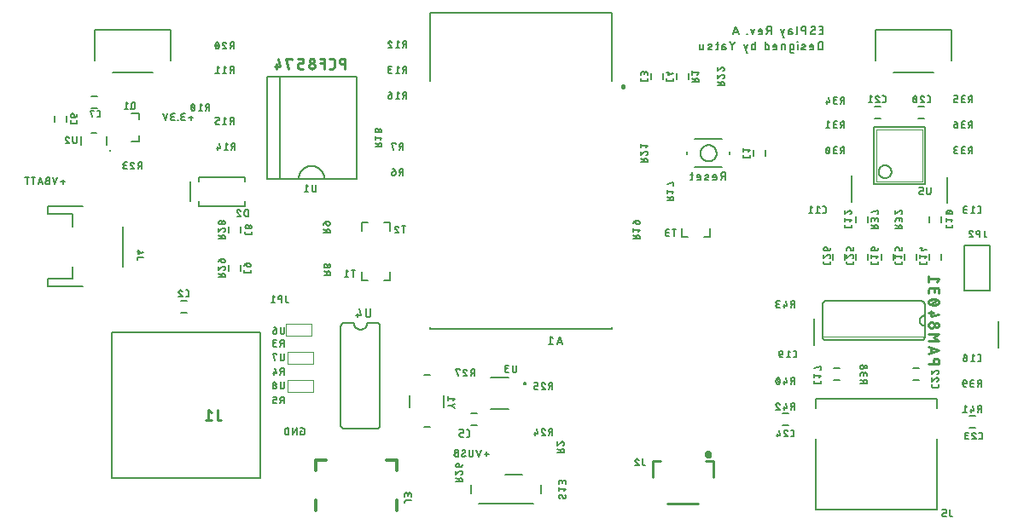
<source format=gbr>
G04 EAGLE Gerber RS-274X export*
G75*
%MOMM*%
%FSLAX34Y34*%
%LPD*%
%INSilkscreen Bottom*%
%IPPOS*%
%AMOC8*
5,1,8,0,0,1.08239X$1,22.5*%
G01*
%ADD10C,0.203200*%
%ADD11C,0.152400*%
%ADD12C,0.127000*%
%ADD13C,0.240000*%
%ADD14C,0.254000*%
%ADD15C,0.254000*%
%ADD16C,0.050800*%
%ADD17C,0.200000*%
%ADD18C,0.304800*%
%ADD19C,0.400000*%


D10*
X702564Y328676D02*
X702564Y336804D01*
X700306Y336804D01*
X700213Y336802D01*
X700120Y336796D01*
X700027Y336787D01*
X699934Y336773D01*
X699843Y336756D01*
X699752Y336735D01*
X699662Y336710D01*
X699573Y336682D01*
X699485Y336650D01*
X699399Y336614D01*
X699314Y336575D01*
X699231Y336532D01*
X699150Y336486D01*
X699071Y336436D01*
X698994Y336384D01*
X698919Y336328D01*
X698847Y336269D01*
X698777Y336207D01*
X698709Y336143D01*
X698645Y336075D01*
X698583Y336005D01*
X698524Y335933D01*
X698468Y335858D01*
X698416Y335781D01*
X698366Y335702D01*
X698320Y335621D01*
X698277Y335538D01*
X698238Y335453D01*
X698202Y335367D01*
X698170Y335279D01*
X698142Y335190D01*
X698117Y335100D01*
X698096Y335009D01*
X698079Y334918D01*
X698065Y334825D01*
X698056Y334732D01*
X698050Y334639D01*
X698048Y334546D01*
X698050Y334453D01*
X698056Y334360D01*
X698065Y334267D01*
X698079Y334174D01*
X698096Y334083D01*
X698117Y333992D01*
X698142Y333902D01*
X698170Y333813D01*
X698202Y333725D01*
X698238Y333639D01*
X698277Y333554D01*
X698320Y333471D01*
X698366Y333390D01*
X698416Y333311D01*
X698468Y333234D01*
X698524Y333159D01*
X698583Y333087D01*
X698645Y333017D01*
X698709Y332949D01*
X698777Y332885D01*
X698847Y332823D01*
X698919Y332764D01*
X698994Y332708D01*
X699071Y332656D01*
X699150Y332606D01*
X699231Y332560D01*
X699314Y332517D01*
X699399Y332478D01*
X699485Y332442D01*
X699573Y332410D01*
X699662Y332382D01*
X699752Y332357D01*
X699843Y332336D01*
X699934Y332319D01*
X700027Y332305D01*
X700120Y332296D01*
X700213Y332290D01*
X700306Y332288D01*
X702564Y332288D01*
X699855Y332288D02*
X698048Y328676D01*
X692327Y328676D02*
X690069Y328676D01*
X692327Y328676D02*
X692398Y328678D01*
X692469Y328683D01*
X692539Y328693D01*
X692609Y328706D01*
X692678Y328722D01*
X692746Y328742D01*
X692813Y328766D01*
X692878Y328793D01*
X692942Y328824D01*
X693005Y328858D01*
X693065Y328895D01*
X693123Y328935D01*
X693180Y328978D01*
X693234Y329024D01*
X693285Y329073D01*
X693334Y329124D01*
X693380Y329178D01*
X693423Y329235D01*
X693463Y329293D01*
X693500Y329354D01*
X693534Y329416D01*
X693565Y329480D01*
X693592Y329545D01*
X693616Y329612D01*
X693636Y329680D01*
X693652Y329749D01*
X693665Y329819D01*
X693675Y329889D01*
X693680Y329960D01*
X693682Y330031D01*
X693681Y330031D02*
X693681Y332288D01*
X693679Y332371D01*
X693673Y332455D01*
X693664Y332538D01*
X693650Y332620D01*
X693633Y332701D01*
X693612Y332782D01*
X693587Y332862D01*
X693559Y332940D01*
X693527Y333017D01*
X693492Y333093D01*
X693453Y333167D01*
X693410Y333239D01*
X693365Y333309D01*
X693316Y333376D01*
X693264Y333442D01*
X693210Y333505D01*
X693152Y333565D01*
X693092Y333623D01*
X693029Y333677D01*
X692963Y333729D01*
X692896Y333778D01*
X692826Y333823D01*
X692754Y333866D01*
X692680Y333905D01*
X692604Y333940D01*
X692527Y333972D01*
X692449Y334000D01*
X692369Y334025D01*
X692288Y334046D01*
X692207Y334063D01*
X692125Y334077D01*
X692042Y334086D01*
X691958Y334092D01*
X691875Y334094D01*
X691792Y334092D01*
X691708Y334086D01*
X691625Y334077D01*
X691543Y334063D01*
X691462Y334046D01*
X691381Y334025D01*
X691301Y334000D01*
X691223Y333972D01*
X691146Y333940D01*
X691070Y333905D01*
X690996Y333866D01*
X690924Y333823D01*
X690854Y333778D01*
X690787Y333729D01*
X690721Y333677D01*
X690658Y333623D01*
X690598Y333565D01*
X690540Y333505D01*
X690486Y333442D01*
X690434Y333376D01*
X690385Y333309D01*
X690340Y333239D01*
X690297Y333167D01*
X690258Y333093D01*
X690223Y333017D01*
X690191Y332940D01*
X690163Y332862D01*
X690138Y332782D01*
X690117Y332701D01*
X690100Y332620D01*
X690086Y332538D01*
X690077Y332455D01*
X690071Y332371D01*
X690069Y332288D01*
X690069Y331385D01*
X693681Y331385D01*
X685079Y331837D02*
X682821Y330934D01*
X685079Y331837D02*
X685141Y331864D01*
X685201Y331894D01*
X685260Y331928D01*
X685317Y331965D01*
X685371Y332006D01*
X685423Y332049D01*
X685472Y332096D01*
X685518Y332145D01*
X685562Y332197D01*
X685602Y332251D01*
X685640Y332308D01*
X685674Y332366D01*
X685704Y332427D01*
X685731Y332489D01*
X685754Y332552D01*
X685774Y332617D01*
X685790Y332683D01*
X685802Y332750D01*
X685810Y332817D01*
X685814Y332884D01*
X685815Y332952D01*
X685811Y333020D01*
X685804Y333087D01*
X685792Y333154D01*
X685777Y333220D01*
X685758Y333285D01*
X685735Y333348D01*
X685709Y333411D01*
X685679Y333471D01*
X685646Y333530D01*
X685609Y333587D01*
X685569Y333642D01*
X685526Y333694D01*
X685480Y333744D01*
X685431Y333791D01*
X685380Y333835D01*
X685326Y333876D01*
X685270Y333914D01*
X685212Y333948D01*
X685152Y333979D01*
X685090Y334007D01*
X685026Y334031D01*
X684962Y334051D01*
X684896Y334068D01*
X684830Y334080D01*
X684762Y334089D01*
X684695Y334094D01*
X684627Y334095D01*
X684628Y334094D02*
X684488Y334091D01*
X684349Y334083D01*
X684209Y334071D01*
X684070Y334056D01*
X683932Y334037D01*
X683794Y334014D01*
X683657Y333988D01*
X683520Y333957D01*
X683385Y333923D01*
X683250Y333886D01*
X683117Y333844D01*
X682985Y333799D01*
X682854Y333751D01*
X682724Y333699D01*
X682596Y333643D01*
X682821Y330934D02*
X682759Y330907D01*
X682699Y330877D01*
X682640Y330843D01*
X682583Y330806D01*
X682529Y330765D01*
X682477Y330722D01*
X682428Y330675D01*
X682382Y330626D01*
X682338Y330574D01*
X682298Y330520D01*
X682260Y330463D01*
X682226Y330405D01*
X682196Y330344D01*
X682169Y330282D01*
X682146Y330219D01*
X682126Y330154D01*
X682110Y330088D01*
X682098Y330021D01*
X682090Y329954D01*
X682086Y329887D01*
X682085Y329819D01*
X682089Y329751D01*
X682096Y329684D01*
X682108Y329617D01*
X682123Y329551D01*
X682142Y329486D01*
X682165Y329423D01*
X682191Y329360D01*
X682221Y329300D01*
X682254Y329241D01*
X682291Y329184D01*
X682331Y329129D01*
X682374Y329077D01*
X682420Y329027D01*
X682469Y328980D01*
X682520Y328936D01*
X682574Y328895D01*
X682630Y328857D01*
X682688Y328823D01*
X682748Y328792D01*
X682810Y328764D01*
X682874Y328740D01*
X682938Y328720D01*
X683004Y328703D01*
X683070Y328691D01*
X683138Y328682D01*
X683205Y328677D01*
X683273Y328676D01*
X683454Y328681D01*
X683635Y328690D01*
X683816Y328703D01*
X683996Y328720D01*
X684176Y328742D01*
X684355Y328768D01*
X684534Y328799D01*
X684712Y328833D01*
X684889Y328872D01*
X685065Y328915D01*
X685239Y328962D01*
X685413Y329013D01*
X685586Y329068D01*
X685757Y329127D01*
X676477Y328676D02*
X674219Y328676D01*
X676477Y328676D02*
X676548Y328678D01*
X676619Y328683D01*
X676689Y328693D01*
X676759Y328706D01*
X676828Y328722D01*
X676896Y328742D01*
X676963Y328766D01*
X677028Y328793D01*
X677092Y328824D01*
X677155Y328858D01*
X677215Y328895D01*
X677273Y328935D01*
X677330Y328978D01*
X677384Y329024D01*
X677435Y329073D01*
X677484Y329124D01*
X677530Y329178D01*
X677573Y329235D01*
X677613Y329293D01*
X677650Y329354D01*
X677684Y329416D01*
X677715Y329480D01*
X677742Y329545D01*
X677766Y329612D01*
X677786Y329680D01*
X677802Y329749D01*
X677815Y329819D01*
X677825Y329889D01*
X677830Y329960D01*
X677832Y330031D01*
X677832Y332288D01*
X677831Y332288D02*
X677829Y332371D01*
X677823Y332455D01*
X677814Y332538D01*
X677800Y332620D01*
X677783Y332701D01*
X677762Y332782D01*
X677737Y332862D01*
X677709Y332940D01*
X677677Y333017D01*
X677642Y333093D01*
X677603Y333167D01*
X677560Y333239D01*
X677515Y333309D01*
X677466Y333376D01*
X677414Y333442D01*
X677360Y333505D01*
X677302Y333565D01*
X677242Y333623D01*
X677179Y333677D01*
X677113Y333729D01*
X677046Y333778D01*
X676976Y333823D01*
X676904Y333866D01*
X676830Y333905D01*
X676754Y333940D01*
X676677Y333972D01*
X676599Y334000D01*
X676519Y334025D01*
X676438Y334046D01*
X676357Y334063D01*
X676275Y334077D01*
X676192Y334086D01*
X676108Y334092D01*
X676025Y334094D01*
X675942Y334092D01*
X675858Y334086D01*
X675775Y334077D01*
X675693Y334063D01*
X675612Y334046D01*
X675531Y334025D01*
X675451Y334000D01*
X675373Y333972D01*
X675296Y333940D01*
X675220Y333905D01*
X675146Y333866D01*
X675074Y333823D01*
X675004Y333778D01*
X674937Y333729D01*
X674871Y333677D01*
X674808Y333623D01*
X674748Y333565D01*
X674690Y333505D01*
X674636Y333442D01*
X674584Y333376D01*
X674535Y333309D01*
X674490Y333239D01*
X674447Y333167D01*
X674408Y333093D01*
X674373Y333017D01*
X674341Y332940D01*
X674313Y332862D01*
X674288Y332782D01*
X674267Y332701D01*
X674250Y332620D01*
X674236Y332538D01*
X674227Y332455D01*
X674221Y332371D01*
X674219Y332288D01*
X674219Y331385D01*
X677832Y331385D01*
X670804Y334095D02*
X668095Y334095D01*
X669901Y336804D02*
X669901Y330031D01*
X669899Y329958D01*
X669893Y329885D01*
X669883Y329812D01*
X669869Y329740D01*
X669852Y329669D01*
X669830Y329598D01*
X669805Y329529D01*
X669776Y329462D01*
X669743Y329396D01*
X669707Y329332D01*
X669668Y329271D01*
X669625Y329211D01*
X669579Y329154D01*
X669530Y329099D01*
X669478Y329047D01*
X669423Y328998D01*
X669366Y328952D01*
X669306Y328909D01*
X669245Y328870D01*
X669181Y328834D01*
X669115Y328801D01*
X669048Y328772D01*
X668979Y328747D01*
X668909Y328725D01*
X668837Y328708D01*
X668765Y328694D01*
X668693Y328684D01*
X668619Y328678D01*
X668546Y328676D01*
X668095Y328676D01*
X795472Y473456D02*
X799084Y473456D01*
X799084Y481584D01*
X795472Y481584D01*
X796375Y477972D02*
X799084Y477972D01*
X789091Y473456D02*
X789008Y473458D01*
X788924Y473464D01*
X788841Y473473D01*
X788759Y473487D01*
X788678Y473504D01*
X788597Y473525D01*
X788517Y473550D01*
X788439Y473578D01*
X788362Y473610D01*
X788286Y473645D01*
X788212Y473684D01*
X788140Y473727D01*
X788070Y473772D01*
X788003Y473821D01*
X787937Y473873D01*
X787874Y473927D01*
X787814Y473985D01*
X787756Y474045D01*
X787702Y474108D01*
X787650Y474174D01*
X787601Y474241D01*
X787556Y474311D01*
X787513Y474383D01*
X787474Y474457D01*
X787439Y474533D01*
X787407Y474610D01*
X787379Y474688D01*
X787354Y474768D01*
X787333Y474849D01*
X787316Y474930D01*
X787302Y475012D01*
X787293Y475095D01*
X787287Y475179D01*
X787285Y475262D01*
X789091Y473456D02*
X789212Y473458D01*
X789332Y473464D01*
X789452Y473473D01*
X789572Y473486D01*
X789691Y473503D01*
X789810Y473524D01*
X789928Y473549D01*
X790045Y473577D01*
X790161Y473609D01*
X790276Y473645D01*
X790390Y473684D01*
X790503Y473727D01*
X790614Y473773D01*
X790724Y473823D01*
X790832Y473876D01*
X790938Y473933D01*
X791043Y473993D01*
X791145Y474056D01*
X791246Y474123D01*
X791344Y474192D01*
X791440Y474265D01*
X791534Y474341D01*
X791626Y474419D01*
X791714Y474501D01*
X791801Y474585D01*
X791574Y479778D02*
X791572Y479861D01*
X791566Y479945D01*
X791557Y480028D01*
X791543Y480110D01*
X791526Y480191D01*
X791505Y480272D01*
X791480Y480352D01*
X791452Y480430D01*
X791420Y480507D01*
X791385Y480583D01*
X791346Y480657D01*
X791303Y480729D01*
X791258Y480799D01*
X791209Y480866D01*
X791157Y480932D01*
X791103Y480995D01*
X791045Y481055D01*
X790985Y481113D01*
X790922Y481167D01*
X790856Y481219D01*
X790789Y481268D01*
X790719Y481313D01*
X790647Y481356D01*
X790573Y481395D01*
X790497Y481430D01*
X790420Y481462D01*
X790342Y481490D01*
X790262Y481515D01*
X790181Y481536D01*
X790100Y481553D01*
X790018Y481567D01*
X789935Y481576D01*
X789851Y481582D01*
X789768Y481584D01*
X789653Y481582D01*
X789539Y481576D01*
X789424Y481567D01*
X789311Y481553D01*
X789197Y481536D01*
X789084Y481514D01*
X788973Y481489D01*
X788861Y481460D01*
X788751Y481428D01*
X788643Y481392D01*
X788535Y481352D01*
X788429Y481308D01*
X788324Y481261D01*
X788222Y481210D01*
X788120Y481156D01*
X788021Y481099D01*
X787924Y481038D01*
X787829Y480974D01*
X787736Y480907D01*
X790671Y478198D02*
X790741Y478242D01*
X790810Y478288D01*
X790876Y478338D01*
X790940Y478391D01*
X791001Y478446D01*
X791060Y478505D01*
X791116Y478566D01*
X791169Y478629D01*
X791220Y478695D01*
X791267Y478762D01*
X791311Y478832D01*
X791352Y478904D01*
X791390Y478978D01*
X791425Y479053D01*
X791456Y479130D01*
X791483Y479208D01*
X791507Y479287D01*
X791527Y479368D01*
X791544Y479449D01*
X791557Y479530D01*
X791567Y479613D01*
X791572Y479695D01*
X791574Y479778D01*
X788188Y476842D02*
X788118Y476798D01*
X788049Y476752D01*
X787983Y476702D01*
X787919Y476649D01*
X787858Y476594D01*
X787799Y476535D01*
X787743Y476474D01*
X787690Y476411D01*
X787639Y476345D01*
X787592Y476278D01*
X787548Y476208D01*
X787507Y476136D01*
X787469Y476062D01*
X787434Y475987D01*
X787403Y475910D01*
X787376Y475832D01*
X787352Y475753D01*
X787332Y475672D01*
X787315Y475591D01*
X787302Y475510D01*
X787292Y475427D01*
X787287Y475345D01*
X787285Y475262D01*
X788188Y476843D02*
X790672Y478197D01*
X782419Y481584D02*
X782419Y473456D01*
X782419Y481584D02*
X780162Y481584D01*
X780069Y481582D01*
X779976Y481576D01*
X779883Y481567D01*
X779790Y481553D01*
X779699Y481536D01*
X779608Y481515D01*
X779518Y481490D01*
X779429Y481462D01*
X779341Y481430D01*
X779255Y481394D01*
X779170Y481355D01*
X779087Y481312D01*
X779006Y481266D01*
X778927Y481216D01*
X778850Y481164D01*
X778775Y481108D01*
X778703Y481049D01*
X778633Y480987D01*
X778565Y480923D01*
X778501Y480855D01*
X778439Y480785D01*
X778380Y480713D01*
X778324Y480638D01*
X778272Y480561D01*
X778222Y480482D01*
X778176Y480401D01*
X778133Y480318D01*
X778094Y480233D01*
X778058Y480147D01*
X778026Y480059D01*
X777998Y479970D01*
X777973Y479880D01*
X777952Y479789D01*
X777935Y479698D01*
X777921Y479605D01*
X777912Y479512D01*
X777906Y479419D01*
X777904Y479326D01*
X777906Y479233D01*
X777912Y479140D01*
X777921Y479047D01*
X777935Y478954D01*
X777952Y478863D01*
X777973Y478772D01*
X777998Y478682D01*
X778026Y478593D01*
X778058Y478505D01*
X778094Y478419D01*
X778133Y478334D01*
X778176Y478251D01*
X778222Y478170D01*
X778272Y478091D01*
X778324Y478014D01*
X778380Y477939D01*
X778439Y477867D01*
X778501Y477797D01*
X778565Y477729D01*
X778633Y477665D01*
X778703Y477603D01*
X778775Y477544D01*
X778850Y477488D01*
X778927Y477436D01*
X779006Y477386D01*
X779087Y477340D01*
X779170Y477297D01*
X779255Y477258D01*
X779341Y477222D01*
X779429Y477190D01*
X779518Y477162D01*
X779608Y477137D01*
X779699Y477116D01*
X779790Y477099D01*
X779883Y477085D01*
X779976Y477076D01*
X780069Y477070D01*
X780162Y477068D01*
X782419Y477068D01*
X773995Y474811D02*
X773995Y481584D01*
X773995Y474811D02*
X773993Y474738D01*
X773987Y474665D01*
X773977Y474592D01*
X773963Y474520D01*
X773946Y474449D01*
X773924Y474378D01*
X773899Y474309D01*
X773870Y474242D01*
X773837Y474176D01*
X773801Y474112D01*
X773762Y474051D01*
X773719Y473991D01*
X773673Y473934D01*
X773624Y473879D01*
X773572Y473827D01*
X773517Y473778D01*
X773460Y473732D01*
X773400Y473689D01*
X773339Y473650D01*
X773275Y473614D01*
X773209Y473581D01*
X773142Y473552D01*
X773073Y473527D01*
X773003Y473505D01*
X772931Y473488D01*
X772859Y473474D01*
X772787Y473464D01*
X772713Y473458D01*
X772640Y473456D01*
X767601Y476617D02*
X765569Y476617D01*
X767601Y476616D02*
X767680Y476614D01*
X767758Y476608D01*
X767836Y476598D01*
X767914Y476585D01*
X767991Y476567D01*
X768067Y476546D01*
X768141Y476521D01*
X768215Y476492D01*
X768287Y476460D01*
X768357Y476424D01*
X768425Y476384D01*
X768491Y476341D01*
X768555Y476295D01*
X768617Y476246D01*
X768676Y476194D01*
X768732Y476139D01*
X768786Y476081D01*
X768836Y476021D01*
X768884Y475958D01*
X768928Y475893D01*
X768969Y475826D01*
X769007Y475757D01*
X769041Y475686D01*
X769072Y475613D01*
X769099Y475539D01*
X769122Y475464D01*
X769141Y475388D01*
X769157Y475310D01*
X769169Y475232D01*
X769177Y475154D01*
X769181Y475075D01*
X769181Y474997D01*
X769177Y474918D01*
X769169Y474840D01*
X769157Y474762D01*
X769141Y474684D01*
X769122Y474608D01*
X769099Y474533D01*
X769072Y474459D01*
X769041Y474386D01*
X769007Y474315D01*
X768969Y474246D01*
X768928Y474179D01*
X768884Y474114D01*
X768836Y474051D01*
X768786Y473991D01*
X768732Y473933D01*
X768676Y473878D01*
X768617Y473826D01*
X768555Y473777D01*
X768491Y473731D01*
X768425Y473688D01*
X768357Y473648D01*
X768287Y473612D01*
X768215Y473580D01*
X768141Y473551D01*
X768067Y473526D01*
X767991Y473505D01*
X767914Y473487D01*
X767836Y473474D01*
X767758Y473464D01*
X767680Y473458D01*
X767601Y473456D01*
X765569Y473456D01*
X765569Y477520D01*
X765568Y477520D02*
X765570Y477591D01*
X765575Y477662D01*
X765585Y477732D01*
X765598Y477802D01*
X765614Y477871D01*
X765634Y477939D01*
X765658Y478006D01*
X765685Y478071D01*
X765716Y478135D01*
X765750Y478198D01*
X765787Y478258D01*
X765827Y478316D01*
X765870Y478373D01*
X765916Y478427D01*
X765965Y478478D01*
X766016Y478527D01*
X766070Y478573D01*
X766127Y478616D01*
X766185Y478656D01*
X766246Y478693D01*
X766308Y478727D01*
X766372Y478758D01*
X766437Y478785D01*
X766504Y478809D01*
X766572Y478829D01*
X766641Y478845D01*
X766711Y478858D01*
X766781Y478868D01*
X766852Y478873D01*
X766923Y478875D01*
X768730Y478875D01*
X761174Y470747D02*
X760271Y470747D01*
X757561Y478875D01*
X761174Y478875D02*
X759368Y473456D01*
X748111Y473456D02*
X748111Y481584D01*
X745854Y481584D01*
X745761Y481582D01*
X745668Y481576D01*
X745575Y481567D01*
X745482Y481553D01*
X745391Y481536D01*
X745300Y481515D01*
X745210Y481490D01*
X745121Y481462D01*
X745033Y481430D01*
X744947Y481394D01*
X744862Y481355D01*
X744779Y481312D01*
X744698Y481266D01*
X744619Y481216D01*
X744542Y481164D01*
X744467Y481108D01*
X744395Y481049D01*
X744325Y480987D01*
X744257Y480923D01*
X744193Y480855D01*
X744131Y480785D01*
X744072Y480713D01*
X744016Y480638D01*
X743964Y480561D01*
X743914Y480482D01*
X743868Y480401D01*
X743825Y480318D01*
X743786Y480233D01*
X743750Y480147D01*
X743718Y480059D01*
X743690Y479970D01*
X743665Y479880D01*
X743644Y479789D01*
X743627Y479698D01*
X743613Y479605D01*
X743604Y479512D01*
X743598Y479419D01*
X743596Y479326D01*
X743598Y479233D01*
X743604Y479140D01*
X743613Y479047D01*
X743627Y478954D01*
X743644Y478863D01*
X743665Y478772D01*
X743690Y478682D01*
X743718Y478593D01*
X743750Y478505D01*
X743786Y478419D01*
X743825Y478334D01*
X743868Y478251D01*
X743914Y478170D01*
X743964Y478091D01*
X744016Y478014D01*
X744072Y477939D01*
X744131Y477867D01*
X744193Y477797D01*
X744257Y477729D01*
X744325Y477665D01*
X744395Y477603D01*
X744467Y477544D01*
X744542Y477488D01*
X744619Y477436D01*
X744698Y477386D01*
X744779Y477340D01*
X744862Y477297D01*
X744947Y477258D01*
X745033Y477222D01*
X745121Y477190D01*
X745210Y477162D01*
X745300Y477137D01*
X745391Y477116D01*
X745482Y477099D01*
X745575Y477085D01*
X745668Y477076D01*
X745761Y477070D01*
X745854Y477068D01*
X748111Y477068D01*
X745402Y477068D02*
X743596Y473456D01*
X737874Y473456D02*
X735616Y473456D01*
X737874Y473456D02*
X737945Y473458D01*
X738016Y473463D01*
X738086Y473473D01*
X738156Y473486D01*
X738225Y473502D01*
X738293Y473522D01*
X738360Y473546D01*
X738425Y473573D01*
X738489Y473604D01*
X738552Y473638D01*
X738612Y473675D01*
X738670Y473715D01*
X738727Y473758D01*
X738781Y473804D01*
X738832Y473853D01*
X738881Y473904D01*
X738927Y473958D01*
X738970Y474015D01*
X739010Y474073D01*
X739047Y474134D01*
X739081Y474196D01*
X739112Y474260D01*
X739139Y474325D01*
X739163Y474392D01*
X739183Y474460D01*
X739199Y474529D01*
X739212Y474599D01*
X739222Y474669D01*
X739227Y474740D01*
X739229Y474811D01*
X739228Y474811D02*
X739228Y477068D01*
X739226Y477151D01*
X739220Y477235D01*
X739211Y477318D01*
X739197Y477400D01*
X739180Y477481D01*
X739159Y477562D01*
X739134Y477642D01*
X739106Y477720D01*
X739074Y477797D01*
X739039Y477873D01*
X739000Y477947D01*
X738957Y478019D01*
X738912Y478089D01*
X738863Y478156D01*
X738811Y478222D01*
X738757Y478285D01*
X738699Y478345D01*
X738639Y478403D01*
X738576Y478457D01*
X738510Y478509D01*
X738443Y478558D01*
X738373Y478603D01*
X738301Y478646D01*
X738227Y478685D01*
X738151Y478720D01*
X738074Y478752D01*
X737996Y478780D01*
X737916Y478805D01*
X737835Y478826D01*
X737754Y478843D01*
X737672Y478857D01*
X737589Y478866D01*
X737505Y478872D01*
X737422Y478874D01*
X737339Y478872D01*
X737255Y478866D01*
X737172Y478857D01*
X737090Y478843D01*
X737009Y478826D01*
X736928Y478805D01*
X736848Y478780D01*
X736770Y478752D01*
X736693Y478720D01*
X736617Y478685D01*
X736543Y478646D01*
X736471Y478603D01*
X736401Y478558D01*
X736334Y478509D01*
X736268Y478457D01*
X736205Y478403D01*
X736145Y478345D01*
X736087Y478285D01*
X736033Y478222D01*
X735981Y478156D01*
X735932Y478089D01*
X735887Y478019D01*
X735844Y477947D01*
X735805Y477873D01*
X735770Y477797D01*
X735738Y477720D01*
X735710Y477642D01*
X735685Y477562D01*
X735664Y477481D01*
X735647Y477400D01*
X735633Y477318D01*
X735624Y477235D01*
X735618Y477151D01*
X735616Y477068D01*
X735616Y476165D01*
X739228Y476165D01*
X731608Y478875D02*
X729802Y473456D01*
X727996Y478875D01*
X724542Y473908D02*
X724542Y473456D01*
X724542Y473908D02*
X724090Y473908D01*
X724090Y473456D01*
X724542Y473456D01*
X715748Y473456D02*
X713038Y481584D01*
X710329Y473456D01*
X711006Y475488D02*
X715070Y475488D01*
X799084Y466344D02*
X799084Y458216D01*
X799084Y466344D02*
X796826Y466344D01*
X796733Y466342D01*
X796640Y466336D01*
X796547Y466327D01*
X796454Y466313D01*
X796363Y466296D01*
X796272Y466275D01*
X796182Y466250D01*
X796093Y466222D01*
X796005Y466190D01*
X795919Y466154D01*
X795834Y466115D01*
X795751Y466072D01*
X795670Y466026D01*
X795591Y465976D01*
X795514Y465924D01*
X795439Y465868D01*
X795367Y465809D01*
X795297Y465747D01*
X795229Y465683D01*
X795165Y465615D01*
X795103Y465545D01*
X795044Y465473D01*
X794988Y465398D01*
X794936Y465321D01*
X794886Y465242D01*
X794840Y465161D01*
X794797Y465078D01*
X794758Y464993D01*
X794722Y464907D01*
X794690Y464819D01*
X794662Y464730D01*
X794637Y464640D01*
X794616Y464549D01*
X794599Y464458D01*
X794585Y464365D01*
X794576Y464272D01*
X794570Y464179D01*
X794568Y464086D01*
X794568Y460474D01*
X794570Y460381D01*
X794576Y460288D01*
X794585Y460195D01*
X794599Y460102D01*
X794616Y460011D01*
X794637Y459920D01*
X794662Y459830D01*
X794690Y459741D01*
X794722Y459653D01*
X794758Y459567D01*
X794797Y459482D01*
X794840Y459399D01*
X794886Y459318D01*
X794936Y459239D01*
X794988Y459162D01*
X795044Y459087D01*
X795103Y459015D01*
X795165Y458945D01*
X795229Y458877D01*
X795297Y458813D01*
X795367Y458751D01*
X795439Y458692D01*
X795514Y458636D01*
X795591Y458584D01*
X795670Y458534D01*
X795751Y458488D01*
X795834Y458445D01*
X795919Y458406D01*
X796005Y458370D01*
X796093Y458338D01*
X796182Y458310D01*
X796272Y458285D01*
X796363Y458264D01*
X796454Y458247D01*
X796547Y458233D01*
X796640Y458224D01*
X796733Y458218D01*
X796826Y458216D01*
X799084Y458216D01*
X788439Y458216D02*
X786181Y458216D01*
X788439Y458216D02*
X788510Y458218D01*
X788581Y458223D01*
X788651Y458233D01*
X788721Y458246D01*
X788790Y458262D01*
X788858Y458282D01*
X788925Y458306D01*
X788990Y458333D01*
X789054Y458364D01*
X789117Y458398D01*
X789177Y458435D01*
X789235Y458475D01*
X789292Y458518D01*
X789346Y458564D01*
X789397Y458613D01*
X789446Y458664D01*
X789492Y458718D01*
X789535Y458775D01*
X789575Y458833D01*
X789612Y458894D01*
X789646Y458956D01*
X789677Y459020D01*
X789704Y459085D01*
X789728Y459152D01*
X789748Y459220D01*
X789764Y459289D01*
X789777Y459359D01*
X789787Y459429D01*
X789792Y459500D01*
X789794Y459571D01*
X789793Y459571D02*
X789793Y461828D01*
X789791Y461911D01*
X789785Y461995D01*
X789776Y462078D01*
X789762Y462160D01*
X789745Y462241D01*
X789724Y462322D01*
X789699Y462402D01*
X789671Y462480D01*
X789639Y462557D01*
X789604Y462633D01*
X789565Y462707D01*
X789522Y462779D01*
X789477Y462849D01*
X789428Y462916D01*
X789376Y462982D01*
X789322Y463045D01*
X789264Y463105D01*
X789204Y463163D01*
X789141Y463217D01*
X789075Y463269D01*
X789008Y463318D01*
X788938Y463363D01*
X788866Y463406D01*
X788792Y463445D01*
X788716Y463480D01*
X788639Y463512D01*
X788561Y463540D01*
X788481Y463565D01*
X788400Y463586D01*
X788319Y463603D01*
X788237Y463617D01*
X788154Y463626D01*
X788070Y463632D01*
X787987Y463634D01*
X787904Y463632D01*
X787820Y463626D01*
X787737Y463617D01*
X787655Y463603D01*
X787574Y463586D01*
X787493Y463565D01*
X787413Y463540D01*
X787335Y463512D01*
X787258Y463480D01*
X787182Y463445D01*
X787108Y463406D01*
X787036Y463363D01*
X786966Y463318D01*
X786899Y463269D01*
X786833Y463217D01*
X786770Y463163D01*
X786710Y463105D01*
X786652Y463045D01*
X786598Y462982D01*
X786546Y462916D01*
X786497Y462849D01*
X786452Y462779D01*
X786409Y462707D01*
X786370Y462633D01*
X786335Y462557D01*
X786303Y462480D01*
X786275Y462402D01*
X786250Y462322D01*
X786229Y462241D01*
X786212Y462160D01*
X786198Y462078D01*
X786189Y461995D01*
X786183Y461911D01*
X786181Y461828D01*
X786181Y460925D01*
X789793Y460925D01*
X781191Y461377D02*
X778933Y460474D01*
X781191Y461377D02*
X781253Y461404D01*
X781313Y461434D01*
X781372Y461468D01*
X781429Y461505D01*
X781483Y461546D01*
X781535Y461589D01*
X781584Y461636D01*
X781630Y461685D01*
X781674Y461737D01*
X781714Y461791D01*
X781752Y461848D01*
X781786Y461906D01*
X781816Y461967D01*
X781843Y462029D01*
X781866Y462092D01*
X781886Y462157D01*
X781902Y462223D01*
X781914Y462290D01*
X781922Y462357D01*
X781926Y462424D01*
X781927Y462492D01*
X781923Y462560D01*
X781916Y462627D01*
X781904Y462694D01*
X781889Y462760D01*
X781870Y462825D01*
X781847Y462888D01*
X781821Y462951D01*
X781791Y463011D01*
X781758Y463070D01*
X781721Y463127D01*
X781681Y463182D01*
X781638Y463234D01*
X781592Y463284D01*
X781543Y463331D01*
X781492Y463375D01*
X781438Y463416D01*
X781382Y463454D01*
X781324Y463488D01*
X781264Y463519D01*
X781202Y463547D01*
X781138Y463571D01*
X781074Y463591D01*
X781008Y463608D01*
X780942Y463620D01*
X780874Y463629D01*
X780807Y463634D01*
X780739Y463635D01*
X780740Y463634D02*
X780600Y463631D01*
X780461Y463623D01*
X780321Y463611D01*
X780182Y463596D01*
X780044Y463577D01*
X779906Y463554D01*
X779769Y463528D01*
X779632Y463497D01*
X779497Y463463D01*
X779362Y463426D01*
X779229Y463384D01*
X779097Y463339D01*
X778966Y463291D01*
X778836Y463239D01*
X778708Y463183D01*
X778933Y460474D02*
X778871Y460447D01*
X778811Y460417D01*
X778752Y460383D01*
X778695Y460346D01*
X778641Y460305D01*
X778589Y460262D01*
X778540Y460215D01*
X778494Y460166D01*
X778450Y460114D01*
X778410Y460060D01*
X778372Y460003D01*
X778338Y459945D01*
X778308Y459884D01*
X778281Y459822D01*
X778258Y459759D01*
X778238Y459694D01*
X778222Y459628D01*
X778210Y459561D01*
X778202Y459494D01*
X778198Y459427D01*
X778197Y459359D01*
X778201Y459291D01*
X778208Y459224D01*
X778220Y459157D01*
X778235Y459091D01*
X778254Y459026D01*
X778277Y458963D01*
X778303Y458900D01*
X778333Y458840D01*
X778366Y458781D01*
X778403Y458724D01*
X778443Y458669D01*
X778486Y458617D01*
X778532Y458567D01*
X778581Y458520D01*
X778632Y458476D01*
X778686Y458435D01*
X778742Y458397D01*
X778800Y458363D01*
X778860Y458332D01*
X778922Y458304D01*
X778986Y458280D01*
X779050Y458260D01*
X779116Y458243D01*
X779182Y458231D01*
X779250Y458222D01*
X779317Y458217D01*
X779385Y458216D01*
X779566Y458221D01*
X779747Y458230D01*
X779928Y458243D01*
X780108Y458260D01*
X780288Y458282D01*
X780467Y458308D01*
X780646Y458339D01*
X780824Y458373D01*
X781001Y458412D01*
X781177Y458455D01*
X781351Y458502D01*
X781525Y458553D01*
X781698Y458608D01*
X781869Y458667D01*
X774271Y458216D02*
X774271Y463635D01*
X774497Y465892D02*
X774497Y466344D01*
X774045Y466344D01*
X774045Y465892D01*
X774497Y465892D01*
X769014Y458216D02*
X766756Y458216D01*
X769014Y458216D02*
X769085Y458218D01*
X769156Y458223D01*
X769226Y458233D01*
X769296Y458246D01*
X769365Y458262D01*
X769433Y458282D01*
X769500Y458306D01*
X769565Y458333D01*
X769629Y458364D01*
X769692Y458398D01*
X769752Y458435D01*
X769810Y458475D01*
X769867Y458518D01*
X769921Y458564D01*
X769972Y458613D01*
X770021Y458664D01*
X770067Y458718D01*
X770110Y458775D01*
X770150Y458833D01*
X770187Y458894D01*
X770221Y458956D01*
X770252Y459020D01*
X770279Y459085D01*
X770303Y459152D01*
X770323Y459220D01*
X770339Y459289D01*
X770352Y459359D01*
X770362Y459429D01*
X770367Y459500D01*
X770369Y459571D01*
X770369Y462280D01*
X770367Y462351D01*
X770362Y462422D01*
X770352Y462492D01*
X770339Y462562D01*
X770323Y462631D01*
X770303Y462699D01*
X770279Y462766D01*
X770252Y462831D01*
X770221Y462895D01*
X770187Y462958D01*
X770150Y463018D01*
X770110Y463076D01*
X770067Y463133D01*
X770021Y463187D01*
X769972Y463238D01*
X769921Y463287D01*
X769867Y463333D01*
X769810Y463376D01*
X769752Y463416D01*
X769692Y463453D01*
X769629Y463487D01*
X769565Y463518D01*
X769500Y463545D01*
X769433Y463569D01*
X769365Y463589D01*
X769296Y463605D01*
X769226Y463618D01*
X769156Y463628D01*
X769085Y463633D01*
X769014Y463635D01*
X766756Y463635D01*
X766756Y456861D01*
X766758Y456790D01*
X766763Y456719D01*
X766773Y456649D01*
X766786Y456579D01*
X766802Y456510D01*
X766822Y456442D01*
X766846Y456375D01*
X766873Y456310D01*
X766904Y456246D01*
X766938Y456184D01*
X766975Y456123D01*
X767015Y456065D01*
X767058Y456008D01*
X767104Y455954D01*
X767153Y455903D01*
X767204Y455854D01*
X767258Y455808D01*
X767315Y455765D01*
X767373Y455725D01*
X767434Y455688D01*
X767496Y455654D01*
X767560Y455623D01*
X767625Y455596D01*
X767692Y455572D01*
X767760Y455552D01*
X767829Y455536D01*
X767899Y455523D01*
X767969Y455513D01*
X768040Y455508D01*
X768111Y455506D01*
X768111Y455507D02*
X769917Y455507D01*
X761752Y458216D02*
X761752Y463635D01*
X759494Y463635D01*
X759421Y463633D01*
X759348Y463627D01*
X759275Y463617D01*
X759203Y463603D01*
X759132Y463586D01*
X759061Y463564D01*
X758992Y463539D01*
X758925Y463510D01*
X758859Y463477D01*
X758795Y463441D01*
X758734Y463402D01*
X758674Y463359D01*
X758617Y463313D01*
X758562Y463264D01*
X758510Y463212D01*
X758461Y463157D01*
X758415Y463100D01*
X758373Y463040D01*
X758333Y462979D01*
X758297Y462915D01*
X758264Y462849D01*
X758235Y462782D01*
X758210Y462713D01*
X758188Y462643D01*
X758171Y462571D01*
X758157Y462499D01*
X758147Y462427D01*
X758141Y462353D01*
X758139Y462280D01*
X758139Y458216D01*
X752168Y458216D02*
X749910Y458216D01*
X752168Y458216D02*
X752239Y458218D01*
X752310Y458223D01*
X752380Y458233D01*
X752450Y458246D01*
X752519Y458262D01*
X752587Y458282D01*
X752654Y458306D01*
X752719Y458333D01*
X752783Y458364D01*
X752846Y458398D01*
X752906Y458435D01*
X752964Y458475D01*
X753021Y458518D01*
X753075Y458564D01*
X753126Y458613D01*
X753175Y458664D01*
X753221Y458718D01*
X753264Y458775D01*
X753304Y458833D01*
X753341Y458894D01*
X753375Y458956D01*
X753406Y459020D01*
X753433Y459085D01*
X753457Y459152D01*
X753477Y459220D01*
X753493Y459289D01*
X753506Y459359D01*
X753516Y459429D01*
X753521Y459500D01*
X753523Y459571D01*
X753522Y459571D02*
X753522Y461828D01*
X753520Y461911D01*
X753514Y461995D01*
X753505Y462078D01*
X753491Y462160D01*
X753474Y462241D01*
X753453Y462322D01*
X753428Y462402D01*
X753400Y462480D01*
X753368Y462557D01*
X753333Y462633D01*
X753294Y462707D01*
X753251Y462779D01*
X753206Y462849D01*
X753157Y462916D01*
X753105Y462982D01*
X753051Y463045D01*
X752993Y463105D01*
X752933Y463163D01*
X752870Y463217D01*
X752804Y463269D01*
X752737Y463318D01*
X752667Y463363D01*
X752595Y463406D01*
X752521Y463445D01*
X752445Y463480D01*
X752368Y463512D01*
X752290Y463540D01*
X752210Y463565D01*
X752129Y463586D01*
X752048Y463603D01*
X751966Y463617D01*
X751883Y463626D01*
X751799Y463632D01*
X751716Y463634D01*
X751633Y463632D01*
X751549Y463626D01*
X751466Y463617D01*
X751384Y463603D01*
X751303Y463586D01*
X751222Y463565D01*
X751142Y463540D01*
X751064Y463512D01*
X750987Y463480D01*
X750911Y463445D01*
X750837Y463406D01*
X750765Y463363D01*
X750695Y463318D01*
X750628Y463269D01*
X750562Y463217D01*
X750499Y463163D01*
X750439Y463105D01*
X750381Y463045D01*
X750327Y462982D01*
X750275Y462916D01*
X750226Y462849D01*
X750181Y462779D01*
X750138Y462707D01*
X750099Y462633D01*
X750064Y462557D01*
X750032Y462480D01*
X750004Y462402D01*
X749979Y462322D01*
X749958Y462241D01*
X749941Y462160D01*
X749927Y462078D01*
X749918Y461995D01*
X749912Y461911D01*
X749910Y461828D01*
X749910Y460925D01*
X753522Y460925D01*
X742068Y458216D02*
X742068Y466344D01*
X742068Y458216D02*
X744325Y458216D01*
X744396Y458218D01*
X744467Y458223D01*
X744537Y458233D01*
X744607Y458246D01*
X744676Y458262D01*
X744744Y458282D01*
X744811Y458306D01*
X744876Y458333D01*
X744940Y458364D01*
X745003Y458398D01*
X745063Y458435D01*
X745121Y458475D01*
X745178Y458518D01*
X745232Y458564D01*
X745283Y458613D01*
X745332Y458664D01*
X745378Y458718D01*
X745421Y458775D01*
X745461Y458833D01*
X745498Y458894D01*
X745532Y458956D01*
X745563Y459020D01*
X745590Y459085D01*
X745614Y459152D01*
X745634Y459220D01*
X745650Y459289D01*
X745663Y459359D01*
X745673Y459429D01*
X745678Y459500D01*
X745680Y459571D01*
X745680Y462280D01*
X745678Y462351D01*
X745673Y462422D01*
X745663Y462492D01*
X745650Y462562D01*
X745634Y462631D01*
X745614Y462699D01*
X745590Y462766D01*
X745563Y462831D01*
X745532Y462895D01*
X745498Y462958D01*
X745461Y463018D01*
X745421Y463076D01*
X745378Y463133D01*
X745332Y463187D01*
X745283Y463238D01*
X745232Y463287D01*
X745178Y463333D01*
X745121Y463376D01*
X745063Y463416D01*
X745003Y463453D01*
X744940Y463487D01*
X744876Y463518D01*
X744811Y463545D01*
X744744Y463569D01*
X744676Y463589D01*
X744607Y463605D01*
X744537Y463618D01*
X744467Y463628D01*
X744396Y463633D01*
X744325Y463635D01*
X742068Y463635D01*
X732104Y466344D02*
X732104Y458216D01*
X729846Y458216D01*
X729773Y458218D01*
X729700Y458224D01*
X729627Y458234D01*
X729555Y458248D01*
X729484Y458265D01*
X729413Y458287D01*
X729344Y458312D01*
X729277Y458341D01*
X729211Y458374D01*
X729147Y458410D01*
X729086Y458449D01*
X729026Y458492D01*
X728969Y458538D01*
X728914Y458587D01*
X728862Y458639D01*
X728813Y458694D01*
X728767Y458751D01*
X728724Y458811D01*
X728685Y458872D01*
X728649Y458936D01*
X728616Y459002D01*
X728587Y459069D01*
X728562Y459138D01*
X728540Y459208D01*
X728523Y459280D01*
X728509Y459352D01*
X728499Y459424D01*
X728493Y459498D01*
X728491Y459571D01*
X728492Y459571D02*
X728492Y462280D01*
X728491Y462280D02*
X728493Y462351D01*
X728498Y462422D01*
X728508Y462492D01*
X728521Y462562D01*
X728537Y462631D01*
X728557Y462699D01*
X728581Y462766D01*
X728608Y462831D01*
X728639Y462895D01*
X728673Y462958D01*
X728710Y463018D01*
X728750Y463076D01*
X728793Y463133D01*
X728839Y463187D01*
X728888Y463238D01*
X728939Y463287D01*
X728993Y463333D01*
X729050Y463376D01*
X729108Y463416D01*
X729169Y463453D01*
X729231Y463487D01*
X729295Y463518D01*
X729360Y463545D01*
X729427Y463569D01*
X729495Y463589D01*
X729564Y463605D01*
X729634Y463618D01*
X729704Y463628D01*
X729775Y463633D01*
X729846Y463635D01*
X732104Y463635D01*
X724566Y455507D02*
X723663Y455507D01*
X720954Y463635D01*
X724566Y463635D02*
X722760Y458216D01*
X712363Y466344D02*
X709654Y462506D01*
X706945Y466344D01*
X709654Y462506D02*
X709654Y458216D01*
X701428Y461377D02*
X699396Y461377D01*
X701428Y461376D02*
X701507Y461374D01*
X701585Y461368D01*
X701663Y461358D01*
X701741Y461345D01*
X701818Y461327D01*
X701894Y461306D01*
X701968Y461281D01*
X702042Y461252D01*
X702114Y461220D01*
X702184Y461184D01*
X702252Y461144D01*
X702318Y461101D01*
X702382Y461055D01*
X702444Y461006D01*
X702503Y460954D01*
X702559Y460899D01*
X702613Y460841D01*
X702663Y460781D01*
X702711Y460718D01*
X702755Y460653D01*
X702796Y460586D01*
X702834Y460517D01*
X702868Y460446D01*
X702899Y460373D01*
X702926Y460299D01*
X702949Y460224D01*
X702968Y460148D01*
X702984Y460070D01*
X702996Y459992D01*
X703004Y459914D01*
X703008Y459835D01*
X703008Y459757D01*
X703004Y459678D01*
X702996Y459600D01*
X702984Y459522D01*
X702968Y459444D01*
X702949Y459368D01*
X702926Y459293D01*
X702899Y459219D01*
X702868Y459146D01*
X702834Y459075D01*
X702796Y459006D01*
X702755Y458939D01*
X702711Y458874D01*
X702663Y458811D01*
X702613Y458751D01*
X702559Y458693D01*
X702503Y458638D01*
X702444Y458586D01*
X702382Y458537D01*
X702318Y458491D01*
X702252Y458448D01*
X702184Y458408D01*
X702114Y458372D01*
X702042Y458340D01*
X701968Y458311D01*
X701894Y458286D01*
X701818Y458265D01*
X701741Y458247D01*
X701663Y458234D01*
X701585Y458224D01*
X701507Y458218D01*
X701428Y458216D01*
X699396Y458216D01*
X699396Y462280D01*
X699395Y462280D02*
X699397Y462351D01*
X699402Y462422D01*
X699412Y462492D01*
X699425Y462562D01*
X699441Y462631D01*
X699461Y462699D01*
X699485Y462766D01*
X699512Y462831D01*
X699543Y462895D01*
X699577Y462958D01*
X699614Y463018D01*
X699654Y463076D01*
X699697Y463133D01*
X699743Y463187D01*
X699792Y463238D01*
X699843Y463287D01*
X699897Y463333D01*
X699954Y463376D01*
X700012Y463416D01*
X700073Y463453D01*
X700135Y463487D01*
X700199Y463518D01*
X700264Y463545D01*
X700331Y463569D01*
X700399Y463589D01*
X700468Y463605D01*
X700538Y463618D01*
X700608Y463628D01*
X700679Y463633D01*
X700750Y463635D01*
X702557Y463635D01*
X695593Y463635D02*
X692884Y463635D01*
X694690Y466344D02*
X694690Y459571D01*
X694688Y459498D01*
X694682Y459425D01*
X694672Y459352D01*
X694658Y459280D01*
X694641Y459209D01*
X694619Y459138D01*
X694594Y459069D01*
X694565Y459002D01*
X694532Y458936D01*
X694496Y458872D01*
X694457Y458811D01*
X694414Y458751D01*
X694368Y458694D01*
X694319Y458639D01*
X694267Y458587D01*
X694212Y458538D01*
X694155Y458492D01*
X694095Y458449D01*
X694034Y458410D01*
X693970Y458374D01*
X693904Y458341D01*
X693837Y458312D01*
X693768Y458287D01*
X693698Y458265D01*
X693626Y458248D01*
X693554Y458234D01*
X693482Y458224D01*
X693408Y458218D01*
X693335Y458216D01*
X692884Y458216D01*
X688228Y461377D02*
X685970Y460474D01*
X688228Y461377D02*
X688290Y461404D01*
X688350Y461434D01*
X688409Y461468D01*
X688466Y461505D01*
X688520Y461546D01*
X688572Y461589D01*
X688621Y461636D01*
X688667Y461685D01*
X688711Y461737D01*
X688751Y461791D01*
X688789Y461848D01*
X688823Y461906D01*
X688853Y461967D01*
X688880Y462029D01*
X688903Y462092D01*
X688923Y462157D01*
X688939Y462223D01*
X688951Y462290D01*
X688959Y462357D01*
X688963Y462424D01*
X688964Y462492D01*
X688960Y462560D01*
X688953Y462627D01*
X688941Y462694D01*
X688926Y462760D01*
X688907Y462825D01*
X688884Y462888D01*
X688858Y462951D01*
X688828Y463011D01*
X688795Y463070D01*
X688758Y463127D01*
X688718Y463182D01*
X688675Y463234D01*
X688629Y463284D01*
X688580Y463331D01*
X688529Y463375D01*
X688475Y463416D01*
X688419Y463454D01*
X688361Y463488D01*
X688301Y463519D01*
X688239Y463547D01*
X688175Y463571D01*
X688111Y463591D01*
X688045Y463608D01*
X687979Y463620D01*
X687911Y463629D01*
X687844Y463634D01*
X687776Y463635D01*
X687776Y463634D02*
X687636Y463631D01*
X687497Y463623D01*
X687357Y463611D01*
X687218Y463596D01*
X687080Y463577D01*
X686942Y463554D01*
X686805Y463528D01*
X686668Y463497D01*
X686533Y463463D01*
X686398Y463426D01*
X686265Y463384D01*
X686133Y463339D01*
X686002Y463291D01*
X685872Y463239D01*
X685744Y463183D01*
X685970Y460474D02*
X685908Y460447D01*
X685848Y460417D01*
X685789Y460383D01*
X685732Y460346D01*
X685678Y460305D01*
X685626Y460262D01*
X685577Y460215D01*
X685531Y460166D01*
X685487Y460114D01*
X685447Y460060D01*
X685409Y460003D01*
X685375Y459945D01*
X685345Y459884D01*
X685318Y459822D01*
X685295Y459759D01*
X685275Y459694D01*
X685259Y459628D01*
X685247Y459561D01*
X685239Y459494D01*
X685235Y459427D01*
X685234Y459359D01*
X685238Y459291D01*
X685245Y459224D01*
X685257Y459157D01*
X685272Y459091D01*
X685291Y459026D01*
X685314Y458963D01*
X685340Y458900D01*
X685370Y458840D01*
X685403Y458781D01*
X685440Y458724D01*
X685480Y458669D01*
X685523Y458617D01*
X685569Y458567D01*
X685618Y458520D01*
X685669Y458476D01*
X685723Y458435D01*
X685779Y458397D01*
X685837Y458363D01*
X685897Y458332D01*
X685959Y458304D01*
X686023Y458280D01*
X686087Y458260D01*
X686153Y458243D01*
X686219Y458231D01*
X686287Y458222D01*
X686354Y458217D01*
X686422Y458216D01*
X686421Y458216D02*
X686602Y458221D01*
X686783Y458230D01*
X686964Y458243D01*
X687144Y458260D01*
X687324Y458282D01*
X687503Y458308D01*
X687682Y458339D01*
X687860Y458373D01*
X688037Y458412D01*
X688213Y458455D01*
X688387Y458502D01*
X688561Y458553D01*
X688734Y458608D01*
X688905Y458667D01*
X680675Y459571D02*
X680675Y463635D01*
X680676Y459571D02*
X680674Y459498D01*
X680668Y459425D01*
X680658Y459352D01*
X680644Y459280D01*
X680627Y459209D01*
X680605Y459138D01*
X680580Y459069D01*
X680551Y459002D01*
X680518Y458936D01*
X680482Y458872D01*
X680443Y458811D01*
X680400Y458751D01*
X680354Y458694D01*
X680305Y458639D01*
X680253Y458587D01*
X680198Y458538D01*
X680141Y458492D01*
X680081Y458449D01*
X680020Y458410D01*
X679956Y458374D01*
X679890Y458341D01*
X679823Y458312D01*
X679754Y458287D01*
X679684Y458265D01*
X679612Y458248D01*
X679540Y458234D01*
X679468Y458224D01*
X679394Y458218D01*
X679321Y458216D01*
X677063Y458216D01*
X677063Y463635D01*
D11*
X467868Y56670D02*
X463465Y56670D01*
X465667Y54469D02*
X465667Y58872D01*
X460065Y60706D02*
X457864Y54102D01*
X455663Y60706D01*
X452139Y60706D02*
X452139Y55936D01*
X452137Y55851D01*
X452131Y55767D01*
X452121Y55683D01*
X452108Y55599D01*
X452090Y55516D01*
X452069Y55434D01*
X452044Y55353D01*
X452015Y55273D01*
X451983Y55195D01*
X451947Y55119D01*
X451907Y55044D01*
X451864Y54971D01*
X451818Y54900D01*
X451769Y54831D01*
X451716Y54764D01*
X451660Y54700D01*
X451602Y54639D01*
X451541Y54581D01*
X451477Y54525D01*
X451410Y54472D01*
X451341Y54423D01*
X451270Y54377D01*
X451197Y54334D01*
X451122Y54294D01*
X451046Y54258D01*
X450968Y54226D01*
X450888Y54197D01*
X450807Y54172D01*
X450725Y54151D01*
X450642Y54133D01*
X450558Y54120D01*
X450474Y54110D01*
X450390Y54104D01*
X450305Y54102D01*
X450220Y54104D01*
X450136Y54110D01*
X450052Y54120D01*
X449968Y54133D01*
X449885Y54151D01*
X449803Y54172D01*
X449722Y54197D01*
X449642Y54226D01*
X449564Y54258D01*
X449488Y54294D01*
X449413Y54334D01*
X449340Y54377D01*
X449269Y54423D01*
X449200Y54472D01*
X449133Y54525D01*
X449069Y54581D01*
X449008Y54639D01*
X448950Y54700D01*
X448894Y54764D01*
X448841Y54831D01*
X448792Y54900D01*
X448746Y54971D01*
X448703Y55044D01*
X448663Y55119D01*
X448627Y55195D01*
X448595Y55273D01*
X448566Y55353D01*
X448541Y55434D01*
X448520Y55516D01*
X448502Y55599D01*
X448489Y55683D01*
X448479Y55767D01*
X448473Y55851D01*
X448471Y55936D01*
X448470Y55936D02*
X448470Y60706D01*
X442623Y54102D02*
X442549Y54104D01*
X442474Y54110D01*
X442401Y54119D01*
X442327Y54132D01*
X442255Y54149D01*
X442184Y54169D01*
X442113Y54193D01*
X442044Y54221D01*
X441977Y54252D01*
X441911Y54286D01*
X441846Y54324D01*
X441784Y54365D01*
X441724Y54409D01*
X441667Y54456D01*
X441612Y54506D01*
X441559Y54559D01*
X441509Y54614D01*
X441462Y54671D01*
X441418Y54731D01*
X441377Y54793D01*
X441339Y54858D01*
X441305Y54924D01*
X441274Y54991D01*
X441246Y55060D01*
X441222Y55131D01*
X441202Y55202D01*
X441185Y55274D01*
X441172Y55348D01*
X441163Y55421D01*
X441157Y55496D01*
X441155Y55570D01*
X442623Y54102D02*
X442734Y54104D01*
X442845Y54110D01*
X442956Y54120D01*
X443067Y54134D01*
X443176Y54152D01*
X443285Y54174D01*
X443394Y54199D01*
X443501Y54229D01*
X443607Y54262D01*
X443712Y54300D01*
X443815Y54340D01*
X443917Y54385D01*
X444017Y54433D01*
X444116Y54485D01*
X444212Y54540D01*
X444307Y54599D01*
X444399Y54661D01*
X444489Y54727D01*
X444577Y54795D01*
X444662Y54867D01*
X444744Y54942D01*
X444824Y55019D01*
X444641Y59238D02*
X444639Y59312D01*
X444633Y59387D01*
X444624Y59460D01*
X444611Y59534D01*
X444594Y59606D01*
X444574Y59677D01*
X444550Y59748D01*
X444522Y59817D01*
X444491Y59884D01*
X444457Y59950D01*
X444419Y60015D01*
X444378Y60077D01*
X444334Y60137D01*
X444287Y60194D01*
X444237Y60249D01*
X444184Y60302D01*
X444129Y60352D01*
X444072Y60399D01*
X444012Y60443D01*
X443950Y60484D01*
X443885Y60522D01*
X443819Y60556D01*
X443752Y60587D01*
X443683Y60615D01*
X443612Y60639D01*
X443541Y60659D01*
X443469Y60676D01*
X443395Y60689D01*
X443322Y60698D01*
X443247Y60704D01*
X443173Y60706D01*
X443069Y60704D01*
X442965Y60698D01*
X442861Y60688D01*
X442758Y60675D01*
X442655Y60657D01*
X442553Y60635D01*
X442452Y60610D01*
X442352Y60581D01*
X442253Y60548D01*
X442156Y60511D01*
X442060Y60471D01*
X441965Y60427D01*
X441873Y60379D01*
X441782Y60329D01*
X441693Y60274D01*
X441606Y60217D01*
X441522Y60156D01*
X443907Y57953D02*
X443970Y57992D01*
X444030Y58034D01*
X444089Y58079D01*
X444145Y58127D01*
X444198Y58178D01*
X444249Y58231D01*
X444298Y58286D01*
X444343Y58344D01*
X444386Y58404D01*
X444426Y58466D01*
X444462Y58530D01*
X444496Y58596D01*
X444526Y58664D01*
X444553Y58732D01*
X444576Y58802D01*
X444596Y58873D01*
X444612Y58945D01*
X444625Y59018D01*
X444634Y59091D01*
X444639Y59164D01*
X444641Y59238D01*
X441889Y56855D02*
X441826Y56816D01*
X441766Y56774D01*
X441708Y56729D01*
X441651Y56681D01*
X441598Y56630D01*
X441547Y56577D01*
X441498Y56522D01*
X441453Y56464D01*
X441410Y56404D01*
X441370Y56342D01*
X441334Y56278D01*
X441300Y56212D01*
X441270Y56144D01*
X441243Y56076D01*
X441220Y56006D01*
X441200Y55935D01*
X441184Y55863D01*
X441171Y55790D01*
X441162Y55717D01*
X441157Y55644D01*
X441155Y55570D01*
X441889Y56854D02*
X443907Y57954D01*
X437328Y57771D02*
X435493Y57771D01*
X435493Y57770D02*
X435408Y57768D01*
X435324Y57762D01*
X435240Y57752D01*
X435156Y57739D01*
X435073Y57721D01*
X434991Y57700D01*
X434910Y57675D01*
X434830Y57646D01*
X434752Y57614D01*
X434676Y57578D01*
X434601Y57538D01*
X434528Y57495D01*
X434457Y57449D01*
X434388Y57400D01*
X434321Y57347D01*
X434257Y57291D01*
X434196Y57233D01*
X434138Y57172D01*
X434082Y57108D01*
X434029Y57041D01*
X433980Y56972D01*
X433934Y56901D01*
X433891Y56828D01*
X433851Y56753D01*
X433815Y56677D01*
X433783Y56599D01*
X433754Y56519D01*
X433729Y56438D01*
X433708Y56356D01*
X433690Y56273D01*
X433677Y56189D01*
X433667Y56105D01*
X433661Y56021D01*
X433659Y55936D01*
X433661Y55851D01*
X433667Y55767D01*
X433677Y55683D01*
X433690Y55599D01*
X433708Y55516D01*
X433729Y55434D01*
X433754Y55353D01*
X433783Y55273D01*
X433815Y55195D01*
X433851Y55119D01*
X433891Y55044D01*
X433934Y54971D01*
X433980Y54900D01*
X434029Y54831D01*
X434082Y54764D01*
X434138Y54700D01*
X434196Y54639D01*
X434257Y54581D01*
X434321Y54525D01*
X434388Y54472D01*
X434457Y54423D01*
X434528Y54377D01*
X434601Y54334D01*
X434676Y54294D01*
X434752Y54258D01*
X434830Y54226D01*
X434910Y54197D01*
X434991Y54172D01*
X435073Y54151D01*
X435156Y54133D01*
X435240Y54120D01*
X435324Y54110D01*
X435408Y54104D01*
X435493Y54102D01*
X437328Y54102D01*
X437328Y60706D01*
X435493Y60706D01*
X435417Y60704D01*
X435342Y60698D01*
X435267Y60689D01*
X435193Y60675D01*
X435119Y60658D01*
X435047Y60636D01*
X434975Y60612D01*
X434905Y60583D01*
X434837Y60551D01*
X434770Y60516D01*
X434705Y60477D01*
X434642Y60434D01*
X434582Y60389D01*
X434524Y60341D01*
X434468Y60289D01*
X434416Y60235D01*
X434366Y60178D01*
X434319Y60119D01*
X434275Y60058D01*
X434234Y59994D01*
X434197Y59928D01*
X434163Y59860D01*
X434133Y59791D01*
X434106Y59720D01*
X434083Y59648D01*
X434064Y59575D01*
X434049Y59501D01*
X434037Y59426D01*
X434029Y59351D01*
X434025Y59276D01*
X434025Y59200D01*
X434029Y59125D01*
X434037Y59050D01*
X434049Y58975D01*
X434064Y58901D01*
X434083Y58828D01*
X434106Y58756D01*
X434133Y58685D01*
X434163Y58616D01*
X434197Y58548D01*
X434234Y58482D01*
X434275Y58418D01*
X434319Y58357D01*
X434366Y58298D01*
X434416Y58241D01*
X434468Y58187D01*
X434524Y58135D01*
X434582Y58087D01*
X434642Y58042D01*
X434705Y57999D01*
X434770Y57960D01*
X434837Y57925D01*
X434905Y57893D01*
X434975Y57864D01*
X435047Y57840D01*
X435119Y57818D01*
X435193Y57801D01*
X435267Y57787D01*
X435342Y57778D01*
X435417Y57772D01*
X435493Y57770D01*
X282420Y79361D02*
X281319Y79361D01*
X281319Y75692D01*
X283520Y75692D01*
X283594Y75694D01*
X283669Y75700D01*
X283742Y75709D01*
X283816Y75722D01*
X283888Y75739D01*
X283959Y75759D01*
X284030Y75783D01*
X284099Y75811D01*
X284167Y75842D01*
X284232Y75876D01*
X284297Y75914D01*
X284359Y75955D01*
X284419Y75999D01*
X284476Y76046D01*
X284531Y76096D01*
X284584Y76149D01*
X284634Y76204D01*
X284681Y76261D01*
X284725Y76321D01*
X284766Y76383D01*
X284804Y76448D01*
X284838Y76514D01*
X284869Y76581D01*
X284897Y76650D01*
X284921Y76721D01*
X284941Y76792D01*
X284958Y76865D01*
X284971Y76938D01*
X284980Y77012D01*
X284986Y77086D01*
X284988Y77160D01*
X284988Y80828D01*
X284986Y80902D01*
X284980Y80977D01*
X284971Y81050D01*
X284958Y81123D01*
X284941Y81196D01*
X284921Y81267D01*
X284897Y81338D01*
X284869Y81407D01*
X284838Y81474D01*
X284804Y81540D01*
X284766Y81605D01*
X284725Y81667D01*
X284681Y81727D01*
X284634Y81784D01*
X284584Y81839D01*
X284531Y81892D01*
X284476Y81942D01*
X284419Y81989D01*
X284359Y82033D01*
X284297Y82074D01*
X284232Y82112D01*
X284167Y82146D01*
X284099Y82177D01*
X284030Y82205D01*
X283960Y82229D01*
X283888Y82249D01*
X283816Y82266D01*
X283742Y82279D01*
X283669Y82288D01*
X283594Y82294D01*
X283520Y82296D01*
X281319Y82296D01*
X277185Y82296D02*
X277185Y75692D01*
X273516Y75692D02*
X277185Y82296D01*
X273516Y82296D02*
X273516Y75692D01*
X269382Y75692D02*
X269382Y82296D01*
X267548Y82296D01*
X267463Y82294D01*
X267379Y82288D01*
X267295Y82278D01*
X267211Y82265D01*
X267128Y82247D01*
X267046Y82226D01*
X266965Y82201D01*
X266885Y82172D01*
X266807Y82140D01*
X266731Y82104D01*
X266656Y82064D01*
X266583Y82021D01*
X266512Y81975D01*
X266443Y81926D01*
X266376Y81873D01*
X266312Y81817D01*
X266251Y81759D01*
X266193Y81698D01*
X266137Y81634D01*
X266084Y81567D01*
X266035Y81498D01*
X265989Y81427D01*
X265946Y81354D01*
X265906Y81279D01*
X265870Y81203D01*
X265838Y81125D01*
X265809Y81045D01*
X265784Y80964D01*
X265763Y80882D01*
X265745Y80799D01*
X265732Y80715D01*
X265722Y80631D01*
X265716Y80547D01*
X265714Y80462D01*
X265713Y80462D02*
X265713Y77526D01*
X265714Y77526D02*
X265716Y77441D01*
X265722Y77357D01*
X265732Y77273D01*
X265745Y77189D01*
X265763Y77106D01*
X265784Y77024D01*
X265809Y76943D01*
X265838Y76863D01*
X265870Y76785D01*
X265906Y76709D01*
X265946Y76634D01*
X265989Y76561D01*
X266035Y76490D01*
X266084Y76421D01*
X266137Y76354D01*
X266193Y76290D01*
X266251Y76229D01*
X266312Y76171D01*
X266376Y76115D01*
X266443Y76062D01*
X266512Y76013D01*
X266583Y75967D01*
X266656Y75924D01*
X266731Y75884D01*
X266807Y75848D01*
X266885Y75816D01*
X266965Y75787D01*
X267046Y75762D01*
X267128Y75741D01*
X267211Y75723D01*
X267295Y75710D01*
X267379Y75700D01*
X267463Y75694D01*
X267548Y75692D01*
X269382Y75692D01*
X174498Y390680D02*
X170095Y390680D01*
X172297Y388479D02*
X172297Y392882D01*
X166328Y388112D02*
X164494Y388112D01*
X164409Y388114D01*
X164325Y388120D01*
X164241Y388130D01*
X164157Y388143D01*
X164074Y388161D01*
X163992Y388182D01*
X163911Y388207D01*
X163831Y388236D01*
X163753Y388268D01*
X163677Y388304D01*
X163602Y388344D01*
X163529Y388387D01*
X163458Y388433D01*
X163389Y388482D01*
X163322Y388535D01*
X163258Y388591D01*
X163197Y388649D01*
X163139Y388710D01*
X163083Y388774D01*
X163030Y388841D01*
X162981Y388910D01*
X162935Y388981D01*
X162892Y389054D01*
X162852Y389129D01*
X162816Y389205D01*
X162784Y389283D01*
X162755Y389363D01*
X162730Y389444D01*
X162709Y389526D01*
X162691Y389609D01*
X162678Y389693D01*
X162668Y389777D01*
X162662Y389861D01*
X162660Y389946D01*
X162662Y390031D01*
X162668Y390115D01*
X162678Y390199D01*
X162691Y390283D01*
X162709Y390366D01*
X162730Y390448D01*
X162755Y390529D01*
X162784Y390609D01*
X162816Y390687D01*
X162852Y390763D01*
X162892Y390838D01*
X162935Y390911D01*
X162981Y390982D01*
X163030Y391051D01*
X163083Y391118D01*
X163139Y391182D01*
X163197Y391243D01*
X163258Y391301D01*
X163322Y391357D01*
X163389Y391410D01*
X163458Y391459D01*
X163529Y391505D01*
X163602Y391548D01*
X163677Y391588D01*
X163753Y391624D01*
X163831Y391656D01*
X163911Y391685D01*
X163992Y391710D01*
X164074Y391731D01*
X164157Y391749D01*
X164241Y391762D01*
X164325Y391772D01*
X164409Y391778D01*
X164494Y391780D01*
X164127Y394716D02*
X166328Y394716D01*
X164127Y394716D02*
X164051Y394714D01*
X163976Y394708D01*
X163901Y394699D01*
X163827Y394685D01*
X163753Y394668D01*
X163681Y394646D01*
X163609Y394622D01*
X163539Y394593D01*
X163471Y394561D01*
X163404Y394526D01*
X163339Y394487D01*
X163276Y394444D01*
X163216Y394399D01*
X163158Y394351D01*
X163102Y394299D01*
X163050Y394245D01*
X163000Y394188D01*
X162953Y394129D01*
X162909Y394068D01*
X162868Y394004D01*
X162831Y393938D01*
X162797Y393870D01*
X162767Y393801D01*
X162740Y393730D01*
X162717Y393658D01*
X162698Y393585D01*
X162683Y393511D01*
X162671Y393436D01*
X162663Y393361D01*
X162659Y393286D01*
X162659Y393210D01*
X162663Y393135D01*
X162671Y393060D01*
X162683Y392985D01*
X162698Y392911D01*
X162717Y392838D01*
X162740Y392766D01*
X162767Y392695D01*
X162797Y392626D01*
X162831Y392558D01*
X162868Y392492D01*
X162909Y392428D01*
X162953Y392367D01*
X163000Y392308D01*
X163050Y392251D01*
X163102Y392197D01*
X163158Y392145D01*
X163216Y392097D01*
X163276Y392052D01*
X163339Y392009D01*
X163404Y391970D01*
X163471Y391935D01*
X163539Y391903D01*
X163609Y391874D01*
X163681Y391850D01*
X163753Y391828D01*
X163827Y391811D01*
X163901Y391797D01*
X163976Y391788D01*
X164051Y391782D01*
X164127Y391780D01*
X164127Y391781D02*
X165595Y391781D01*
X159557Y388479D02*
X159557Y388112D01*
X159557Y388479D02*
X159190Y388479D01*
X159190Y388112D01*
X159557Y388112D01*
X156087Y388112D02*
X154253Y388112D01*
X154168Y388114D01*
X154084Y388120D01*
X154000Y388130D01*
X153916Y388143D01*
X153833Y388161D01*
X153751Y388182D01*
X153670Y388207D01*
X153590Y388236D01*
X153512Y388268D01*
X153436Y388304D01*
X153361Y388344D01*
X153288Y388387D01*
X153217Y388433D01*
X153148Y388482D01*
X153081Y388535D01*
X153017Y388591D01*
X152956Y388649D01*
X152898Y388710D01*
X152842Y388774D01*
X152789Y388841D01*
X152740Y388910D01*
X152694Y388981D01*
X152651Y389054D01*
X152611Y389129D01*
X152575Y389205D01*
X152543Y389283D01*
X152514Y389363D01*
X152489Y389444D01*
X152468Y389526D01*
X152450Y389609D01*
X152437Y389693D01*
X152427Y389777D01*
X152421Y389861D01*
X152419Y389946D01*
X152421Y390031D01*
X152427Y390115D01*
X152437Y390199D01*
X152450Y390283D01*
X152468Y390366D01*
X152489Y390448D01*
X152514Y390529D01*
X152543Y390609D01*
X152575Y390687D01*
X152611Y390763D01*
X152651Y390838D01*
X152694Y390911D01*
X152740Y390982D01*
X152789Y391051D01*
X152842Y391118D01*
X152898Y391182D01*
X152956Y391243D01*
X153017Y391301D01*
X153081Y391357D01*
X153148Y391410D01*
X153217Y391459D01*
X153288Y391505D01*
X153361Y391548D01*
X153436Y391588D01*
X153512Y391624D01*
X153590Y391656D01*
X153670Y391685D01*
X153751Y391710D01*
X153833Y391731D01*
X153916Y391749D01*
X154000Y391762D01*
X154084Y391772D01*
X154168Y391778D01*
X154253Y391780D01*
X153886Y394716D02*
X156087Y394716D01*
X153886Y394716D02*
X153810Y394714D01*
X153735Y394708D01*
X153660Y394699D01*
X153586Y394685D01*
X153512Y394668D01*
X153440Y394646D01*
X153368Y394622D01*
X153298Y394593D01*
X153230Y394561D01*
X153163Y394526D01*
X153098Y394487D01*
X153035Y394444D01*
X152975Y394399D01*
X152917Y394351D01*
X152861Y394299D01*
X152809Y394245D01*
X152759Y394188D01*
X152712Y394129D01*
X152668Y394068D01*
X152627Y394004D01*
X152590Y393938D01*
X152556Y393870D01*
X152526Y393801D01*
X152499Y393730D01*
X152476Y393658D01*
X152457Y393585D01*
X152442Y393511D01*
X152430Y393436D01*
X152422Y393361D01*
X152418Y393286D01*
X152418Y393210D01*
X152422Y393135D01*
X152430Y393060D01*
X152442Y392985D01*
X152457Y392911D01*
X152476Y392838D01*
X152499Y392766D01*
X152526Y392695D01*
X152556Y392626D01*
X152590Y392558D01*
X152627Y392492D01*
X152668Y392428D01*
X152712Y392367D01*
X152759Y392308D01*
X152809Y392251D01*
X152861Y392197D01*
X152917Y392145D01*
X152975Y392097D01*
X153035Y392052D01*
X153098Y392009D01*
X153163Y391970D01*
X153230Y391935D01*
X153298Y391903D01*
X153368Y391874D01*
X153440Y391850D01*
X153512Y391828D01*
X153586Y391811D01*
X153660Y391797D01*
X153735Y391788D01*
X153810Y391782D01*
X153886Y391780D01*
X153886Y391781D02*
X155353Y391781D01*
X149139Y394716D02*
X146937Y388112D01*
X144736Y394716D01*
X47498Y327180D02*
X43095Y327180D01*
X45297Y324979D02*
X45297Y329382D01*
X39695Y331216D02*
X37494Y324612D01*
X35293Y331216D01*
X31588Y328281D02*
X29754Y328281D01*
X29754Y328280D02*
X29669Y328278D01*
X29585Y328272D01*
X29501Y328262D01*
X29417Y328249D01*
X29334Y328231D01*
X29252Y328210D01*
X29171Y328185D01*
X29091Y328156D01*
X29013Y328124D01*
X28937Y328088D01*
X28862Y328048D01*
X28789Y328005D01*
X28718Y327959D01*
X28649Y327910D01*
X28582Y327857D01*
X28518Y327801D01*
X28457Y327743D01*
X28399Y327682D01*
X28343Y327618D01*
X28290Y327551D01*
X28241Y327482D01*
X28195Y327411D01*
X28152Y327338D01*
X28112Y327263D01*
X28076Y327187D01*
X28044Y327109D01*
X28015Y327029D01*
X27990Y326948D01*
X27969Y326866D01*
X27951Y326783D01*
X27938Y326699D01*
X27928Y326615D01*
X27922Y326531D01*
X27920Y326446D01*
X27922Y326361D01*
X27928Y326277D01*
X27938Y326193D01*
X27951Y326109D01*
X27969Y326026D01*
X27990Y325944D01*
X28015Y325863D01*
X28044Y325783D01*
X28076Y325705D01*
X28112Y325629D01*
X28152Y325554D01*
X28195Y325481D01*
X28241Y325410D01*
X28290Y325341D01*
X28343Y325274D01*
X28399Y325210D01*
X28457Y325149D01*
X28518Y325091D01*
X28582Y325035D01*
X28649Y324982D01*
X28718Y324933D01*
X28789Y324887D01*
X28862Y324844D01*
X28937Y324804D01*
X29013Y324768D01*
X29091Y324736D01*
X29171Y324707D01*
X29252Y324682D01*
X29334Y324661D01*
X29417Y324643D01*
X29501Y324630D01*
X29585Y324620D01*
X29669Y324614D01*
X29754Y324612D01*
X31588Y324612D01*
X31588Y331216D01*
X29754Y331216D01*
X29678Y331214D01*
X29603Y331208D01*
X29528Y331199D01*
X29454Y331185D01*
X29380Y331168D01*
X29308Y331146D01*
X29236Y331122D01*
X29166Y331093D01*
X29098Y331061D01*
X29031Y331026D01*
X28966Y330987D01*
X28903Y330944D01*
X28843Y330899D01*
X28785Y330851D01*
X28729Y330799D01*
X28677Y330745D01*
X28627Y330688D01*
X28580Y330629D01*
X28536Y330568D01*
X28495Y330504D01*
X28458Y330438D01*
X28424Y330370D01*
X28394Y330301D01*
X28367Y330230D01*
X28344Y330158D01*
X28325Y330085D01*
X28310Y330011D01*
X28298Y329936D01*
X28290Y329861D01*
X28286Y329786D01*
X28286Y329710D01*
X28290Y329635D01*
X28298Y329560D01*
X28310Y329485D01*
X28325Y329411D01*
X28344Y329338D01*
X28367Y329266D01*
X28394Y329195D01*
X28424Y329126D01*
X28458Y329058D01*
X28495Y328992D01*
X28536Y328928D01*
X28580Y328867D01*
X28627Y328808D01*
X28677Y328751D01*
X28729Y328697D01*
X28785Y328645D01*
X28843Y328597D01*
X28903Y328552D01*
X28966Y328509D01*
X29031Y328470D01*
X29098Y328435D01*
X29166Y328403D01*
X29236Y328374D01*
X29308Y328350D01*
X29380Y328328D01*
X29454Y328311D01*
X29528Y328297D01*
X29603Y328288D01*
X29678Y328282D01*
X29754Y328280D01*
X25065Y324612D02*
X22864Y331216D01*
X20662Y324612D01*
X21213Y326263D02*
X24515Y326263D01*
X16036Y324612D02*
X16036Y331216D01*
X17870Y331216D02*
X14202Y331216D01*
X9696Y331216D02*
X9696Y324612D01*
X7862Y331216D02*
X11531Y331216D01*
D12*
X590000Y427320D02*
X590000Y494820D01*
X410000Y494820D01*
X410000Y427320D01*
X410000Y180820D02*
X590000Y180820D01*
X410000Y180820D02*
X410000Y182820D01*
X590000Y182320D02*
X590000Y180820D01*
D13*
X599800Y421820D02*
X599802Y421889D01*
X599808Y421958D01*
X599818Y422026D01*
X599832Y422094D01*
X599849Y422161D01*
X599871Y422227D01*
X599896Y422291D01*
X599925Y422354D01*
X599958Y422415D01*
X599994Y422474D01*
X600033Y422531D01*
X600076Y422585D01*
X600121Y422637D01*
X600170Y422687D01*
X600221Y422733D01*
X600275Y422776D01*
X600332Y422817D01*
X600390Y422853D01*
X600451Y422887D01*
X600513Y422917D01*
X600577Y422943D01*
X600642Y422965D01*
X600709Y422984D01*
X600777Y422999D01*
X600845Y423010D01*
X600914Y423017D01*
X600983Y423020D01*
X601052Y423019D01*
X601121Y423014D01*
X601189Y423005D01*
X601257Y422992D01*
X601324Y422975D01*
X601391Y422955D01*
X601455Y422930D01*
X601518Y422902D01*
X601580Y422871D01*
X601639Y422835D01*
X601697Y422797D01*
X601752Y422755D01*
X601805Y422710D01*
X601855Y422662D01*
X601902Y422612D01*
X601946Y422558D01*
X601987Y422503D01*
X602025Y422445D01*
X602059Y422385D01*
X602090Y422323D01*
X602117Y422259D01*
X602140Y422194D01*
X602160Y422128D01*
X602176Y422060D01*
X602188Y421992D01*
X602196Y421924D01*
X602200Y421855D01*
X602200Y421785D01*
X602196Y421716D01*
X602188Y421648D01*
X602176Y421580D01*
X602160Y421512D01*
X602140Y421446D01*
X602117Y421381D01*
X602090Y421317D01*
X602059Y421255D01*
X602025Y421195D01*
X601987Y421137D01*
X601946Y421082D01*
X601902Y421028D01*
X601855Y420978D01*
X601805Y420930D01*
X601752Y420885D01*
X601697Y420843D01*
X601639Y420805D01*
X601580Y420769D01*
X601518Y420738D01*
X601455Y420710D01*
X601391Y420685D01*
X601324Y420665D01*
X601257Y420648D01*
X601189Y420635D01*
X601121Y420626D01*
X601052Y420621D01*
X600983Y420620D01*
X600914Y420623D01*
X600845Y420630D01*
X600777Y420641D01*
X600709Y420656D01*
X600642Y420675D01*
X600577Y420697D01*
X600513Y420723D01*
X600451Y420753D01*
X600390Y420787D01*
X600332Y420823D01*
X600275Y420864D01*
X600221Y420907D01*
X600170Y420953D01*
X600121Y421003D01*
X600076Y421055D01*
X600033Y421109D01*
X599994Y421166D01*
X599958Y421225D01*
X599925Y421286D01*
X599896Y421349D01*
X599871Y421413D01*
X599849Y421479D01*
X599832Y421546D01*
X599818Y421614D01*
X599808Y421682D01*
X599802Y421751D01*
X599800Y421820D01*
D10*
X538553Y173546D02*
X541262Y165418D01*
X535843Y165418D02*
X538553Y173546D01*
X536521Y167450D02*
X540585Y167450D01*
X531666Y171740D02*
X529409Y173546D01*
X529409Y165418D01*
X531666Y165418D02*
X527151Y165418D01*
D11*
X629000Y428800D02*
X629000Y434800D01*
X641000Y434800D02*
X641000Y428800D01*
X618744Y428367D02*
X618744Y429835D01*
X618744Y428367D02*
X618746Y428293D01*
X618752Y428218D01*
X618761Y428145D01*
X618774Y428071D01*
X618791Y427999D01*
X618811Y427928D01*
X618835Y427857D01*
X618863Y427788D01*
X618894Y427721D01*
X618928Y427655D01*
X618966Y427590D01*
X619007Y427528D01*
X619051Y427468D01*
X619098Y427411D01*
X619148Y427356D01*
X619201Y427303D01*
X619256Y427253D01*
X619313Y427206D01*
X619373Y427162D01*
X619435Y427121D01*
X619500Y427083D01*
X619566Y427049D01*
X619633Y427018D01*
X619702Y426990D01*
X619773Y426966D01*
X619844Y426946D01*
X619916Y426929D01*
X619990Y426916D01*
X620063Y426907D01*
X620138Y426901D01*
X620212Y426899D01*
X620212Y426900D02*
X623880Y426900D01*
X623880Y426899D02*
X623954Y426901D01*
X624029Y426907D01*
X624102Y426916D01*
X624176Y426929D01*
X624248Y426946D01*
X624319Y426966D01*
X624390Y426990D01*
X624459Y427018D01*
X624526Y427049D01*
X624592Y427083D01*
X624657Y427121D01*
X624719Y427162D01*
X624779Y427206D01*
X624836Y427253D01*
X624891Y427303D01*
X624944Y427356D01*
X624994Y427411D01*
X625041Y427468D01*
X625085Y427528D01*
X625126Y427590D01*
X625164Y427655D01*
X625198Y427720D01*
X625229Y427788D01*
X625257Y427857D01*
X625281Y427928D01*
X625301Y427999D01*
X625318Y428071D01*
X625331Y428145D01*
X625340Y428218D01*
X625346Y428293D01*
X625348Y428367D01*
X625348Y429835D01*
X618744Y433031D02*
X618744Y434866D01*
X618746Y434951D01*
X618752Y435035D01*
X618762Y435119D01*
X618775Y435203D01*
X618793Y435286D01*
X618814Y435368D01*
X618839Y435449D01*
X618868Y435529D01*
X618900Y435607D01*
X618936Y435683D01*
X618976Y435758D01*
X619019Y435831D01*
X619065Y435902D01*
X619114Y435971D01*
X619167Y436038D01*
X619223Y436102D01*
X619281Y436163D01*
X619342Y436221D01*
X619406Y436277D01*
X619473Y436330D01*
X619542Y436379D01*
X619613Y436425D01*
X619686Y436468D01*
X619761Y436508D01*
X619837Y436544D01*
X619915Y436576D01*
X619995Y436605D01*
X620076Y436630D01*
X620158Y436651D01*
X620241Y436669D01*
X620325Y436682D01*
X620409Y436692D01*
X620493Y436698D01*
X620578Y436700D01*
X620663Y436698D01*
X620747Y436692D01*
X620831Y436682D01*
X620915Y436669D01*
X620998Y436651D01*
X621080Y436630D01*
X621161Y436605D01*
X621241Y436576D01*
X621319Y436544D01*
X621395Y436508D01*
X621470Y436468D01*
X621543Y436425D01*
X621614Y436379D01*
X621683Y436330D01*
X621750Y436277D01*
X621814Y436221D01*
X621875Y436163D01*
X621933Y436102D01*
X621989Y436038D01*
X622042Y435971D01*
X622091Y435902D01*
X622137Y435831D01*
X622180Y435758D01*
X622220Y435683D01*
X622256Y435607D01*
X622288Y435529D01*
X622317Y435449D01*
X622342Y435368D01*
X622363Y435286D01*
X622381Y435203D01*
X622394Y435119D01*
X622404Y435035D01*
X622410Y434951D01*
X622412Y434866D01*
X625348Y435233D02*
X625348Y433031D01*
X625348Y435233D02*
X625346Y435309D01*
X625340Y435384D01*
X625331Y435459D01*
X625317Y435533D01*
X625300Y435607D01*
X625278Y435679D01*
X625254Y435751D01*
X625225Y435821D01*
X625193Y435889D01*
X625158Y435956D01*
X625119Y436021D01*
X625076Y436084D01*
X625031Y436144D01*
X624983Y436202D01*
X624931Y436258D01*
X624877Y436310D01*
X624820Y436360D01*
X624761Y436407D01*
X624700Y436451D01*
X624636Y436492D01*
X624570Y436529D01*
X624502Y436563D01*
X624433Y436593D01*
X624362Y436620D01*
X624290Y436643D01*
X624217Y436662D01*
X624143Y436677D01*
X624068Y436689D01*
X623993Y436697D01*
X623918Y436701D01*
X623842Y436701D01*
X623767Y436697D01*
X623692Y436689D01*
X623617Y436677D01*
X623543Y436662D01*
X623470Y436643D01*
X623398Y436620D01*
X623327Y436593D01*
X623258Y436563D01*
X623190Y436529D01*
X623124Y436492D01*
X623060Y436451D01*
X622999Y436407D01*
X622940Y436360D01*
X622883Y436310D01*
X622829Y436258D01*
X622777Y436202D01*
X622729Y436144D01*
X622684Y436084D01*
X622641Y436021D01*
X622602Y435956D01*
X622567Y435889D01*
X622535Y435821D01*
X622506Y435751D01*
X622482Y435679D01*
X622460Y435607D01*
X622443Y435533D01*
X622429Y435459D01*
X622420Y435384D01*
X622414Y435309D01*
X622412Y435233D01*
X622413Y435233D02*
X622413Y433765D01*
X654400Y434800D02*
X654400Y428800D01*
X666400Y428800D02*
X666400Y434800D01*
X644144Y429835D02*
X644144Y428367D01*
X644146Y428293D01*
X644152Y428218D01*
X644161Y428145D01*
X644174Y428071D01*
X644191Y427999D01*
X644211Y427928D01*
X644235Y427857D01*
X644263Y427788D01*
X644294Y427721D01*
X644328Y427655D01*
X644366Y427590D01*
X644407Y427528D01*
X644451Y427468D01*
X644498Y427411D01*
X644548Y427356D01*
X644601Y427303D01*
X644656Y427253D01*
X644713Y427206D01*
X644773Y427162D01*
X644835Y427121D01*
X644900Y427083D01*
X644966Y427049D01*
X645033Y427018D01*
X645102Y426990D01*
X645173Y426966D01*
X645244Y426946D01*
X645316Y426929D01*
X645390Y426916D01*
X645463Y426907D01*
X645538Y426901D01*
X645612Y426899D01*
X645612Y426900D02*
X649280Y426900D01*
X649280Y426899D02*
X649354Y426901D01*
X649429Y426907D01*
X649502Y426916D01*
X649576Y426929D01*
X649648Y426946D01*
X649719Y426966D01*
X649790Y426990D01*
X649859Y427018D01*
X649926Y427049D01*
X649992Y427083D01*
X650057Y427121D01*
X650119Y427162D01*
X650179Y427206D01*
X650236Y427253D01*
X650291Y427303D01*
X650344Y427356D01*
X650394Y427411D01*
X650441Y427468D01*
X650485Y427528D01*
X650526Y427590D01*
X650564Y427655D01*
X650598Y427720D01*
X650629Y427788D01*
X650657Y427857D01*
X650681Y427928D01*
X650701Y427999D01*
X650718Y428071D01*
X650731Y428145D01*
X650740Y428218D01*
X650746Y428293D01*
X650748Y428367D01*
X650748Y429835D01*
X650748Y434499D02*
X645612Y433031D01*
X645612Y436700D01*
X647079Y435600D02*
X644144Y435600D01*
X742600Y358600D02*
X742600Y352600D01*
X730600Y352600D02*
X730600Y358600D01*
X720344Y353635D02*
X720344Y352167D01*
X720346Y352093D01*
X720352Y352018D01*
X720361Y351945D01*
X720374Y351871D01*
X720391Y351799D01*
X720411Y351728D01*
X720435Y351657D01*
X720463Y351588D01*
X720494Y351521D01*
X720528Y351455D01*
X720566Y351390D01*
X720607Y351328D01*
X720651Y351268D01*
X720698Y351211D01*
X720748Y351156D01*
X720801Y351103D01*
X720856Y351053D01*
X720913Y351006D01*
X720973Y350962D01*
X721035Y350921D01*
X721100Y350883D01*
X721166Y350849D01*
X721233Y350818D01*
X721302Y350790D01*
X721373Y350766D01*
X721444Y350746D01*
X721516Y350729D01*
X721590Y350716D01*
X721663Y350707D01*
X721738Y350701D01*
X721812Y350699D01*
X721812Y350700D02*
X725480Y350700D01*
X725480Y350699D02*
X725554Y350701D01*
X725629Y350707D01*
X725702Y350716D01*
X725776Y350729D01*
X725848Y350746D01*
X725919Y350766D01*
X725990Y350790D01*
X726059Y350818D01*
X726126Y350849D01*
X726192Y350883D01*
X726257Y350921D01*
X726319Y350962D01*
X726379Y351006D01*
X726436Y351053D01*
X726491Y351103D01*
X726544Y351156D01*
X726594Y351211D01*
X726641Y351268D01*
X726685Y351328D01*
X726726Y351390D01*
X726764Y351455D01*
X726798Y351520D01*
X726829Y351588D01*
X726857Y351657D01*
X726881Y351728D01*
X726901Y351799D01*
X726918Y351871D01*
X726931Y351945D01*
X726940Y352018D01*
X726946Y352093D01*
X726948Y352167D01*
X726948Y353635D01*
X725480Y356831D02*
X726948Y358666D01*
X720344Y358666D01*
X720344Y360500D02*
X720344Y356831D01*
X79200Y412400D02*
X73200Y412400D01*
X73200Y400400D02*
X79200Y400400D01*
X79435Y391414D02*
X80903Y391414D01*
X80977Y391416D01*
X81052Y391422D01*
X81125Y391431D01*
X81199Y391444D01*
X81271Y391461D01*
X81342Y391481D01*
X81413Y391505D01*
X81482Y391533D01*
X81550Y391564D01*
X81615Y391598D01*
X81680Y391636D01*
X81742Y391677D01*
X81802Y391721D01*
X81859Y391768D01*
X81914Y391818D01*
X81967Y391871D01*
X82017Y391926D01*
X82064Y391983D01*
X82108Y392043D01*
X82149Y392105D01*
X82187Y392170D01*
X82221Y392236D01*
X82252Y392303D01*
X82280Y392372D01*
X82304Y392443D01*
X82324Y392514D01*
X82341Y392587D01*
X82354Y392660D01*
X82363Y392734D01*
X82369Y392808D01*
X82371Y392882D01*
X82370Y392882D02*
X82370Y396550D01*
X82371Y396550D02*
X82369Y396624D01*
X82363Y396699D01*
X82354Y396772D01*
X82341Y396845D01*
X82324Y396918D01*
X82304Y396989D01*
X82280Y397060D01*
X82252Y397129D01*
X82221Y397196D01*
X82187Y397262D01*
X82149Y397327D01*
X82108Y397389D01*
X82064Y397449D01*
X82017Y397506D01*
X81967Y397561D01*
X81914Y397614D01*
X81859Y397664D01*
X81802Y397711D01*
X81742Y397755D01*
X81680Y397796D01*
X81615Y397834D01*
X81550Y397868D01*
X81482Y397899D01*
X81413Y397927D01*
X81343Y397951D01*
X81271Y397971D01*
X81199Y397988D01*
X81125Y398001D01*
X81052Y398010D01*
X80977Y398016D01*
X80903Y398018D01*
X79435Y398018D01*
X76239Y398018D02*
X76239Y397284D01*
X76239Y398018D02*
X72570Y398018D01*
X74404Y391414D01*
X49180Y392890D02*
X49180Y386890D01*
X37180Y386890D02*
X37180Y392890D01*
X52832Y387925D02*
X52832Y386457D01*
X52834Y386383D01*
X52840Y386308D01*
X52849Y386235D01*
X52862Y386161D01*
X52879Y386089D01*
X52899Y386018D01*
X52923Y385947D01*
X52951Y385878D01*
X52982Y385811D01*
X53016Y385745D01*
X53054Y385680D01*
X53095Y385618D01*
X53139Y385558D01*
X53186Y385501D01*
X53236Y385446D01*
X53289Y385393D01*
X53344Y385343D01*
X53401Y385296D01*
X53461Y385252D01*
X53523Y385211D01*
X53588Y385173D01*
X53654Y385139D01*
X53721Y385108D01*
X53790Y385080D01*
X53861Y385056D01*
X53932Y385036D01*
X54004Y385019D01*
X54078Y385006D01*
X54151Y384997D01*
X54226Y384991D01*
X54300Y384989D01*
X54300Y384990D02*
X57968Y384990D01*
X57968Y384989D02*
X58042Y384991D01*
X58117Y384997D01*
X58190Y385006D01*
X58264Y385019D01*
X58336Y385036D01*
X58407Y385056D01*
X58478Y385080D01*
X58547Y385108D01*
X58614Y385139D01*
X58680Y385173D01*
X58745Y385211D01*
X58807Y385252D01*
X58867Y385296D01*
X58924Y385343D01*
X58979Y385393D01*
X59032Y385446D01*
X59082Y385501D01*
X59129Y385558D01*
X59173Y385618D01*
X59214Y385680D01*
X59252Y385745D01*
X59286Y385810D01*
X59317Y385878D01*
X59345Y385947D01*
X59369Y386018D01*
X59389Y386089D01*
X59406Y386161D01*
X59419Y386235D01*
X59428Y386308D01*
X59434Y386383D01*
X59436Y386457D01*
X59436Y387925D01*
X56501Y391121D02*
X56501Y393323D01*
X56499Y393397D01*
X56493Y393472D01*
X56484Y393545D01*
X56471Y393619D01*
X56454Y393691D01*
X56434Y393762D01*
X56410Y393833D01*
X56382Y393902D01*
X56351Y393969D01*
X56317Y394035D01*
X56279Y394100D01*
X56238Y394162D01*
X56194Y394222D01*
X56147Y394279D01*
X56097Y394334D01*
X56044Y394387D01*
X55989Y394437D01*
X55932Y394484D01*
X55872Y394528D01*
X55810Y394569D01*
X55745Y394607D01*
X55679Y394641D01*
X55612Y394672D01*
X55543Y394700D01*
X55472Y394724D01*
X55401Y394744D01*
X55329Y394761D01*
X55255Y394774D01*
X55182Y394783D01*
X55107Y394789D01*
X55033Y394791D01*
X55033Y394790D02*
X54666Y394790D01*
X54581Y394788D01*
X54497Y394782D01*
X54413Y394772D01*
X54329Y394759D01*
X54246Y394741D01*
X54164Y394720D01*
X54083Y394695D01*
X54003Y394666D01*
X53925Y394634D01*
X53849Y394598D01*
X53774Y394558D01*
X53701Y394515D01*
X53630Y394469D01*
X53561Y394420D01*
X53494Y394367D01*
X53430Y394311D01*
X53369Y394253D01*
X53311Y394192D01*
X53255Y394128D01*
X53202Y394061D01*
X53153Y393992D01*
X53107Y393921D01*
X53064Y393848D01*
X53024Y393773D01*
X52988Y393697D01*
X52956Y393619D01*
X52927Y393539D01*
X52902Y393458D01*
X52881Y393376D01*
X52863Y393293D01*
X52850Y393209D01*
X52840Y393125D01*
X52834Y393041D01*
X52832Y392956D01*
X52834Y392871D01*
X52840Y392787D01*
X52850Y392703D01*
X52863Y392619D01*
X52881Y392536D01*
X52902Y392454D01*
X52927Y392373D01*
X52956Y392293D01*
X52988Y392215D01*
X53024Y392139D01*
X53064Y392064D01*
X53107Y391991D01*
X53153Y391920D01*
X53202Y391851D01*
X53255Y391784D01*
X53311Y391720D01*
X53369Y391659D01*
X53430Y391601D01*
X53494Y391545D01*
X53561Y391492D01*
X53630Y391443D01*
X53701Y391397D01*
X53774Y391354D01*
X53849Y391314D01*
X53925Y391278D01*
X54003Y391246D01*
X54083Y391217D01*
X54164Y391192D01*
X54246Y391171D01*
X54329Y391153D01*
X54413Y391140D01*
X54497Y391130D01*
X54581Y391124D01*
X54666Y391122D01*
X54666Y391121D02*
X56501Y391121D01*
X56608Y391123D01*
X56715Y391129D01*
X56822Y391139D01*
X56928Y391152D01*
X57034Y391170D01*
X57139Y391191D01*
X57243Y391216D01*
X57347Y391245D01*
X57449Y391278D01*
X57549Y391315D01*
X57649Y391355D01*
X57747Y391399D01*
X57843Y391446D01*
X57937Y391497D01*
X58030Y391551D01*
X58120Y391608D01*
X58209Y391669D01*
X58295Y391733D01*
X58378Y391800D01*
X58460Y391870D01*
X58538Y391943D01*
X58614Y392019D01*
X58687Y392097D01*
X58757Y392179D01*
X58824Y392262D01*
X58888Y392348D01*
X58949Y392437D01*
X59006Y392527D01*
X59060Y392620D01*
X59111Y392714D01*
X59158Y392810D01*
X59202Y392908D01*
X59242Y393008D01*
X59279Y393108D01*
X59312Y393210D01*
X59341Y393314D01*
X59366Y393418D01*
X59387Y393523D01*
X59405Y393629D01*
X59418Y393735D01*
X59428Y393842D01*
X59434Y393949D01*
X59436Y394056D01*
X209900Y282400D02*
X209900Y276400D01*
X221900Y276400D02*
X221900Y282400D01*
X226314Y277435D02*
X226314Y275967D01*
X226316Y275893D01*
X226322Y275818D01*
X226331Y275745D01*
X226344Y275671D01*
X226361Y275599D01*
X226381Y275528D01*
X226405Y275457D01*
X226433Y275388D01*
X226464Y275321D01*
X226498Y275255D01*
X226536Y275190D01*
X226577Y275128D01*
X226621Y275068D01*
X226668Y275011D01*
X226718Y274956D01*
X226771Y274903D01*
X226826Y274853D01*
X226883Y274806D01*
X226943Y274762D01*
X227005Y274721D01*
X227070Y274683D01*
X227136Y274649D01*
X227203Y274618D01*
X227272Y274590D01*
X227343Y274566D01*
X227414Y274546D01*
X227486Y274529D01*
X227560Y274516D01*
X227633Y274507D01*
X227708Y274501D01*
X227782Y274499D01*
X227782Y274500D02*
X231450Y274500D01*
X231450Y274499D02*
X231524Y274501D01*
X231599Y274507D01*
X231672Y274516D01*
X231746Y274529D01*
X231818Y274546D01*
X231889Y274566D01*
X231960Y274590D01*
X232029Y274618D01*
X232096Y274649D01*
X232162Y274683D01*
X232227Y274721D01*
X232289Y274762D01*
X232349Y274806D01*
X232406Y274853D01*
X232461Y274903D01*
X232514Y274956D01*
X232564Y275011D01*
X232611Y275068D01*
X232655Y275128D01*
X232696Y275190D01*
X232734Y275255D01*
X232768Y275320D01*
X232799Y275388D01*
X232827Y275457D01*
X232851Y275528D01*
X232871Y275599D01*
X232888Y275671D01*
X232901Y275745D01*
X232910Y275818D01*
X232916Y275893D01*
X232918Y275967D01*
X232918Y277435D01*
X228148Y280632D02*
X228233Y280634D01*
X228317Y280640D01*
X228401Y280650D01*
X228485Y280663D01*
X228568Y280681D01*
X228650Y280702D01*
X228731Y280727D01*
X228811Y280756D01*
X228889Y280788D01*
X228965Y280824D01*
X229040Y280864D01*
X229113Y280907D01*
X229184Y280953D01*
X229253Y281002D01*
X229320Y281055D01*
X229384Y281111D01*
X229445Y281169D01*
X229503Y281230D01*
X229559Y281294D01*
X229612Y281361D01*
X229661Y281430D01*
X229707Y281501D01*
X229750Y281574D01*
X229790Y281649D01*
X229826Y281725D01*
X229858Y281803D01*
X229887Y281883D01*
X229912Y281964D01*
X229933Y282046D01*
X229951Y282129D01*
X229964Y282213D01*
X229974Y282297D01*
X229980Y282381D01*
X229982Y282466D01*
X229980Y282551D01*
X229974Y282635D01*
X229964Y282719D01*
X229951Y282803D01*
X229933Y282886D01*
X229912Y282968D01*
X229887Y283049D01*
X229858Y283129D01*
X229826Y283207D01*
X229790Y283283D01*
X229750Y283358D01*
X229707Y283431D01*
X229661Y283502D01*
X229612Y283571D01*
X229559Y283638D01*
X229503Y283702D01*
X229445Y283763D01*
X229384Y283821D01*
X229320Y283877D01*
X229253Y283930D01*
X229184Y283979D01*
X229113Y284025D01*
X229040Y284068D01*
X228965Y284108D01*
X228889Y284144D01*
X228811Y284176D01*
X228731Y284205D01*
X228650Y284230D01*
X228568Y284251D01*
X228485Y284269D01*
X228401Y284282D01*
X228317Y284292D01*
X228233Y284298D01*
X228148Y284300D01*
X228063Y284298D01*
X227979Y284292D01*
X227895Y284282D01*
X227811Y284269D01*
X227728Y284251D01*
X227646Y284230D01*
X227565Y284205D01*
X227485Y284176D01*
X227407Y284144D01*
X227331Y284108D01*
X227256Y284068D01*
X227183Y284025D01*
X227112Y283979D01*
X227043Y283930D01*
X226976Y283877D01*
X226912Y283821D01*
X226851Y283763D01*
X226793Y283702D01*
X226737Y283638D01*
X226684Y283571D01*
X226635Y283502D01*
X226589Y283431D01*
X226546Y283358D01*
X226506Y283283D01*
X226470Y283207D01*
X226438Y283129D01*
X226409Y283049D01*
X226384Y282968D01*
X226363Y282886D01*
X226345Y282803D01*
X226332Y282719D01*
X226322Y282635D01*
X226316Y282551D01*
X226314Y282466D01*
X226316Y282381D01*
X226322Y282297D01*
X226332Y282213D01*
X226345Y282129D01*
X226363Y282046D01*
X226384Y281964D01*
X226409Y281883D01*
X226438Y281803D01*
X226470Y281725D01*
X226506Y281649D01*
X226546Y281574D01*
X226589Y281501D01*
X226635Y281430D01*
X226684Y281361D01*
X226737Y281294D01*
X226793Y281230D01*
X226851Y281169D01*
X226912Y281111D01*
X226976Y281055D01*
X227043Y281002D01*
X227112Y280953D01*
X227183Y280907D01*
X227256Y280864D01*
X227331Y280824D01*
X227407Y280788D01*
X227485Y280756D01*
X227565Y280727D01*
X227646Y280702D01*
X227728Y280681D01*
X227811Y280663D01*
X227895Y280650D01*
X227979Y280640D01*
X228063Y280634D01*
X228148Y280632D01*
X231450Y280998D02*
X231526Y281000D01*
X231601Y281006D01*
X231676Y281015D01*
X231750Y281029D01*
X231824Y281046D01*
X231896Y281068D01*
X231968Y281092D01*
X232038Y281121D01*
X232106Y281153D01*
X232173Y281188D01*
X232238Y281227D01*
X232301Y281270D01*
X232361Y281315D01*
X232419Y281363D01*
X232475Y281415D01*
X232527Y281469D01*
X232577Y281526D01*
X232624Y281585D01*
X232668Y281646D01*
X232709Y281710D01*
X232746Y281776D01*
X232780Y281844D01*
X232810Y281913D01*
X232837Y281984D01*
X232860Y282056D01*
X232879Y282129D01*
X232894Y282203D01*
X232906Y282278D01*
X232914Y282353D01*
X232918Y282428D01*
X232918Y282504D01*
X232914Y282579D01*
X232906Y282654D01*
X232894Y282729D01*
X232879Y282803D01*
X232860Y282876D01*
X232837Y282948D01*
X232810Y283019D01*
X232780Y283088D01*
X232746Y283156D01*
X232709Y283222D01*
X232668Y283286D01*
X232624Y283347D01*
X232577Y283406D01*
X232527Y283463D01*
X232475Y283517D01*
X232419Y283569D01*
X232361Y283617D01*
X232301Y283662D01*
X232238Y283705D01*
X232173Y283744D01*
X232106Y283779D01*
X232038Y283811D01*
X231968Y283840D01*
X231896Y283864D01*
X231824Y283886D01*
X231750Y283903D01*
X231676Y283917D01*
X231601Y283926D01*
X231526Y283932D01*
X231450Y283934D01*
X231374Y283932D01*
X231299Y283926D01*
X231224Y283917D01*
X231150Y283903D01*
X231076Y283886D01*
X231004Y283864D01*
X230932Y283840D01*
X230862Y283811D01*
X230794Y283779D01*
X230727Y283744D01*
X230662Y283705D01*
X230599Y283662D01*
X230539Y283617D01*
X230481Y283569D01*
X230425Y283517D01*
X230373Y283463D01*
X230323Y283406D01*
X230276Y283347D01*
X230232Y283286D01*
X230191Y283222D01*
X230154Y283156D01*
X230120Y283088D01*
X230090Y283019D01*
X230063Y282948D01*
X230040Y282876D01*
X230021Y282803D01*
X230006Y282729D01*
X229994Y282654D01*
X229986Y282579D01*
X229982Y282504D01*
X229982Y282428D01*
X229986Y282353D01*
X229994Y282278D01*
X230006Y282203D01*
X230021Y282129D01*
X230040Y282056D01*
X230063Y281984D01*
X230090Y281913D01*
X230120Y281844D01*
X230154Y281776D01*
X230191Y281710D01*
X230232Y281646D01*
X230276Y281585D01*
X230323Y281526D01*
X230373Y281469D01*
X230425Y281415D01*
X230481Y281363D01*
X230539Y281315D01*
X230599Y281270D01*
X230662Y281227D01*
X230727Y281188D01*
X230794Y281153D01*
X230862Y281121D01*
X230932Y281092D01*
X231004Y281068D01*
X231076Y281046D01*
X231150Y281029D01*
X231224Y281015D01*
X231299Y281006D01*
X231374Y281000D01*
X231450Y280998D01*
X209900Y244300D02*
X209900Y238300D01*
X221900Y238300D02*
X221900Y244300D01*
X225044Y239335D02*
X225044Y237867D01*
X225046Y237793D01*
X225052Y237718D01*
X225061Y237645D01*
X225074Y237571D01*
X225091Y237499D01*
X225111Y237428D01*
X225135Y237357D01*
X225163Y237288D01*
X225194Y237221D01*
X225228Y237155D01*
X225266Y237090D01*
X225307Y237028D01*
X225351Y236968D01*
X225398Y236911D01*
X225448Y236856D01*
X225501Y236803D01*
X225556Y236753D01*
X225613Y236706D01*
X225673Y236662D01*
X225735Y236621D01*
X225800Y236583D01*
X225866Y236549D01*
X225933Y236518D01*
X226002Y236490D01*
X226073Y236466D01*
X226144Y236446D01*
X226216Y236429D01*
X226290Y236416D01*
X226363Y236407D01*
X226438Y236401D01*
X226512Y236399D01*
X226512Y236400D02*
X230180Y236400D01*
X230180Y236399D02*
X230254Y236401D01*
X230329Y236407D01*
X230402Y236416D01*
X230476Y236429D01*
X230548Y236446D01*
X230619Y236466D01*
X230690Y236490D01*
X230759Y236518D01*
X230826Y236549D01*
X230892Y236583D01*
X230957Y236621D01*
X231019Y236662D01*
X231079Y236706D01*
X231136Y236753D01*
X231191Y236803D01*
X231244Y236856D01*
X231294Y236911D01*
X231341Y236968D01*
X231385Y237028D01*
X231426Y237090D01*
X231464Y237155D01*
X231498Y237220D01*
X231529Y237288D01*
X231557Y237357D01*
X231581Y237428D01*
X231601Y237499D01*
X231618Y237571D01*
X231631Y237645D01*
X231640Y237718D01*
X231646Y237793D01*
X231648Y237867D01*
X231648Y239335D01*
X227979Y243999D02*
X227979Y246200D01*
X227979Y243999D02*
X227981Y243925D01*
X227987Y243850D01*
X227996Y243777D01*
X228009Y243703D01*
X228026Y243631D01*
X228046Y243560D01*
X228070Y243489D01*
X228098Y243420D01*
X228129Y243353D01*
X228163Y243287D01*
X228201Y243222D01*
X228242Y243160D01*
X228286Y243100D01*
X228333Y243043D01*
X228383Y242988D01*
X228436Y242935D01*
X228491Y242885D01*
X228548Y242838D01*
X228608Y242794D01*
X228670Y242753D01*
X228735Y242715D01*
X228801Y242681D01*
X228868Y242650D01*
X228937Y242622D01*
X229008Y242598D01*
X229079Y242578D01*
X229151Y242561D01*
X229225Y242548D01*
X229298Y242539D01*
X229373Y242533D01*
X229447Y242531D01*
X229814Y242531D01*
X229814Y242532D02*
X229899Y242534D01*
X229983Y242540D01*
X230067Y242550D01*
X230151Y242563D01*
X230234Y242581D01*
X230316Y242602D01*
X230397Y242627D01*
X230477Y242656D01*
X230555Y242688D01*
X230631Y242724D01*
X230706Y242764D01*
X230779Y242807D01*
X230850Y242853D01*
X230919Y242902D01*
X230986Y242955D01*
X231050Y243011D01*
X231111Y243069D01*
X231169Y243130D01*
X231225Y243194D01*
X231278Y243261D01*
X231327Y243330D01*
X231373Y243401D01*
X231416Y243474D01*
X231456Y243549D01*
X231492Y243625D01*
X231524Y243703D01*
X231553Y243783D01*
X231578Y243864D01*
X231599Y243946D01*
X231617Y244029D01*
X231630Y244113D01*
X231640Y244197D01*
X231646Y244281D01*
X231648Y244366D01*
X231646Y244451D01*
X231640Y244535D01*
X231630Y244619D01*
X231617Y244703D01*
X231599Y244786D01*
X231578Y244868D01*
X231553Y244949D01*
X231524Y245029D01*
X231492Y245107D01*
X231456Y245183D01*
X231416Y245258D01*
X231373Y245331D01*
X231327Y245402D01*
X231278Y245471D01*
X231225Y245538D01*
X231169Y245602D01*
X231111Y245663D01*
X231050Y245721D01*
X230986Y245777D01*
X230919Y245830D01*
X230850Y245879D01*
X230779Y245925D01*
X230706Y245968D01*
X230631Y246008D01*
X230555Y246044D01*
X230477Y246076D01*
X230397Y246105D01*
X230316Y246130D01*
X230234Y246151D01*
X230151Y246169D01*
X230067Y246182D01*
X229983Y246192D01*
X229899Y246198D01*
X229814Y246200D01*
X227979Y246200D01*
X227872Y246198D01*
X227765Y246192D01*
X227658Y246182D01*
X227552Y246169D01*
X227446Y246151D01*
X227341Y246130D01*
X227237Y246105D01*
X227133Y246076D01*
X227031Y246043D01*
X226931Y246006D01*
X226831Y245966D01*
X226733Y245922D01*
X226637Y245875D01*
X226543Y245824D01*
X226450Y245770D01*
X226360Y245713D01*
X226271Y245652D01*
X226185Y245588D01*
X226102Y245521D01*
X226020Y245451D01*
X225942Y245378D01*
X225866Y245302D01*
X225793Y245224D01*
X225723Y245142D01*
X225656Y245059D01*
X225592Y244973D01*
X225531Y244884D01*
X225474Y244794D01*
X225420Y244701D01*
X225369Y244607D01*
X225322Y244511D01*
X225278Y244413D01*
X225238Y244313D01*
X225201Y244213D01*
X225168Y244111D01*
X225139Y244007D01*
X225114Y243903D01*
X225093Y243798D01*
X225075Y243692D01*
X225062Y243586D01*
X225052Y243479D01*
X225046Y243372D01*
X225044Y243265D01*
D10*
X226200Y327500D02*
X226200Y332000D01*
X180200Y332000D01*
X180200Y327500D01*
X180200Y307500D02*
X180200Y303000D01*
X226200Y303000D01*
X226200Y307500D01*
X171450Y307500D02*
X171450Y327500D01*
D11*
X229134Y299466D02*
X229134Y292862D01*
X229134Y299466D02*
X227300Y299466D01*
X227215Y299464D01*
X227131Y299458D01*
X227047Y299448D01*
X226963Y299435D01*
X226880Y299417D01*
X226798Y299396D01*
X226717Y299371D01*
X226637Y299342D01*
X226559Y299310D01*
X226483Y299274D01*
X226408Y299234D01*
X226335Y299191D01*
X226264Y299145D01*
X226195Y299096D01*
X226128Y299043D01*
X226064Y298987D01*
X226003Y298929D01*
X225945Y298868D01*
X225889Y298804D01*
X225836Y298737D01*
X225787Y298668D01*
X225741Y298597D01*
X225698Y298524D01*
X225658Y298449D01*
X225622Y298373D01*
X225590Y298295D01*
X225561Y298215D01*
X225536Y298134D01*
X225515Y298052D01*
X225497Y297969D01*
X225484Y297885D01*
X225474Y297801D01*
X225468Y297717D01*
X225466Y297632D01*
X225465Y297632D02*
X225465Y294696D01*
X225466Y294696D02*
X225468Y294611D01*
X225474Y294527D01*
X225484Y294443D01*
X225497Y294359D01*
X225515Y294276D01*
X225536Y294194D01*
X225561Y294113D01*
X225590Y294033D01*
X225622Y293955D01*
X225658Y293879D01*
X225698Y293804D01*
X225741Y293731D01*
X225787Y293660D01*
X225836Y293591D01*
X225889Y293524D01*
X225945Y293460D01*
X226003Y293399D01*
X226064Y293341D01*
X226128Y293285D01*
X226195Y293232D01*
X226264Y293183D01*
X226335Y293137D01*
X226408Y293094D01*
X226483Y293054D01*
X226559Y293018D01*
X226637Y292986D01*
X226717Y292957D01*
X226798Y292932D01*
X226880Y292911D01*
X226963Y292893D01*
X227047Y292880D01*
X227131Y292870D01*
X227215Y292864D01*
X227300Y292862D01*
X229134Y292862D01*
X219557Y299466D02*
X219478Y299464D01*
X219400Y299459D01*
X219322Y299449D01*
X219245Y299436D01*
X219168Y299419D01*
X219092Y299399D01*
X219017Y299375D01*
X218943Y299348D01*
X218871Y299317D01*
X218800Y299282D01*
X218732Y299245D01*
X218664Y299204D01*
X218599Y299160D01*
X218536Y299113D01*
X218476Y299063D01*
X218418Y299010D01*
X218362Y298954D01*
X218309Y298896D01*
X218259Y298836D01*
X218212Y298773D01*
X218168Y298708D01*
X218127Y298641D01*
X218090Y298572D01*
X218055Y298501D01*
X218024Y298429D01*
X217997Y298355D01*
X217973Y298280D01*
X217953Y298204D01*
X217936Y298127D01*
X217923Y298050D01*
X217913Y297972D01*
X217908Y297894D01*
X217906Y297815D01*
X219557Y299466D02*
X219646Y299464D01*
X219735Y299459D01*
X219823Y299449D01*
X219911Y299436D01*
X219998Y299420D01*
X220085Y299399D01*
X220170Y299375D01*
X220255Y299348D01*
X220338Y299317D01*
X220420Y299282D01*
X220501Y299244D01*
X220580Y299203D01*
X220656Y299159D01*
X220732Y299111D01*
X220805Y299060D01*
X220875Y299007D01*
X220944Y298950D01*
X221010Y298890D01*
X221073Y298828D01*
X221134Y298763D01*
X221192Y298696D01*
X221247Y298626D01*
X221300Y298554D01*
X221349Y298480D01*
X221395Y298404D01*
X221437Y298326D01*
X221477Y298246D01*
X221513Y298165D01*
X221546Y298082D01*
X221575Y297998D01*
X218456Y296531D02*
X218400Y296587D01*
X218346Y296646D01*
X218295Y296707D01*
X218246Y296771D01*
X218201Y296836D01*
X218158Y296904D01*
X218119Y296973D01*
X218082Y297044D01*
X218049Y297117D01*
X218020Y297191D01*
X217993Y297266D01*
X217970Y297342D01*
X217951Y297420D01*
X217935Y297498D01*
X217922Y297576D01*
X217913Y297656D01*
X217908Y297735D01*
X217906Y297815D01*
X218456Y296531D02*
X221575Y292862D01*
X217906Y292862D01*
D10*
X64930Y222890D02*
X29930Y222890D01*
X29930Y230890D01*
X54930Y230890D01*
X54930Y242890D01*
X54930Y282890D02*
X54930Y294890D01*
X29930Y294890D01*
X29930Y302890D01*
X64930Y302890D01*
X104930Y282890D02*
X104930Y242890D01*
D11*
X120340Y251883D02*
X125476Y251883D01*
X120340Y251884D02*
X120266Y251882D01*
X120191Y251876D01*
X120118Y251867D01*
X120044Y251854D01*
X119972Y251837D01*
X119901Y251817D01*
X119830Y251793D01*
X119761Y251765D01*
X119694Y251734D01*
X119628Y251700D01*
X119563Y251662D01*
X119501Y251621D01*
X119441Y251577D01*
X119384Y251530D01*
X119329Y251480D01*
X119276Y251427D01*
X119226Y251372D01*
X119179Y251315D01*
X119135Y251255D01*
X119094Y251193D01*
X119056Y251128D01*
X119022Y251062D01*
X118991Y250995D01*
X118963Y250926D01*
X118939Y250855D01*
X118919Y250784D01*
X118902Y250712D01*
X118889Y250638D01*
X118880Y250565D01*
X118874Y250490D01*
X118872Y250416D01*
X118872Y249682D01*
X120340Y255724D02*
X125476Y257191D01*
X120340Y255724D02*
X120340Y259393D01*
X121807Y258292D02*
X118872Y258292D01*
D10*
X121300Y367000D02*
X121300Y373000D01*
X121300Y367000D02*
X113300Y367000D01*
X121300Y389000D02*
X121300Y395000D01*
X113300Y395000D01*
D11*
X117017Y401376D02*
X117017Y404312D01*
X117015Y404397D01*
X117009Y404481D01*
X116999Y404565D01*
X116986Y404649D01*
X116968Y404732D01*
X116947Y404814D01*
X116922Y404895D01*
X116893Y404975D01*
X116861Y405053D01*
X116825Y405129D01*
X116785Y405204D01*
X116742Y405277D01*
X116696Y405348D01*
X116647Y405417D01*
X116594Y405484D01*
X116538Y405548D01*
X116480Y405609D01*
X116419Y405667D01*
X116355Y405723D01*
X116288Y405776D01*
X116219Y405825D01*
X116148Y405871D01*
X116075Y405914D01*
X116000Y405954D01*
X115924Y405990D01*
X115846Y406022D01*
X115766Y406051D01*
X115685Y406076D01*
X115603Y406097D01*
X115520Y406115D01*
X115436Y406128D01*
X115352Y406138D01*
X115268Y406144D01*
X115183Y406146D01*
X115098Y406144D01*
X115014Y406138D01*
X114930Y406128D01*
X114846Y406115D01*
X114763Y406097D01*
X114681Y406076D01*
X114600Y406051D01*
X114520Y406022D01*
X114442Y405990D01*
X114366Y405954D01*
X114291Y405914D01*
X114218Y405871D01*
X114147Y405825D01*
X114078Y405776D01*
X114011Y405723D01*
X113947Y405667D01*
X113886Y405609D01*
X113828Y405548D01*
X113772Y405484D01*
X113719Y405417D01*
X113670Y405348D01*
X113624Y405277D01*
X113581Y405204D01*
X113541Y405129D01*
X113505Y405053D01*
X113473Y404975D01*
X113444Y404895D01*
X113419Y404814D01*
X113398Y404732D01*
X113380Y404649D01*
X113367Y404565D01*
X113357Y404481D01*
X113351Y404397D01*
X113349Y404312D01*
X113348Y404312D02*
X113348Y401376D01*
X113349Y401376D02*
X113351Y401291D01*
X113357Y401207D01*
X113367Y401123D01*
X113380Y401039D01*
X113398Y400956D01*
X113419Y400874D01*
X113444Y400793D01*
X113473Y400713D01*
X113505Y400635D01*
X113541Y400559D01*
X113581Y400484D01*
X113624Y400411D01*
X113670Y400340D01*
X113719Y400271D01*
X113772Y400204D01*
X113828Y400140D01*
X113886Y400079D01*
X113947Y400021D01*
X114011Y399965D01*
X114078Y399912D01*
X114147Y399863D01*
X114218Y399817D01*
X114291Y399774D01*
X114366Y399734D01*
X114442Y399698D01*
X114520Y399666D01*
X114600Y399637D01*
X114681Y399612D01*
X114763Y399591D01*
X114846Y399573D01*
X114930Y399560D01*
X115014Y399550D01*
X115098Y399544D01*
X115183Y399542D01*
X115268Y399544D01*
X115352Y399550D01*
X115436Y399560D01*
X115520Y399573D01*
X115603Y399591D01*
X115685Y399612D01*
X115766Y399637D01*
X115846Y399666D01*
X115924Y399698D01*
X116000Y399734D01*
X116075Y399774D01*
X116148Y399817D01*
X116219Y399863D01*
X116288Y399912D01*
X116355Y399965D01*
X116419Y400021D01*
X116480Y400079D01*
X116538Y400140D01*
X116594Y400204D01*
X116647Y400271D01*
X116696Y400340D01*
X116742Y400411D01*
X116785Y400484D01*
X116825Y400559D01*
X116861Y400635D01*
X116893Y400713D01*
X116922Y400793D01*
X116947Y400874D01*
X116968Y400956D01*
X116986Y401039D01*
X116999Y401123D01*
X117009Y401207D01*
X117015Y401291D01*
X117017Y401376D01*
X114082Y401010D02*
X112614Y399542D01*
X110172Y404678D02*
X108337Y406146D01*
X108337Y399542D01*
X106503Y399542D02*
X110172Y399542D01*
X669544Y426347D02*
X676148Y426347D01*
X676148Y428182D01*
X676146Y428267D01*
X676140Y428351D01*
X676130Y428435D01*
X676117Y428519D01*
X676099Y428602D01*
X676078Y428684D01*
X676053Y428765D01*
X676024Y428845D01*
X675992Y428923D01*
X675956Y428999D01*
X675916Y429074D01*
X675873Y429147D01*
X675827Y429218D01*
X675778Y429287D01*
X675725Y429354D01*
X675669Y429418D01*
X675611Y429479D01*
X675550Y429537D01*
X675486Y429593D01*
X675419Y429646D01*
X675350Y429695D01*
X675279Y429741D01*
X675206Y429784D01*
X675131Y429824D01*
X675055Y429860D01*
X674977Y429892D01*
X674897Y429921D01*
X674816Y429946D01*
X674734Y429967D01*
X674651Y429985D01*
X674567Y429998D01*
X674483Y430008D01*
X674399Y430014D01*
X674314Y430016D01*
X674229Y430014D01*
X674145Y430008D01*
X674061Y429998D01*
X673977Y429985D01*
X673894Y429967D01*
X673812Y429946D01*
X673731Y429921D01*
X673651Y429892D01*
X673573Y429860D01*
X673497Y429824D01*
X673422Y429784D01*
X673349Y429741D01*
X673278Y429695D01*
X673209Y429646D01*
X673142Y429593D01*
X673078Y429537D01*
X673017Y429479D01*
X672959Y429418D01*
X672903Y429354D01*
X672850Y429287D01*
X672801Y429218D01*
X672755Y429147D01*
X672712Y429074D01*
X672672Y428999D01*
X672636Y428923D01*
X672604Y428845D01*
X672575Y428765D01*
X672550Y428684D01*
X672529Y428602D01*
X672511Y428519D01*
X672498Y428435D01*
X672488Y428351D01*
X672482Y428267D01*
X672480Y428182D01*
X672479Y428182D02*
X672479Y426347D01*
X672479Y428549D02*
X669544Y430016D01*
X674680Y433584D02*
X676148Y435418D01*
X669544Y435418D01*
X669544Y433584D02*
X669544Y437253D01*
X310388Y276487D02*
X303784Y276487D01*
X310388Y276487D02*
X310388Y278322D01*
X310386Y278407D01*
X310380Y278491D01*
X310370Y278575D01*
X310357Y278659D01*
X310339Y278742D01*
X310318Y278824D01*
X310293Y278905D01*
X310264Y278985D01*
X310232Y279063D01*
X310196Y279139D01*
X310156Y279214D01*
X310113Y279287D01*
X310067Y279358D01*
X310018Y279427D01*
X309965Y279494D01*
X309909Y279558D01*
X309851Y279619D01*
X309790Y279677D01*
X309726Y279733D01*
X309659Y279786D01*
X309590Y279835D01*
X309519Y279881D01*
X309446Y279924D01*
X309371Y279964D01*
X309295Y280000D01*
X309217Y280032D01*
X309137Y280061D01*
X309056Y280086D01*
X308974Y280107D01*
X308891Y280125D01*
X308807Y280138D01*
X308723Y280148D01*
X308639Y280154D01*
X308554Y280156D01*
X308469Y280154D01*
X308385Y280148D01*
X308301Y280138D01*
X308217Y280125D01*
X308134Y280107D01*
X308052Y280086D01*
X307971Y280061D01*
X307891Y280032D01*
X307813Y280000D01*
X307737Y279964D01*
X307662Y279924D01*
X307589Y279881D01*
X307518Y279835D01*
X307449Y279786D01*
X307382Y279733D01*
X307318Y279677D01*
X307257Y279619D01*
X307199Y279558D01*
X307143Y279494D01*
X307090Y279427D01*
X307041Y279358D01*
X306995Y279287D01*
X306952Y279214D01*
X306912Y279139D01*
X306876Y279063D01*
X306844Y278985D01*
X306815Y278905D01*
X306790Y278824D01*
X306769Y278742D01*
X306751Y278659D01*
X306738Y278575D01*
X306728Y278491D01*
X306722Y278407D01*
X306720Y278322D01*
X306719Y278322D02*
X306719Y276487D01*
X306719Y278689D02*
X303784Y280156D01*
X306719Y285191D02*
X306719Y287393D01*
X306719Y285191D02*
X306721Y285117D01*
X306727Y285042D01*
X306736Y284969D01*
X306749Y284895D01*
X306766Y284823D01*
X306786Y284752D01*
X306810Y284681D01*
X306838Y284612D01*
X306869Y284545D01*
X306903Y284479D01*
X306941Y284414D01*
X306982Y284352D01*
X307026Y284292D01*
X307073Y284235D01*
X307123Y284180D01*
X307176Y284127D01*
X307231Y284077D01*
X307288Y284030D01*
X307348Y283986D01*
X307410Y283945D01*
X307475Y283907D01*
X307541Y283873D01*
X307608Y283842D01*
X307677Y283814D01*
X307748Y283790D01*
X307819Y283770D01*
X307891Y283753D01*
X307965Y283740D01*
X308038Y283731D01*
X308113Y283725D01*
X308187Y283723D01*
X308187Y283724D02*
X308554Y283724D01*
X308639Y283726D01*
X308723Y283732D01*
X308807Y283742D01*
X308891Y283755D01*
X308974Y283773D01*
X309056Y283794D01*
X309137Y283819D01*
X309217Y283848D01*
X309295Y283880D01*
X309371Y283916D01*
X309446Y283956D01*
X309519Y283999D01*
X309590Y284045D01*
X309659Y284094D01*
X309726Y284147D01*
X309790Y284203D01*
X309851Y284261D01*
X309909Y284322D01*
X309965Y284386D01*
X310018Y284453D01*
X310067Y284522D01*
X310113Y284593D01*
X310156Y284666D01*
X310196Y284741D01*
X310232Y284817D01*
X310264Y284895D01*
X310293Y284975D01*
X310318Y285056D01*
X310339Y285138D01*
X310357Y285221D01*
X310370Y285305D01*
X310380Y285389D01*
X310386Y285473D01*
X310388Y285558D01*
X310386Y285643D01*
X310380Y285727D01*
X310370Y285811D01*
X310357Y285895D01*
X310339Y285978D01*
X310318Y286060D01*
X310293Y286141D01*
X310264Y286221D01*
X310232Y286299D01*
X310196Y286375D01*
X310156Y286450D01*
X310113Y286523D01*
X310067Y286594D01*
X310018Y286663D01*
X309965Y286730D01*
X309909Y286794D01*
X309851Y286855D01*
X309790Y286913D01*
X309726Y286969D01*
X309659Y287022D01*
X309590Y287071D01*
X309519Y287117D01*
X309446Y287160D01*
X309371Y287200D01*
X309295Y287236D01*
X309217Y287268D01*
X309137Y287297D01*
X309056Y287322D01*
X308974Y287343D01*
X308891Y287361D01*
X308807Y287374D01*
X308723Y287384D01*
X308639Y287390D01*
X308554Y287392D01*
X308554Y287393D02*
X306719Y287393D01*
X306612Y287391D01*
X306505Y287385D01*
X306398Y287375D01*
X306292Y287362D01*
X306186Y287344D01*
X306081Y287323D01*
X305977Y287298D01*
X305873Y287269D01*
X305771Y287236D01*
X305671Y287199D01*
X305571Y287159D01*
X305473Y287115D01*
X305377Y287068D01*
X305283Y287017D01*
X305190Y286963D01*
X305100Y286906D01*
X305011Y286845D01*
X304925Y286781D01*
X304842Y286714D01*
X304760Y286644D01*
X304682Y286571D01*
X304606Y286495D01*
X304533Y286417D01*
X304463Y286335D01*
X304396Y286252D01*
X304332Y286166D01*
X304271Y286077D01*
X304214Y285987D01*
X304160Y285894D01*
X304109Y285800D01*
X304062Y285704D01*
X304018Y285606D01*
X303978Y285506D01*
X303941Y285406D01*
X303908Y285304D01*
X303879Y285200D01*
X303854Y285096D01*
X303833Y284991D01*
X303815Y284885D01*
X303802Y284779D01*
X303792Y284672D01*
X303786Y284565D01*
X303784Y284458D01*
X264533Y113538D02*
X264533Y106934D01*
X264533Y113538D02*
X262698Y113538D01*
X262613Y113536D01*
X262529Y113530D01*
X262445Y113520D01*
X262361Y113507D01*
X262278Y113489D01*
X262196Y113468D01*
X262115Y113443D01*
X262035Y113414D01*
X261957Y113382D01*
X261881Y113346D01*
X261806Y113306D01*
X261733Y113263D01*
X261662Y113217D01*
X261593Y113168D01*
X261526Y113115D01*
X261462Y113059D01*
X261401Y113001D01*
X261343Y112940D01*
X261287Y112876D01*
X261234Y112809D01*
X261185Y112740D01*
X261139Y112669D01*
X261096Y112596D01*
X261056Y112521D01*
X261020Y112445D01*
X260988Y112367D01*
X260959Y112287D01*
X260934Y112206D01*
X260913Y112124D01*
X260895Y112041D01*
X260882Y111957D01*
X260872Y111873D01*
X260866Y111789D01*
X260864Y111704D01*
X260866Y111619D01*
X260872Y111535D01*
X260882Y111451D01*
X260895Y111367D01*
X260913Y111284D01*
X260934Y111202D01*
X260959Y111121D01*
X260988Y111041D01*
X261020Y110963D01*
X261056Y110887D01*
X261096Y110812D01*
X261139Y110739D01*
X261185Y110668D01*
X261234Y110599D01*
X261287Y110532D01*
X261343Y110468D01*
X261401Y110407D01*
X261462Y110349D01*
X261526Y110293D01*
X261593Y110240D01*
X261662Y110191D01*
X261733Y110145D01*
X261806Y110102D01*
X261881Y110062D01*
X261957Y110026D01*
X262035Y109994D01*
X262115Y109965D01*
X262196Y109940D01*
X262278Y109919D01*
X262361Y109901D01*
X262445Y109888D01*
X262529Y109878D01*
X262613Y109872D01*
X262698Y109870D01*
X262698Y109869D02*
X264533Y109869D01*
X262331Y109869D02*
X260864Y106934D01*
X257296Y106934D02*
X255095Y106934D01*
X255021Y106936D01*
X254946Y106942D01*
X254873Y106951D01*
X254799Y106964D01*
X254727Y106981D01*
X254656Y107001D01*
X254585Y107025D01*
X254516Y107053D01*
X254449Y107084D01*
X254383Y107118D01*
X254318Y107156D01*
X254256Y107197D01*
X254196Y107241D01*
X254139Y107288D01*
X254084Y107338D01*
X254031Y107391D01*
X253981Y107446D01*
X253934Y107503D01*
X253890Y107563D01*
X253849Y107625D01*
X253811Y107690D01*
X253777Y107755D01*
X253746Y107823D01*
X253718Y107892D01*
X253694Y107963D01*
X253674Y108034D01*
X253657Y108106D01*
X253644Y108180D01*
X253635Y108253D01*
X253629Y108328D01*
X253627Y108402D01*
X253627Y109135D01*
X253629Y109209D01*
X253635Y109284D01*
X253644Y109357D01*
X253657Y109431D01*
X253674Y109503D01*
X253694Y109574D01*
X253718Y109645D01*
X253746Y109714D01*
X253777Y109781D01*
X253811Y109847D01*
X253849Y109912D01*
X253890Y109974D01*
X253934Y110034D01*
X253981Y110091D01*
X254031Y110146D01*
X254084Y110199D01*
X254139Y110249D01*
X254196Y110296D01*
X254256Y110340D01*
X254318Y110381D01*
X254383Y110419D01*
X254449Y110453D01*
X254516Y110484D01*
X254585Y110512D01*
X254656Y110536D01*
X254727Y110556D01*
X254799Y110573D01*
X254873Y110586D01*
X254946Y110595D01*
X255021Y110601D01*
X255095Y110603D01*
X257296Y110603D01*
X257296Y113538D01*
X253627Y113538D01*
X264533Y135382D02*
X264533Y141986D01*
X262698Y141986D01*
X262613Y141984D01*
X262529Y141978D01*
X262445Y141968D01*
X262361Y141955D01*
X262278Y141937D01*
X262196Y141916D01*
X262115Y141891D01*
X262035Y141862D01*
X261957Y141830D01*
X261881Y141794D01*
X261806Y141754D01*
X261733Y141711D01*
X261662Y141665D01*
X261593Y141616D01*
X261526Y141563D01*
X261462Y141507D01*
X261401Y141449D01*
X261343Y141388D01*
X261287Y141324D01*
X261234Y141257D01*
X261185Y141188D01*
X261139Y141117D01*
X261096Y141044D01*
X261056Y140969D01*
X261020Y140893D01*
X260988Y140815D01*
X260959Y140735D01*
X260934Y140654D01*
X260913Y140572D01*
X260895Y140489D01*
X260882Y140405D01*
X260872Y140321D01*
X260866Y140237D01*
X260864Y140152D01*
X260866Y140067D01*
X260872Y139983D01*
X260882Y139899D01*
X260895Y139815D01*
X260913Y139732D01*
X260934Y139650D01*
X260959Y139569D01*
X260988Y139489D01*
X261020Y139411D01*
X261056Y139335D01*
X261096Y139260D01*
X261139Y139187D01*
X261185Y139116D01*
X261234Y139047D01*
X261287Y138980D01*
X261343Y138916D01*
X261401Y138855D01*
X261462Y138797D01*
X261526Y138741D01*
X261593Y138688D01*
X261662Y138639D01*
X261733Y138593D01*
X261806Y138550D01*
X261881Y138510D01*
X261957Y138474D01*
X262035Y138442D01*
X262115Y138413D01*
X262196Y138388D01*
X262278Y138367D01*
X262361Y138349D01*
X262445Y138336D01*
X262529Y138326D01*
X262613Y138320D01*
X262698Y138318D01*
X262698Y138317D02*
X264533Y138317D01*
X262331Y138317D02*
X260864Y135382D01*
X257296Y136850D02*
X255829Y141986D01*
X257296Y136850D02*
X253627Y136850D01*
X254728Y138317D02*
X254728Y135382D01*
X264533Y163322D02*
X264533Y169926D01*
X262698Y169926D01*
X262613Y169924D01*
X262529Y169918D01*
X262445Y169908D01*
X262361Y169895D01*
X262278Y169877D01*
X262196Y169856D01*
X262115Y169831D01*
X262035Y169802D01*
X261957Y169770D01*
X261881Y169734D01*
X261806Y169694D01*
X261733Y169651D01*
X261662Y169605D01*
X261593Y169556D01*
X261526Y169503D01*
X261462Y169447D01*
X261401Y169389D01*
X261343Y169328D01*
X261287Y169264D01*
X261234Y169197D01*
X261185Y169128D01*
X261139Y169057D01*
X261096Y168984D01*
X261056Y168909D01*
X261020Y168833D01*
X260988Y168755D01*
X260959Y168675D01*
X260934Y168594D01*
X260913Y168512D01*
X260895Y168429D01*
X260882Y168345D01*
X260872Y168261D01*
X260866Y168177D01*
X260864Y168092D01*
X260866Y168007D01*
X260872Y167923D01*
X260882Y167839D01*
X260895Y167755D01*
X260913Y167672D01*
X260934Y167590D01*
X260959Y167509D01*
X260988Y167429D01*
X261020Y167351D01*
X261056Y167275D01*
X261096Y167200D01*
X261139Y167127D01*
X261185Y167056D01*
X261234Y166987D01*
X261287Y166920D01*
X261343Y166856D01*
X261401Y166795D01*
X261462Y166737D01*
X261526Y166681D01*
X261593Y166628D01*
X261662Y166579D01*
X261733Y166533D01*
X261806Y166490D01*
X261881Y166450D01*
X261957Y166414D01*
X262035Y166382D01*
X262115Y166353D01*
X262196Y166328D01*
X262278Y166307D01*
X262361Y166289D01*
X262445Y166276D01*
X262529Y166266D01*
X262613Y166260D01*
X262698Y166258D01*
X262698Y166257D02*
X264533Y166257D01*
X262331Y166257D02*
X260864Y163322D01*
X257296Y163322D02*
X255462Y163322D01*
X255377Y163324D01*
X255293Y163330D01*
X255209Y163340D01*
X255125Y163353D01*
X255042Y163371D01*
X254960Y163392D01*
X254879Y163417D01*
X254799Y163446D01*
X254721Y163478D01*
X254645Y163514D01*
X254570Y163554D01*
X254497Y163597D01*
X254426Y163643D01*
X254357Y163692D01*
X254290Y163745D01*
X254226Y163801D01*
X254165Y163859D01*
X254107Y163920D01*
X254051Y163984D01*
X253998Y164051D01*
X253949Y164120D01*
X253903Y164191D01*
X253860Y164264D01*
X253820Y164339D01*
X253784Y164415D01*
X253752Y164493D01*
X253723Y164573D01*
X253698Y164654D01*
X253677Y164736D01*
X253659Y164819D01*
X253646Y164903D01*
X253636Y164987D01*
X253630Y165071D01*
X253628Y165156D01*
X253630Y165241D01*
X253636Y165325D01*
X253646Y165409D01*
X253659Y165493D01*
X253677Y165576D01*
X253698Y165658D01*
X253723Y165739D01*
X253752Y165819D01*
X253784Y165897D01*
X253820Y165973D01*
X253860Y166048D01*
X253903Y166121D01*
X253949Y166192D01*
X253998Y166261D01*
X254051Y166328D01*
X254107Y166392D01*
X254165Y166453D01*
X254226Y166511D01*
X254290Y166567D01*
X254357Y166620D01*
X254426Y166669D01*
X254497Y166715D01*
X254570Y166758D01*
X254645Y166798D01*
X254721Y166834D01*
X254799Y166866D01*
X254879Y166895D01*
X254960Y166920D01*
X255042Y166941D01*
X255125Y166959D01*
X255209Y166972D01*
X255293Y166982D01*
X255377Y166988D01*
X255462Y166990D01*
X255095Y169926D02*
X257296Y169926D01*
X255095Y169926D02*
X255019Y169924D01*
X254944Y169918D01*
X254869Y169909D01*
X254795Y169895D01*
X254721Y169878D01*
X254649Y169856D01*
X254577Y169832D01*
X254507Y169803D01*
X254439Y169771D01*
X254372Y169736D01*
X254307Y169697D01*
X254244Y169654D01*
X254184Y169609D01*
X254126Y169561D01*
X254070Y169509D01*
X254018Y169455D01*
X253968Y169398D01*
X253921Y169339D01*
X253877Y169278D01*
X253836Y169214D01*
X253799Y169148D01*
X253765Y169080D01*
X253735Y169011D01*
X253708Y168940D01*
X253685Y168868D01*
X253666Y168795D01*
X253651Y168721D01*
X253639Y168646D01*
X253631Y168571D01*
X253627Y168496D01*
X253627Y168420D01*
X253631Y168345D01*
X253639Y168270D01*
X253651Y168195D01*
X253666Y168121D01*
X253685Y168048D01*
X253708Y167976D01*
X253735Y167905D01*
X253765Y167836D01*
X253799Y167768D01*
X253836Y167702D01*
X253877Y167638D01*
X253921Y167577D01*
X253968Y167518D01*
X254018Y167461D01*
X254070Y167407D01*
X254126Y167355D01*
X254184Y167307D01*
X254244Y167262D01*
X254307Y167219D01*
X254372Y167180D01*
X254439Y167145D01*
X254507Y167113D01*
X254577Y167084D01*
X254649Y167060D01*
X254721Y167038D01*
X254795Y167021D01*
X254869Y167007D01*
X254944Y166998D01*
X255019Y166992D01*
X255095Y166990D01*
X255095Y166991D02*
X256562Y166991D01*
X206248Y270290D02*
X199644Y270290D01*
X206248Y270290D02*
X206248Y272124D01*
X206246Y272209D01*
X206240Y272293D01*
X206230Y272377D01*
X206217Y272461D01*
X206199Y272544D01*
X206178Y272626D01*
X206153Y272707D01*
X206124Y272787D01*
X206092Y272865D01*
X206056Y272941D01*
X206016Y273016D01*
X205973Y273089D01*
X205927Y273160D01*
X205878Y273229D01*
X205825Y273296D01*
X205769Y273360D01*
X205711Y273421D01*
X205650Y273479D01*
X205586Y273535D01*
X205519Y273588D01*
X205450Y273637D01*
X205379Y273683D01*
X205306Y273726D01*
X205231Y273766D01*
X205155Y273802D01*
X205077Y273834D01*
X204997Y273863D01*
X204916Y273888D01*
X204834Y273909D01*
X204751Y273927D01*
X204667Y273940D01*
X204583Y273950D01*
X204499Y273956D01*
X204414Y273958D01*
X204329Y273956D01*
X204245Y273950D01*
X204161Y273940D01*
X204077Y273927D01*
X203994Y273909D01*
X203912Y273888D01*
X203831Y273863D01*
X203751Y273834D01*
X203673Y273802D01*
X203597Y273766D01*
X203522Y273726D01*
X203449Y273683D01*
X203378Y273637D01*
X203309Y273588D01*
X203242Y273535D01*
X203178Y273479D01*
X203117Y273421D01*
X203059Y273360D01*
X203003Y273296D01*
X202950Y273229D01*
X202901Y273160D01*
X202855Y273089D01*
X202812Y273016D01*
X202772Y272941D01*
X202736Y272865D01*
X202704Y272787D01*
X202675Y272707D01*
X202650Y272626D01*
X202629Y272544D01*
X202611Y272461D01*
X202598Y272377D01*
X202588Y272293D01*
X202582Y272209D01*
X202580Y272124D01*
X202579Y272124D02*
X202579Y270290D01*
X202579Y272491D02*
X199644Y273959D01*
X206248Y279544D02*
X206246Y279623D01*
X206241Y279701D01*
X206231Y279779D01*
X206218Y279856D01*
X206201Y279933D01*
X206181Y280009D01*
X206157Y280084D01*
X206130Y280158D01*
X206099Y280230D01*
X206064Y280301D01*
X206027Y280370D01*
X205986Y280437D01*
X205942Y280502D01*
X205895Y280565D01*
X205845Y280625D01*
X205792Y280683D01*
X205736Y280739D01*
X205678Y280792D01*
X205618Y280842D01*
X205555Y280889D01*
X205490Y280933D01*
X205423Y280974D01*
X205354Y281011D01*
X205283Y281046D01*
X205211Y281077D01*
X205137Y281104D01*
X205062Y281128D01*
X204986Y281148D01*
X204909Y281165D01*
X204832Y281178D01*
X204754Y281188D01*
X204676Y281193D01*
X204597Y281195D01*
X206248Y279544D02*
X206246Y279455D01*
X206241Y279366D01*
X206231Y279278D01*
X206218Y279190D01*
X206202Y279103D01*
X206181Y279016D01*
X206157Y278931D01*
X206130Y278846D01*
X206099Y278763D01*
X206064Y278681D01*
X206026Y278600D01*
X205985Y278521D01*
X205941Y278445D01*
X205893Y278369D01*
X205842Y278296D01*
X205789Y278226D01*
X205732Y278157D01*
X205672Y278091D01*
X205610Y278028D01*
X205545Y277967D01*
X205478Y277909D01*
X205408Y277854D01*
X205336Y277801D01*
X205262Y277752D01*
X205186Y277706D01*
X205108Y277664D01*
X205028Y277624D01*
X204947Y277588D01*
X204864Y277555D01*
X204780Y277526D01*
X203313Y280645D02*
X203369Y280701D01*
X203428Y280755D01*
X203489Y280806D01*
X203553Y280855D01*
X203618Y280900D01*
X203686Y280943D01*
X203755Y280982D01*
X203826Y281019D01*
X203899Y281052D01*
X203973Y281081D01*
X204048Y281108D01*
X204124Y281131D01*
X204202Y281150D01*
X204280Y281166D01*
X204358Y281179D01*
X204438Y281188D01*
X204517Y281193D01*
X204597Y281195D01*
X203313Y280645D02*
X199644Y277526D01*
X199644Y281195D01*
X201478Y284842D02*
X201563Y284844D01*
X201647Y284850D01*
X201731Y284860D01*
X201815Y284873D01*
X201898Y284891D01*
X201980Y284912D01*
X202061Y284937D01*
X202141Y284966D01*
X202219Y284998D01*
X202295Y285034D01*
X202370Y285074D01*
X202443Y285117D01*
X202514Y285163D01*
X202583Y285212D01*
X202650Y285265D01*
X202714Y285321D01*
X202775Y285379D01*
X202833Y285440D01*
X202889Y285504D01*
X202942Y285571D01*
X202991Y285640D01*
X203037Y285711D01*
X203080Y285784D01*
X203120Y285859D01*
X203156Y285935D01*
X203188Y286013D01*
X203217Y286093D01*
X203242Y286174D01*
X203263Y286256D01*
X203281Y286339D01*
X203294Y286423D01*
X203304Y286507D01*
X203310Y286591D01*
X203312Y286676D01*
X203310Y286761D01*
X203304Y286845D01*
X203294Y286929D01*
X203281Y287013D01*
X203263Y287096D01*
X203242Y287178D01*
X203217Y287259D01*
X203188Y287339D01*
X203156Y287417D01*
X203120Y287493D01*
X203080Y287568D01*
X203037Y287641D01*
X202991Y287712D01*
X202942Y287781D01*
X202889Y287848D01*
X202833Y287912D01*
X202775Y287973D01*
X202714Y288031D01*
X202650Y288087D01*
X202583Y288140D01*
X202514Y288189D01*
X202443Y288235D01*
X202370Y288278D01*
X202295Y288318D01*
X202219Y288354D01*
X202141Y288386D01*
X202061Y288415D01*
X201980Y288440D01*
X201898Y288461D01*
X201815Y288479D01*
X201731Y288492D01*
X201647Y288502D01*
X201563Y288508D01*
X201478Y288510D01*
X201393Y288508D01*
X201309Y288502D01*
X201225Y288492D01*
X201141Y288479D01*
X201058Y288461D01*
X200976Y288440D01*
X200895Y288415D01*
X200815Y288386D01*
X200737Y288354D01*
X200661Y288318D01*
X200586Y288278D01*
X200513Y288235D01*
X200442Y288189D01*
X200373Y288140D01*
X200306Y288087D01*
X200242Y288031D01*
X200181Y287973D01*
X200123Y287912D01*
X200067Y287848D01*
X200014Y287781D01*
X199965Y287712D01*
X199919Y287641D01*
X199876Y287568D01*
X199836Y287493D01*
X199800Y287417D01*
X199768Y287339D01*
X199739Y287259D01*
X199714Y287178D01*
X199693Y287096D01*
X199675Y287013D01*
X199662Y286929D01*
X199652Y286845D01*
X199646Y286761D01*
X199644Y286676D01*
X199646Y286591D01*
X199652Y286507D01*
X199662Y286423D01*
X199675Y286339D01*
X199693Y286256D01*
X199714Y286174D01*
X199739Y286093D01*
X199768Y286013D01*
X199800Y285935D01*
X199836Y285859D01*
X199876Y285784D01*
X199919Y285711D01*
X199965Y285640D01*
X200014Y285571D01*
X200067Y285504D01*
X200123Y285440D01*
X200181Y285379D01*
X200242Y285321D01*
X200306Y285265D01*
X200373Y285212D01*
X200442Y285163D01*
X200513Y285117D01*
X200586Y285074D01*
X200661Y285034D01*
X200737Y284998D01*
X200815Y284966D01*
X200895Y284937D01*
X200976Y284912D01*
X201058Y284891D01*
X201141Y284873D01*
X201225Y284860D01*
X201309Y284850D01*
X201393Y284844D01*
X201478Y284842D01*
X204780Y285208D02*
X204856Y285210D01*
X204931Y285216D01*
X205006Y285225D01*
X205080Y285239D01*
X205154Y285256D01*
X205226Y285278D01*
X205298Y285302D01*
X205368Y285331D01*
X205436Y285363D01*
X205503Y285398D01*
X205568Y285437D01*
X205631Y285480D01*
X205691Y285525D01*
X205749Y285573D01*
X205805Y285625D01*
X205857Y285679D01*
X205907Y285736D01*
X205954Y285795D01*
X205998Y285856D01*
X206039Y285920D01*
X206076Y285986D01*
X206110Y286054D01*
X206140Y286123D01*
X206167Y286194D01*
X206190Y286266D01*
X206209Y286339D01*
X206224Y286413D01*
X206236Y286488D01*
X206244Y286563D01*
X206248Y286638D01*
X206248Y286714D01*
X206244Y286789D01*
X206236Y286864D01*
X206224Y286939D01*
X206209Y287013D01*
X206190Y287086D01*
X206167Y287158D01*
X206140Y287229D01*
X206110Y287298D01*
X206076Y287366D01*
X206039Y287432D01*
X205998Y287496D01*
X205954Y287557D01*
X205907Y287616D01*
X205857Y287673D01*
X205805Y287727D01*
X205749Y287779D01*
X205691Y287827D01*
X205631Y287872D01*
X205568Y287915D01*
X205503Y287954D01*
X205436Y287989D01*
X205368Y288021D01*
X205298Y288050D01*
X205226Y288074D01*
X205154Y288096D01*
X205080Y288113D01*
X205006Y288127D01*
X204931Y288136D01*
X204856Y288142D01*
X204780Y288144D01*
X204704Y288142D01*
X204629Y288136D01*
X204554Y288127D01*
X204480Y288113D01*
X204406Y288096D01*
X204334Y288074D01*
X204262Y288050D01*
X204192Y288021D01*
X204124Y287989D01*
X204057Y287954D01*
X203992Y287915D01*
X203929Y287872D01*
X203869Y287827D01*
X203811Y287779D01*
X203755Y287727D01*
X203703Y287673D01*
X203653Y287616D01*
X203606Y287557D01*
X203562Y287496D01*
X203521Y287432D01*
X203484Y287366D01*
X203450Y287298D01*
X203420Y287229D01*
X203393Y287158D01*
X203370Y287086D01*
X203351Y287013D01*
X203336Y286939D01*
X203324Y286864D01*
X203316Y286789D01*
X203312Y286714D01*
X203312Y286638D01*
X203316Y286563D01*
X203324Y286488D01*
X203336Y286413D01*
X203351Y286339D01*
X203370Y286266D01*
X203393Y286194D01*
X203420Y286123D01*
X203450Y286054D01*
X203484Y285986D01*
X203521Y285920D01*
X203562Y285856D01*
X203606Y285795D01*
X203653Y285736D01*
X203703Y285679D01*
X203755Y285625D01*
X203811Y285573D01*
X203869Y285525D01*
X203929Y285480D01*
X203992Y285437D01*
X204057Y285398D01*
X204124Y285363D01*
X204192Y285331D01*
X204262Y285302D01*
X204334Y285278D01*
X204406Y285256D01*
X204480Y285239D01*
X204554Y285225D01*
X204629Y285216D01*
X204704Y285210D01*
X204780Y285208D01*
X206248Y232190D02*
X199644Y232190D01*
X206248Y232190D02*
X206248Y234024D01*
X206246Y234109D01*
X206240Y234193D01*
X206230Y234277D01*
X206217Y234361D01*
X206199Y234444D01*
X206178Y234526D01*
X206153Y234607D01*
X206124Y234687D01*
X206092Y234765D01*
X206056Y234841D01*
X206016Y234916D01*
X205973Y234989D01*
X205927Y235060D01*
X205878Y235129D01*
X205825Y235196D01*
X205769Y235260D01*
X205711Y235321D01*
X205650Y235379D01*
X205586Y235435D01*
X205519Y235488D01*
X205450Y235537D01*
X205379Y235583D01*
X205306Y235626D01*
X205231Y235666D01*
X205155Y235702D01*
X205077Y235734D01*
X204997Y235763D01*
X204916Y235788D01*
X204834Y235809D01*
X204751Y235827D01*
X204667Y235840D01*
X204583Y235850D01*
X204499Y235856D01*
X204414Y235858D01*
X204329Y235856D01*
X204245Y235850D01*
X204161Y235840D01*
X204077Y235827D01*
X203994Y235809D01*
X203912Y235788D01*
X203831Y235763D01*
X203751Y235734D01*
X203673Y235702D01*
X203597Y235666D01*
X203522Y235626D01*
X203449Y235583D01*
X203378Y235537D01*
X203309Y235488D01*
X203242Y235435D01*
X203178Y235379D01*
X203117Y235321D01*
X203059Y235260D01*
X203003Y235196D01*
X202950Y235129D01*
X202901Y235060D01*
X202855Y234989D01*
X202812Y234916D01*
X202772Y234841D01*
X202736Y234765D01*
X202704Y234687D01*
X202675Y234607D01*
X202650Y234526D01*
X202629Y234444D01*
X202611Y234361D01*
X202598Y234277D01*
X202588Y234193D01*
X202582Y234109D01*
X202580Y234024D01*
X202579Y234024D02*
X202579Y232190D01*
X202579Y234391D02*
X199644Y235859D01*
X206248Y241444D02*
X206246Y241523D01*
X206241Y241601D01*
X206231Y241679D01*
X206218Y241756D01*
X206201Y241833D01*
X206181Y241909D01*
X206157Y241984D01*
X206130Y242058D01*
X206099Y242130D01*
X206064Y242201D01*
X206027Y242270D01*
X205986Y242337D01*
X205942Y242402D01*
X205895Y242465D01*
X205845Y242525D01*
X205792Y242583D01*
X205736Y242639D01*
X205678Y242692D01*
X205618Y242742D01*
X205555Y242789D01*
X205490Y242833D01*
X205423Y242874D01*
X205354Y242911D01*
X205283Y242946D01*
X205211Y242977D01*
X205137Y243004D01*
X205062Y243028D01*
X204986Y243048D01*
X204909Y243065D01*
X204832Y243078D01*
X204754Y243088D01*
X204676Y243093D01*
X204597Y243095D01*
X206248Y241444D02*
X206246Y241355D01*
X206241Y241266D01*
X206231Y241178D01*
X206218Y241090D01*
X206202Y241003D01*
X206181Y240916D01*
X206157Y240831D01*
X206130Y240746D01*
X206099Y240663D01*
X206064Y240581D01*
X206026Y240500D01*
X205985Y240421D01*
X205941Y240345D01*
X205893Y240269D01*
X205842Y240196D01*
X205789Y240126D01*
X205732Y240057D01*
X205672Y239991D01*
X205610Y239928D01*
X205545Y239867D01*
X205478Y239809D01*
X205408Y239754D01*
X205336Y239701D01*
X205262Y239652D01*
X205186Y239606D01*
X205108Y239564D01*
X205028Y239524D01*
X204947Y239488D01*
X204864Y239455D01*
X204780Y239426D01*
X203313Y242545D02*
X203369Y242601D01*
X203428Y242655D01*
X203489Y242706D01*
X203553Y242755D01*
X203618Y242800D01*
X203686Y242843D01*
X203755Y242882D01*
X203826Y242919D01*
X203899Y242952D01*
X203973Y242981D01*
X204048Y243008D01*
X204124Y243031D01*
X204202Y243050D01*
X204280Y243066D01*
X204358Y243079D01*
X204438Y243088D01*
X204517Y243093D01*
X204597Y243095D01*
X203313Y242545D02*
X199644Y239426D01*
X199644Y243095D01*
X202579Y248209D02*
X202579Y250410D01*
X202579Y248209D02*
X202581Y248135D01*
X202587Y248060D01*
X202596Y247987D01*
X202609Y247913D01*
X202626Y247841D01*
X202646Y247770D01*
X202670Y247699D01*
X202698Y247630D01*
X202729Y247563D01*
X202763Y247497D01*
X202801Y247432D01*
X202842Y247370D01*
X202886Y247310D01*
X202933Y247253D01*
X202983Y247198D01*
X203036Y247145D01*
X203091Y247095D01*
X203148Y247048D01*
X203208Y247004D01*
X203270Y246963D01*
X203335Y246925D01*
X203401Y246891D01*
X203468Y246860D01*
X203537Y246832D01*
X203608Y246808D01*
X203679Y246788D01*
X203751Y246771D01*
X203825Y246758D01*
X203898Y246749D01*
X203973Y246743D01*
X204047Y246741D01*
X204414Y246741D01*
X204414Y246742D02*
X204499Y246744D01*
X204583Y246750D01*
X204667Y246760D01*
X204751Y246773D01*
X204834Y246791D01*
X204916Y246812D01*
X204997Y246837D01*
X205077Y246866D01*
X205155Y246898D01*
X205231Y246934D01*
X205306Y246974D01*
X205379Y247017D01*
X205450Y247063D01*
X205519Y247112D01*
X205586Y247165D01*
X205650Y247221D01*
X205711Y247279D01*
X205769Y247340D01*
X205825Y247404D01*
X205878Y247471D01*
X205927Y247540D01*
X205973Y247611D01*
X206016Y247684D01*
X206056Y247759D01*
X206092Y247835D01*
X206124Y247913D01*
X206153Y247993D01*
X206178Y248074D01*
X206199Y248156D01*
X206217Y248239D01*
X206230Y248323D01*
X206240Y248407D01*
X206246Y248491D01*
X206248Y248576D01*
X206246Y248661D01*
X206240Y248745D01*
X206230Y248829D01*
X206217Y248913D01*
X206199Y248996D01*
X206178Y249078D01*
X206153Y249159D01*
X206124Y249239D01*
X206092Y249317D01*
X206056Y249393D01*
X206016Y249468D01*
X205973Y249541D01*
X205927Y249612D01*
X205878Y249681D01*
X205825Y249748D01*
X205769Y249812D01*
X205711Y249873D01*
X205650Y249931D01*
X205586Y249987D01*
X205519Y250040D01*
X205450Y250089D01*
X205379Y250135D01*
X205306Y250178D01*
X205231Y250218D01*
X205155Y250254D01*
X205077Y250286D01*
X204997Y250315D01*
X204916Y250340D01*
X204834Y250361D01*
X204751Y250379D01*
X204667Y250392D01*
X204583Y250402D01*
X204499Y250408D01*
X204414Y250410D01*
X202579Y250410D01*
X202472Y250408D01*
X202365Y250402D01*
X202258Y250392D01*
X202152Y250379D01*
X202046Y250361D01*
X201941Y250340D01*
X201837Y250315D01*
X201733Y250286D01*
X201631Y250253D01*
X201531Y250216D01*
X201431Y250176D01*
X201333Y250132D01*
X201237Y250085D01*
X201143Y250034D01*
X201050Y249980D01*
X200960Y249923D01*
X200871Y249862D01*
X200785Y249798D01*
X200702Y249731D01*
X200620Y249661D01*
X200542Y249588D01*
X200466Y249512D01*
X200393Y249434D01*
X200323Y249352D01*
X200256Y249269D01*
X200192Y249183D01*
X200131Y249094D01*
X200074Y249004D01*
X200020Y248911D01*
X199969Y248817D01*
X199922Y248721D01*
X199878Y248623D01*
X199838Y248523D01*
X199801Y248423D01*
X199768Y248321D01*
X199739Y248217D01*
X199714Y248113D01*
X199693Y248008D01*
X199675Y247902D01*
X199662Y247796D01*
X199652Y247689D01*
X199646Y247582D01*
X199644Y247475D01*
X435102Y28990D02*
X441706Y28990D01*
X441706Y30824D01*
X441704Y30909D01*
X441698Y30993D01*
X441688Y31077D01*
X441675Y31161D01*
X441657Y31244D01*
X441636Y31326D01*
X441611Y31407D01*
X441582Y31487D01*
X441550Y31565D01*
X441514Y31641D01*
X441474Y31716D01*
X441431Y31789D01*
X441385Y31860D01*
X441336Y31929D01*
X441283Y31996D01*
X441227Y32060D01*
X441169Y32121D01*
X441108Y32179D01*
X441044Y32235D01*
X440977Y32288D01*
X440908Y32337D01*
X440837Y32383D01*
X440764Y32426D01*
X440689Y32466D01*
X440613Y32502D01*
X440535Y32534D01*
X440455Y32563D01*
X440374Y32588D01*
X440292Y32609D01*
X440209Y32627D01*
X440125Y32640D01*
X440041Y32650D01*
X439957Y32656D01*
X439872Y32658D01*
X439787Y32656D01*
X439703Y32650D01*
X439619Y32640D01*
X439535Y32627D01*
X439452Y32609D01*
X439370Y32588D01*
X439289Y32563D01*
X439209Y32534D01*
X439131Y32502D01*
X439055Y32466D01*
X438980Y32426D01*
X438907Y32383D01*
X438836Y32337D01*
X438767Y32288D01*
X438700Y32235D01*
X438636Y32179D01*
X438575Y32121D01*
X438517Y32060D01*
X438461Y31996D01*
X438408Y31929D01*
X438359Y31860D01*
X438313Y31789D01*
X438270Y31716D01*
X438230Y31641D01*
X438194Y31565D01*
X438162Y31487D01*
X438133Y31407D01*
X438108Y31326D01*
X438087Y31244D01*
X438069Y31161D01*
X438056Y31077D01*
X438046Y30993D01*
X438040Y30909D01*
X438038Y30824D01*
X438037Y30824D02*
X438037Y28990D01*
X438037Y31191D02*
X435102Y32659D01*
X441706Y38244D02*
X441704Y38323D01*
X441699Y38401D01*
X441689Y38479D01*
X441676Y38556D01*
X441659Y38633D01*
X441639Y38709D01*
X441615Y38784D01*
X441588Y38858D01*
X441557Y38930D01*
X441522Y39001D01*
X441485Y39070D01*
X441444Y39137D01*
X441400Y39202D01*
X441353Y39265D01*
X441303Y39325D01*
X441250Y39383D01*
X441194Y39439D01*
X441136Y39492D01*
X441076Y39542D01*
X441013Y39589D01*
X440948Y39633D01*
X440881Y39674D01*
X440812Y39711D01*
X440741Y39746D01*
X440669Y39777D01*
X440595Y39804D01*
X440520Y39828D01*
X440444Y39848D01*
X440367Y39865D01*
X440290Y39878D01*
X440212Y39888D01*
X440134Y39893D01*
X440055Y39895D01*
X441706Y38244D02*
X441704Y38155D01*
X441699Y38066D01*
X441689Y37978D01*
X441676Y37890D01*
X441660Y37803D01*
X441639Y37716D01*
X441615Y37631D01*
X441588Y37546D01*
X441557Y37463D01*
X441522Y37381D01*
X441484Y37300D01*
X441443Y37221D01*
X441399Y37145D01*
X441351Y37069D01*
X441300Y36996D01*
X441247Y36926D01*
X441190Y36857D01*
X441130Y36791D01*
X441068Y36728D01*
X441003Y36667D01*
X440936Y36609D01*
X440866Y36554D01*
X440794Y36501D01*
X440720Y36452D01*
X440644Y36406D01*
X440566Y36364D01*
X440486Y36324D01*
X440405Y36288D01*
X440322Y36255D01*
X440238Y36226D01*
X438771Y39345D02*
X438827Y39401D01*
X438886Y39455D01*
X438947Y39506D01*
X439011Y39555D01*
X439076Y39600D01*
X439144Y39643D01*
X439213Y39682D01*
X439284Y39719D01*
X439357Y39752D01*
X439431Y39781D01*
X439506Y39808D01*
X439582Y39831D01*
X439660Y39850D01*
X439738Y39866D01*
X439816Y39879D01*
X439896Y39888D01*
X439975Y39893D01*
X440055Y39895D01*
X438771Y39345D02*
X435102Y36226D01*
X435102Y39895D01*
X438771Y43541D02*
X438771Y45743D01*
X438769Y45817D01*
X438763Y45892D01*
X438754Y45965D01*
X438741Y46039D01*
X438724Y46111D01*
X438704Y46182D01*
X438680Y46253D01*
X438652Y46322D01*
X438621Y46389D01*
X438587Y46455D01*
X438549Y46520D01*
X438508Y46582D01*
X438464Y46642D01*
X438417Y46699D01*
X438367Y46754D01*
X438314Y46807D01*
X438259Y46857D01*
X438202Y46904D01*
X438142Y46948D01*
X438080Y46989D01*
X438015Y47027D01*
X437949Y47061D01*
X437882Y47092D01*
X437813Y47120D01*
X437742Y47144D01*
X437671Y47164D01*
X437599Y47181D01*
X437525Y47194D01*
X437452Y47203D01*
X437377Y47209D01*
X437303Y47211D01*
X437303Y47210D02*
X436936Y47210D01*
X436851Y47208D01*
X436767Y47202D01*
X436683Y47192D01*
X436599Y47179D01*
X436516Y47161D01*
X436434Y47140D01*
X436353Y47115D01*
X436273Y47086D01*
X436195Y47054D01*
X436119Y47018D01*
X436044Y46978D01*
X435971Y46935D01*
X435900Y46889D01*
X435831Y46840D01*
X435764Y46787D01*
X435700Y46731D01*
X435639Y46673D01*
X435581Y46612D01*
X435525Y46548D01*
X435472Y46481D01*
X435423Y46412D01*
X435377Y46341D01*
X435334Y46268D01*
X435294Y46193D01*
X435258Y46117D01*
X435226Y46039D01*
X435197Y45959D01*
X435172Y45878D01*
X435151Y45796D01*
X435133Y45713D01*
X435120Y45629D01*
X435110Y45545D01*
X435104Y45461D01*
X435102Y45376D01*
X435104Y45291D01*
X435110Y45207D01*
X435120Y45123D01*
X435133Y45039D01*
X435151Y44956D01*
X435172Y44874D01*
X435197Y44793D01*
X435226Y44713D01*
X435258Y44635D01*
X435294Y44559D01*
X435334Y44484D01*
X435377Y44411D01*
X435423Y44340D01*
X435472Y44271D01*
X435525Y44204D01*
X435581Y44140D01*
X435639Y44079D01*
X435700Y44021D01*
X435764Y43965D01*
X435831Y43912D01*
X435900Y43863D01*
X435971Y43817D01*
X436044Y43774D01*
X436119Y43734D01*
X436195Y43698D01*
X436273Y43666D01*
X436353Y43637D01*
X436434Y43612D01*
X436516Y43591D01*
X436599Y43573D01*
X436683Y43560D01*
X436767Y43550D01*
X436851Y43544D01*
X436936Y43542D01*
X436936Y43541D02*
X438771Y43541D01*
X438771Y43542D02*
X438878Y43544D01*
X438985Y43550D01*
X439092Y43560D01*
X439198Y43573D01*
X439304Y43591D01*
X439409Y43612D01*
X439513Y43637D01*
X439617Y43666D01*
X439719Y43699D01*
X439819Y43736D01*
X439919Y43776D01*
X440017Y43820D01*
X440113Y43867D01*
X440207Y43918D01*
X440300Y43972D01*
X440390Y44029D01*
X440479Y44090D01*
X440565Y44154D01*
X440648Y44221D01*
X440730Y44291D01*
X440808Y44364D01*
X440884Y44440D01*
X440957Y44518D01*
X441027Y44600D01*
X441094Y44683D01*
X441158Y44769D01*
X441219Y44858D01*
X441276Y44948D01*
X441330Y45041D01*
X441381Y45135D01*
X441428Y45231D01*
X441472Y45329D01*
X441512Y45429D01*
X441549Y45529D01*
X441582Y45631D01*
X441611Y45735D01*
X441636Y45839D01*
X441657Y45944D01*
X441675Y46050D01*
X441688Y46156D01*
X441698Y46263D01*
X441704Y46370D01*
X441706Y46477D01*
X123410Y339852D02*
X123410Y346456D01*
X121576Y346456D01*
X121491Y346454D01*
X121407Y346448D01*
X121323Y346438D01*
X121239Y346425D01*
X121156Y346407D01*
X121074Y346386D01*
X120993Y346361D01*
X120913Y346332D01*
X120835Y346300D01*
X120759Y346264D01*
X120684Y346224D01*
X120611Y346181D01*
X120540Y346135D01*
X120471Y346086D01*
X120404Y346033D01*
X120340Y345977D01*
X120279Y345919D01*
X120221Y345858D01*
X120165Y345794D01*
X120112Y345727D01*
X120063Y345658D01*
X120017Y345587D01*
X119974Y345514D01*
X119934Y345439D01*
X119898Y345363D01*
X119866Y345285D01*
X119837Y345205D01*
X119812Y345124D01*
X119791Y345042D01*
X119773Y344959D01*
X119760Y344875D01*
X119750Y344791D01*
X119744Y344707D01*
X119742Y344622D01*
X119744Y344537D01*
X119750Y344453D01*
X119760Y344369D01*
X119773Y344285D01*
X119791Y344202D01*
X119812Y344120D01*
X119837Y344039D01*
X119866Y343959D01*
X119898Y343881D01*
X119934Y343805D01*
X119974Y343730D01*
X120017Y343657D01*
X120063Y343586D01*
X120112Y343517D01*
X120165Y343450D01*
X120221Y343386D01*
X120279Y343325D01*
X120340Y343267D01*
X120404Y343211D01*
X120471Y343158D01*
X120540Y343109D01*
X120611Y343063D01*
X120684Y343020D01*
X120759Y342980D01*
X120835Y342944D01*
X120913Y342912D01*
X120993Y342883D01*
X121074Y342858D01*
X121156Y342837D01*
X121239Y342819D01*
X121323Y342806D01*
X121407Y342796D01*
X121491Y342790D01*
X121576Y342788D01*
X121576Y342787D02*
X123410Y342787D01*
X121209Y342787D02*
X119741Y339852D01*
X114156Y346456D02*
X114077Y346454D01*
X113999Y346449D01*
X113921Y346439D01*
X113844Y346426D01*
X113767Y346409D01*
X113691Y346389D01*
X113616Y346365D01*
X113542Y346338D01*
X113470Y346307D01*
X113399Y346272D01*
X113331Y346235D01*
X113263Y346194D01*
X113198Y346150D01*
X113135Y346103D01*
X113075Y346053D01*
X113017Y346000D01*
X112961Y345944D01*
X112908Y345886D01*
X112858Y345826D01*
X112811Y345763D01*
X112767Y345698D01*
X112726Y345631D01*
X112689Y345562D01*
X112654Y345491D01*
X112623Y345419D01*
X112596Y345345D01*
X112572Y345270D01*
X112552Y345194D01*
X112535Y345117D01*
X112522Y345040D01*
X112512Y344962D01*
X112507Y344884D01*
X112505Y344805D01*
X114156Y346456D02*
X114245Y346454D01*
X114334Y346449D01*
X114422Y346439D01*
X114510Y346426D01*
X114597Y346410D01*
X114684Y346389D01*
X114769Y346365D01*
X114854Y346338D01*
X114937Y346307D01*
X115019Y346272D01*
X115100Y346234D01*
X115179Y346193D01*
X115255Y346149D01*
X115331Y346101D01*
X115404Y346050D01*
X115474Y345997D01*
X115543Y345940D01*
X115609Y345880D01*
X115672Y345818D01*
X115733Y345753D01*
X115791Y345686D01*
X115846Y345616D01*
X115899Y345544D01*
X115948Y345470D01*
X115994Y345394D01*
X116036Y345316D01*
X116076Y345236D01*
X116112Y345155D01*
X116145Y345072D01*
X116174Y344988D01*
X113055Y343521D02*
X112999Y343577D01*
X112945Y343636D01*
X112894Y343697D01*
X112845Y343761D01*
X112800Y343826D01*
X112757Y343894D01*
X112718Y343963D01*
X112681Y344034D01*
X112648Y344107D01*
X112619Y344181D01*
X112592Y344256D01*
X112569Y344332D01*
X112550Y344410D01*
X112534Y344488D01*
X112521Y344566D01*
X112512Y344646D01*
X112507Y344725D01*
X112505Y344805D01*
X113055Y343521D02*
X116174Y339852D01*
X112505Y339852D01*
X108859Y339852D02*
X107024Y339852D01*
X106939Y339854D01*
X106855Y339860D01*
X106771Y339870D01*
X106687Y339883D01*
X106604Y339901D01*
X106522Y339922D01*
X106441Y339947D01*
X106361Y339976D01*
X106283Y340008D01*
X106207Y340044D01*
X106132Y340084D01*
X106059Y340127D01*
X105988Y340173D01*
X105919Y340222D01*
X105852Y340275D01*
X105788Y340331D01*
X105727Y340389D01*
X105669Y340450D01*
X105613Y340514D01*
X105560Y340581D01*
X105511Y340650D01*
X105465Y340721D01*
X105422Y340794D01*
X105382Y340869D01*
X105346Y340945D01*
X105314Y341023D01*
X105285Y341103D01*
X105260Y341184D01*
X105239Y341266D01*
X105221Y341349D01*
X105208Y341433D01*
X105198Y341517D01*
X105192Y341601D01*
X105190Y341686D01*
X105192Y341771D01*
X105198Y341855D01*
X105208Y341939D01*
X105221Y342023D01*
X105239Y342106D01*
X105260Y342188D01*
X105285Y342269D01*
X105314Y342349D01*
X105346Y342427D01*
X105382Y342503D01*
X105422Y342578D01*
X105465Y342651D01*
X105511Y342722D01*
X105560Y342791D01*
X105613Y342858D01*
X105669Y342922D01*
X105727Y342983D01*
X105788Y343041D01*
X105852Y343097D01*
X105919Y343150D01*
X105988Y343199D01*
X106059Y343245D01*
X106132Y343288D01*
X106207Y343328D01*
X106283Y343364D01*
X106361Y343396D01*
X106441Y343425D01*
X106522Y343450D01*
X106604Y343471D01*
X106687Y343489D01*
X106771Y343502D01*
X106855Y343512D01*
X106939Y343518D01*
X107024Y343520D01*
X106657Y346456D02*
X108859Y346456D01*
X106657Y346456D02*
X106581Y346454D01*
X106506Y346448D01*
X106431Y346439D01*
X106357Y346425D01*
X106283Y346408D01*
X106211Y346386D01*
X106139Y346362D01*
X106069Y346333D01*
X106001Y346301D01*
X105934Y346266D01*
X105869Y346227D01*
X105806Y346184D01*
X105746Y346139D01*
X105688Y346091D01*
X105632Y346039D01*
X105580Y345985D01*
X105530Y345928D01*
X105483Y345869D01*
X105439Y345808D01*
X105398Y345744D01*
X105361Y345678D01*
X105327Y345610D01*
X105297Y345541D01*
X105270Y345470D01*
X105247Y345398D01*
X105228Y345325D01*
X105213Y345251D01*
X105201Y345176D01*
X105193Y345101D01*
X105189Y345026D01*
X105189Y344950D01*
X105193Y344875D01*
X105201Y344800D01*
X105213Y344725D01*
X105228Y344651D01*
X105247Y344578D01*
X105270Y344506D01*
X105297Y344435D01*
X105327Y344366D01*
X105361Y344298D01*
X105398Y344232D01*
X105439Y344168D01*
X105483Y344107D01*
X105530Y344048D01*
X105580Y343991D01*
X105632Y343937D01*
X105688Y343885D01*
X105746Y343837D01*
X105806Y343792D01*
X105869Y343749D01*
X105934Y343710D01*
X106001Y343675D01*
X106069Y343643D01*
X106139Y343614D01*
X106211Y343590D01*
X106283Y343568D01*
X106357Y343551D01*
X106431Y343537D01*
X106506Y343528D01*
X106581Y343522D01*
X106657Y343520D01*
X106657Y343521D02*
X108125Y343521D01*
X611124Y270290D02*
X617728Y270290D01*
X617728Y272124D01*
X617726Y272209D01*
X617720Y272293D01*
X617710Y272377D01*
X617697Y272461D01*
X617679Y272544D01*
X617658Y272626D01*
X617633Y272707D01*
X617604Y272787D01*
X617572Y272865D01*
X617536Y272941D01*
X617496Y273016D01*
X617453Y273089D01*
X617407Y273160D01*
X617358Y273229D01*
X617305Y273296D01*
X617249Y273360D01*
X617191Y273421D01*
X617130Y273479D01*
X617066Y273535D01*
X616999Y273588D01*
X616930Y273637D01*
X616859Y273683D01*
X616786Y273726D01*
X616711Y273766D01*
X616635Y273802D01*
X616557Y273834D01*
X616477Y273863D01*
X616396Y273888D01*
X616314Y273909D01*
X616231Y273927D01*
X616147Y273940D01*
X616063Y273950D01*
X615979Y273956D01*
X615894Y273958D01*
X615809Y273956D01*
X615725Y273950D01*
X615641Y273940D01*
X615557Y273927D01*
X615474Y273909D01*
X615392Y273888D01*
X615311Y273863D01*
X615231Y273834D01*
X615153Y273802D01*
X615077Y273766D01*
X615002Y273726D01*
X614929Y273683D01*
X614858Y273637D01*
X614789Y273588D01*
X614722Y273535D01*
X614658Y273479D01*
X614597Y273421D01*
X614539Y273360D01*
X614483Y273296D01*
X614430Y273229D01*
X614381Y273160D01*
X614335Y273089D01*
X614292Y273016D01*
X614252Y272941D01*
X614216Y272865D01*
X614184Y272787D01*
X614155Y272707D01*
X614130Y272626D01*
X614109Y272544D01*
X614091Y272461D01*
X614078Y272377D01*
X614068Y272293D01*
X614062Y272209D01*
X614060Y272124D01*
X614059Y272124D02*
X614059Y270290D01*
X614059Y272491D02*
X611124Y273959D01*
X616260Y277526D02*
X617728Y279361D01*
X611124Y279361D01*
X611124Y281195D02*
X611124Y277526D01*
X614059Y286309D02*
X614059Y288510D01*
X614059Y286309D02*
X614061Y286235D01*
X614067Y286160D01*
X614076Y286087D01*
X614089Y286013D01*
X614106Y285941D01*
X614126Y285870D01*
X614150Y285799D01*
X614178Y285730D01*
X614209Y285663D01*
X614243Y285597D01*
X614281Y285532D01*
X614322Y285470D01*
X614366Y285410D01*
X614413Y285353D01*
X614463Y285298D01*
X614516Y285245D01*
X614571Y285195D01*
X614628Y285148D01*
X614688Y285104D01*
X614750Y285063D01*
X614815Y285025D01*
X614881Y284991D01*
X614948Y284960D01*
X615017Y284932D01*
X615088Y284908D01*
X615159Y284888D01*
X615231Y284871D01*
X615305Y284858D01*
X615378Y284849D01*
X615453Y284843D01*
X615527Y284841D01*
X615894Y284841D01*
X615894Y284842D02*
X615979Y284844D01*
X616063Y284850D01*
X616147Y284860D01*
X616231Y284873D01*
X616314Y284891D01*
X616396Y284912D01*
X616477Y284937D01*
X616557Y284966D01*
X616635Y284998D01*
X616711Y285034D01*
X616786Y285074D01*
X616859Y285117D01*
X616930Y285163D01*
X616999Y285212D01*
X617066Y285265D01*
X617130Y285321D01*
X617191Y285379D01*
X617249Y285440D01*
X617305Y285504D01*
X617358Y285571D01*
X617407Y285640D01*
X617453Y285711D01*
X617496Y285784D01*
X617536Y285859D01*
X617572Y285935D01*
X617604Y286013D01*
X617633Y286093D01*
X617658Y286174D01*
X617679Y286256D01*
X617697Y286339D01*
X617710Y286423D01*
X617720Y286507D01*
X617726Y286591D01*
X617728Y286676D01*
X617726Y286761D01*
X617720Y286845D01*
X617710Y286929D01*
X617697Y287013D01*
X617679Y287096D01*
X617658Y287178D01*
X617633Y287259D01*
X617604Y287339D01*
X617572Y287417D01*
X617536Y287493D01*
X617496Y287568D01*
X617453Y287641D01*
X617407Y287712D01*
X617358Y287781D01*
X617305Y287848D01*
X617249Y287912D01*
X617191Y287973D01*
X617130Y288031D01*
X617066Y288087D01*
X616999Y288140D01*
X616930Y288189D01*
X616859Y288235D01*
X616786Y288278D01*
X616711Y288318D01*
X616635Y288354D01*
X616557Y288386D01*
X616477Y288415D01*
X616396Y288440D01*
X616314Y288461D01*
X616231Y288479D01*
X616147Y288492D01*
X616063Y288502D01*
X615979Y288508D01*
X615894Y288510D01*
X614059Y288510D01*
X613952Y288508D01*
X613845Y288502D01*
X613738Y288492D01*
X613632Y288479D01*
X613526Y288461D01*
X613421Y288440D01*
X613317Y288415D01*
X613213Y288386D01*
X613111Y288353D01*
X613011Y288316D01*
X612911Y288276D01*
X612813Y288232D01*
X612717Y288185D01*
X612623Y288134D01*
X612530Y288080D01*
X612440Y288023D01*
X612351Y287962D01*
X612265Y287898D01*
X612182Y287831D01*
X612100Y287761D01*
X612022Y287688D01*
X611946Y287612D01*
X611873Y287534D01*
X611803Y287452D01*
X611736Y287369D01*
X611672Y287283D01*
X611611Y287194D01*
X611554Y287104D01*
X611500Y287011D01*
X611449Y286917D01*
X611402Y286821D01*
X611358Y286723D01*
X611318Y286623D01*
X611281Y286523D01*
X611248Y286421D01*
X611219Y286317D01*
X611194Y286213D01*
X611173Y286108D01*
X611155Y286002D01*
X611142Y285896D01*
X611132Y285789D01*
X611126Y285682D01*
X611124Y285575D01*
X644652Y308390D02*
X651256Y308390D01*
X651256Y310224D01*
X651254Y310309D01*
X651248Y310393D01*
X651238Y310477D01*
X651225Y310561D01*
X651207Y310644D01*
X651186Y310726D01*
X651161Y310807D01*
X651132Y310887D01*
X651100Y310965D01*
X651064Y311041D01*
X651024Y311116D01*
X650981Y311189D01*
X650935Y311260D01*
X650886Y311329D01*
X650833Y311396D01*
X650777Y311460D01*
X650719Y311521D01*
X650658Y311579D01*
X650594Y311635D01*
X650527Y311688D01*
X650458Y311737D01*
X650387Y311783D01*
X650314Y311826D01*
X650239Y311866D01*
X650163Y311902D01*
X650085Y311934D01*
X650005Y311963D01*
X649924Y311988D01*
X649842Y312009D01*
X649759Y312027D01*
X649675Y312040D01*
X649591Y312050D01*
X649507Y312056D01*
X649422Y312058D01*
X649337Y312056D01*
X649253Y312050D01*
X649169Y312040D01*
X649085Y312027D01*
X649002Y312009D01*
X648920Y311988D01*
X648839Y311963D01*
X648759Y311934D01*
X648681Y311902D01*
X648605Y311866D01*
X648530Y311826D01*
X648457Y311783D01*
X648386Y311737D01*
X648317Y311688D01*
X648250Y311635D01*
X648186Y311579D01*
X648125Y311521D01*
X648067Y311460D01*
X648011Y311396D01*
X647958Y311329D01*
X647909Y311260D01*
X647863Y311189D01*
X647820Y311116D01*
X647780Y311041D01*
X647744Y310965D01*
X647712Y310887D01*
X647683Y310807D01*
X647658Y310726D01*
X647637Y310644D01*
X647619Y310561D01*
X647606Y310477D01*
X647596Y310393D01*
X647590Y310309D01*
X647588Y310224D01*
X647587Y310224D02*
X647587Y308390D01*
X647587Y310591D02*
X644652Y312059D01*
X649788Y315626D02*
X651256Y317461D01*
X644652Y317461D01*
X644652Y319295D02*
X644652Y315626D01*
X650522Y322941D02*
X651256Y322941D01*
X651256Y326610D01*
X644652Y324776D01*
X310896Y234577D02*
X304292Y234577D01*
X310896Y234577D02*
X310896Y236412D01*
X310894Y236497D01*
X310888Y236581D01*
X310878Y236665D01*
X310865Y236749D01*
X310847Y236832D01*
X310826Y236914D01*
X310801Y236995D01*
X310772Y237075D01*
X310740Y237153D01*
X310704Y237229D01*
X310664Y237304D01*
X310621Y237377D01*
X310575Y237448D01*
X310526Y237517D01*
X310473Y237584D01*
X310417Y237648D01*
X310359Y237709D01*
X310298Y237767D01*
X310234Y237823D01*
X310167Y237876D01*
X310098Y237925D01*
X310027Y237971D01*
X309954Y238014D01*
X309879Y238054D01*
X309803Y238090D01*
X309725Y238122D01*
X309645Y238151D01*
X309564Y238176D01*
X309482Y238197D01*
X309399Y238215D01*
X309315Y238228D01*
X309231Y238238D01*
X309147Y238244D01*
X309062Y238246D01*
X308977Y238244D01*
X308893Y238238D01*
X308809Y238228D01*
X308725Y238215D01*
X308642Y238197D01*
X308560Y238176D01*
X308479Y238151D01*
X308399Y238122D01*
X308321Y238090D01*
X308245Y238054D01*
X308170Y238014D01*
X308097Y237971D01*
X308026Y237925D01*
X307957Y237876D01*
X307890Y237823D01*
X307826Y237767D01*
X307765Y237709D01*
X307707Y237648D01*
X307651Y237584D01*
X307598Y237517D01*
X307549Y237448D01*
X307503Y237377D01*
X307460Y237304D01*
X307420Y237229D01*
X307384Y237153D01*
X307352Y237075D01*
X307323Y236995D01*
X307298Y236914D01*
X307277Y236832D01*
X307259Y236749D01*
X307246Y236665D01*
X307236Y236581D01*
X307230Y236497D01*
X307228Y236412D01*
X307227Y236412D02*
X307227Y234577D01*
X307227Y236779D02*
X304292Y238246D01*
X306126Y241814D02*
X306211Y241816D01*
X306295Y241822D01*
X306379Y241832D01*
X306463Y241845D01*
X306546Y241863D01*
X306628Y241884D01*
X306709Y241909D01*
X306789Y241938D01*
X306867Y241970D01*
X306943Y242006D01*
X307018Y242046D01*
X307091Y242089D01*
X307162Y242135D01*
X307231Y242184D01*
X307298Y242237D01*
X307362Y242293D01*
X307423Y242351D01*
X307481Y242412D01*
X307537Y242476D01*
X307590Y242543D01*
X307639Y242612D01*
X307685Y242683D01*
X307728Y242756D01*
X307768Y242831D01*
X307804Y242907D01*
X307836Y242985D01*
X307865Y243065D01*
X307890Y243146D01*
X307911Y243228D01*
X307929Y243311D01*
X307942Y243395D01*
X307952Y243479D01*
X307958Y243563D01*
X307960Y243648D01*
X307958Y243733D01*
X307952Y243817D01*
X307942Y243901D01*
X307929Y243985D01*
X307911Y244068D01*
X307890Y244150D01*
X307865Y244231D01*
X307836Y244311D01*
X307804Y244389D01*
X307768Y244465D01*
X307728Y244540D01*
X307685Y244613D01*
X307639Y244684D01*
X307590Y244753D01*
X307537Y244820D01*
X307481Y244884D01*
X307423Y244945D01*
X307362Y245003D01*
X307298Y245059D01*
X307231Y245112D01*
X307162Y245161D01*
X307091Y245207D01*
X307018Y245250D01*
X306943Y245290D01*
X306867Y245326D01*
X306789Y245358D01*
X306709Y245387D01*
X306628Y245412D01*
X306546Y245433D01*
X306463Y245451D01*
X306379Y245464D01*
X306295Y245474D01*
X306211Y245480D01*
X306126Y245482D01*
X306041Y245480D01*
X305957Y245474D01*
X305873Y245464D01*
X305789Y245451D01*
X305706Y245433D01*
X305624Y245412D01*
X305543Y245387D01*
X305463Y245358D01*
X305385Y245326D01*
X305309Y245290D01*
X305234Y245250D01*
X305161Y245207D01*
X305090Y245161D01*
X305021Y245112D01*
X304954Y245059D01*
X304890Y245003D01*
X304829Y244945D01*
X304771Y244884D01*
X304715Y244820D01*
X304662Y244753D01*
X304613Y244684D01*
X304567Y244613D01*
X304524Y244540D01*
X304484Y244465D01*
X304448Y244389D01*
X304416Y244311D01*
X304387Y244231D01*
X304362Y244150D01*
X304341Y244068D01*
X304323Y243985D01*
X304310Y243901D01*
X304300Y243817D01*
X304294Y243733D01*
X304292Y243648D01*
X304294Y243563D01*
X304300Y243479D01*
X304310Y243395D01*
X304323Y243311D01*
X304341Y243228D01*
X304362Y243146D01*
X304387Y243065D01*
X304416Y242985D01*
X304448Y242907D01*
X304484Y242831D01*
X304524Y242756D01*
X304567Y242683D01*
X304613Y242612D01*
X304662Y242543D01*
X304715Y242476D01*
X304771Y242412D01*
X304829Y242351D01*
X304890Y242293D01*
X304954Y242237D01*
X305021Y242184D01*
X305090Y242135D01*
X305161Y242089D01*
X305234Y242046D01*
X305309Y242006D01*
X305385Y241970D01*
X305463Y241938D01*
X305543Y241909D01*
X305624Y241884D01*
X305706Y241863D01*
X305789Y241845D01*
X305873Y241832D01*
X305957Y241822D01*
X306041Y241816D01*
X306126Y241814D01*
X309428Y242180D02*
X309504Y242182D01*
X309579Y242188D01*
X309654Y242197D01*
X309728Y242211D01*
X309802Y242228D01*
X309874Y242250D01*
X309946Y242274D01*
X310016Y242303D01*
X310084Y242335D01*
X310151Y242370D01*
X310216Y242409D01*
X310279Y242452D01*
X310339Y242497D01*
X310397Y242545D01*
X310453Y242597D01*
X310505Y242651D01*
X310555Y242708D01*
X310602Y242767D01*
X310646Y242828D01*
X310687Y242892D01*
X310724Y242958D01*
X310758Y243026D01*
X310788Y243095D01*
X310815Y243166D01*
X310838Y243238D01*
X310857Y243311D01*
X310872Y243385D01*
X310884Y243460D01*
X310892Y243535D01*
X310896Y243610D01*
X310896Y243686D01*
X310892Y243761D01*
X310884Y243836D01*
X310872Y243911D01*
X310857Y243985D01*
X310838Y244058D01*
X310815Y244130D01*
X310788Y244201D01*
X310758Y244270D01*
X310724Y244338D01*
X310687Y244404D01*
X310646Y244468D01*
X310602Y244529D01*
X310555Y244588D01*
X310505Y244645D01*
X310453Y244699D01*
X310397Y244751D01*
X310339Y244799D01*
X310279Y244844D01*
X310216Y244887D01*
X310151Y244926D01*
X310084Y244961D01*
X310016Y244993D01*
X309946Y245022D01*
X309874Y245046D01*
X309802Y245068D01*
X309728Y245085D01*
X309654Y245099D01*
X309579Y245108D01*
X309504Y245114D01*
X309428Y245116D01*
X309352Y245114D01*
X309277Y245108D01*
X309202Y245099D01*
X309128Y245085D01*
X309054Y245068D01*
X308982Y245046D01*
X308910Y245022D01*
X308840Y244993D01*
X308772Y244961D01*
X308705Y244926D01*
X308640Y244887D01*
X308577Y244844D01*
X308517Y244799D01*
X308459Y244751D01*
X308403Y244699D01*
X308351Y244645D01*
X308301Y244588D01*
X308254Y244529D01*
X308210Y244468D01*
X308169Y244404D01*
X308132Y244338D01*
X308098Y244270D01*
X308068Y244201D01*
X308041Y244130D01*
X308018Y244058D01*
X307999Y243985D01*
X307984Y243911D01*
X307972Y243836D01*
X307964Y243761D01*
X307960Y243686D01*
X307960Y243610D01*
X307964Y243535D01*
X307972Y243460D01*
X307984Y243385D01*
X307999Y243311D01*
X308018Y243238D01*
X308041Y243166D01*
X308068Y243095D01*
X308098Y243026D01*
X308132Y242958D01*
X308169Y242892D01*
X308210Y242828D01*
X308254Y242767D01*
X308301Y242708D01*
X308351Y242651D01*
X308403Y242597D01*
X308459Y242545D01*
X308517Y242497D01*
X308577Y242452D01*
X308640Y242409D01*
X308705Y242370D01*
X308772Y242335D01*
X308840Y242303D01*
X308910Y242274D01*
X308982Y242250D01*
X309054Y242228D01*
X309128Y242211D01*
X309202Y242197D01*
X309277Y242188D01*
X309352Y242182D01*
X309428Y242180D01*
D10*
X450370Y25860D02*
X450370Y17320D01*
X519910Y17320D02*
X519910Y25860D01*
X512140Y7320D02*
X458140Y7320D01*
X483870Y35860D02*
X501410Y35860D01*
D11*
X537464Y14764D02*
X537466Y14838D01*
X537472Y14913D01*
X537481Y14986D01*
X537494Y15060D01*
X537511Y15132D01*
X537531Y15203D01*
X537555Y15274D01*
X537583Y15343D01*
X537614Y15410D01*
X537648Y15476D01*
X537686Y15541D01*
X537727Y15603D01*
X537771Y15663D01*
X537818Y15720D01*
X537868Y15775D01*
X537921Y15828D01*
X537976Y15878D01*
X538033Y15925D01*
X538093Y15969D01*
X538155Y16010D01*
X538220Y16048D01*
X538286Y16082D01*
X538353Y16113D01*
X538422Y16141D01*
X538493Y16165D01*
X538564Y16185D01*
X538636Y16202D01*
X538710Y16215D01*
X538783Y16224D01*
X538858Y16230D01*
X538932Y16232D01*
X537464Y14764D02*
X537466Y14653D01*
X537472Y14542D01*
X537482Y14431D01*
X537496Y14320D01*
X537514Y14211D01*
X537536Y14102D01*
X537561Y13993D01*
X537591Y13886D01*
X537624Y13780D01*
X537662Y13675D01*
X537702Y13572D01*
X537747Y13470D01*
X537795Y13370D01*
X537847Y13271D01*
X537902Y13175D01*
X537961Y13080D01*
X538023Y12988D01*
X538089Y12898D01*
X538157Y12810D01*
X538229Y12725D01*
X538304Y12643D01*
X538381Y12563D01*
X542600Y12745D02*
X542674Y12747D01*
X542749Y12753D01*
X542822Y12762D01*
X542896Y12775D01*
X542968Y12792D01*
X543039Y12812D01*
X543110Y12836D01*
X543179Y12864D01*
X543246Y12895D01*
X543312Y12929D01*
X543377Y12967D01*
X543439Y13008D01*
X543499Y13052D01*
X543556Y13099D01*
X543611Y13149D01*
X543664Y13202D01*
X543714Y13257D01*
X543761Y13314D01*
X543805Y13374D01*
X543846Y13436D01*
X543884Y13501D01*
X543918Y13567D01*
X543949Y13634D01*
X543977Y13703D01*
X544001Y13774D01*
X544021Y13845D01*
X544038Y13917D01*
X544051Y13991D01*
X544060Y14064D01*
X544066Y14139D01*
X544068Y14213D01*
X544066Y14317D01*
X544060Y14421D01*
X544050Y14525D01*
X544037Y14628D01*
X544019Y14731D01*
X543997Y14833D01*
X543972Y14934D01*
X543943Y15034D01*
X543910Y15133D01*
X543873Y15230D01*
X543833Y15326D01*
X543789Y15421D01*
X543741Y15513D01*
X543691Y15604D01*
X543636Y15693D01*
X543579Y15780D01*
X543518Y15864D01*
X541315Y13479D02*
X541354Y13416D01*
X541396Y13356D01*
X541441Y13298D01*
X541489Y13241D01*
X541540Y13188D01*
X541593Y13137D01*
X541648Y13088D01*
X541706Y13043D01*
X541766Y13000D01*
X541828Y12960D01*
X541892Y12924D01*
X541958Y12890D01*
X542026Y12860D01*
X542094Y12833D01*
X542164Y12810D01*
X542235Y12790D01*
X542307Y12774D01*
X542380Y12761D01*
X542453Y12752D01*
X542526Y12747D01*
X542600Y12745D01*
X540217Y15498D02*
X540178Y15561D01*
X540136Y15621D01*
X540091Y15680D01*
X540043Y15736D01*
X539992Y15789D01*
X539939Y15840D01*
X539884Y15889D01*
X539826Y15934D01*
X539766Y15977D01*
X539704Y16017D01*
X539640Y16053D01*
X539574Y16087D01*
X539506Y16117D01*
X539438Y16144D01*
X539368Y16167D01*
X539297Y16187D01*
X539225Y16203D01*
X539152Y16216D01*
X539079Y16225D01*
X539006Y16230D01*
X538932Y16232D01*
X540216Y15497D02*
X541316Y13480D01*
X542600Y19634D02*
X544068Y21468D01*
X537464Y21468D01*
X537464Y19634D02*
X537464Y23303D01*
X537464Y26949D02*
X537464Y28783D01*
X537466Y28868D01*
X537472Y28952D01*
X537482Y29036D01*
X537495Y29120D01*
X537513Y29203D01*
X537534Y29285D01*
X537559Y29366D01*
X537588Y29446D01*
X537620Y29524D01*
X537656Y29600D01*
X537696Y29675D01*
X537739Y29748D01*
X537785Y29819D01*
X537834Y29888D01*
X537887Y29955D01*
X537943Y30019D01*
X538001Y30080D01*
X538062Y30138D01*
X538126Y30194D01*
X538193Y30247D01*
X538262Y30296D01*
X538333Y30342D01*
X538406Y30385D01*
X538481Y30425D01*
X538557Y30461D01*
X538635Y30493D01*
X538715Y30522D01*
X538796Y30547D01*
X538878Y30568D01*
X538961Y30586D01*
X539045Y30599D01*
X539129Y30609D01*
X539213Y30615D01*
X539298Y30617D01*
X539383Y30615D01*
X539467Y30609D01*
X539551Y30599D01*
X539635Y30586D01*
X539718Y30568D01*
X539800Y30547D01*
X539881Y30522D01*
X539961Y30493D01*
X540039Y30461D01*
X540115Y30425D01*
X540190Y30385D01*
X540263Y30342D01*
X540334Y30296D01*
X540403Y30247D01*
X540470Y30194D01*
X540534Y30138D01*
X540595Y30080D01*
X540653Y30019D01*
X540709Y29955D01*
X540762Y29888D01*
X540811Y29819D01*
X540857Y29748D01*
X540900Y29675D01*
X540940Y29600D01*
X540976Y29524D01*
X541008Y29446D01*
X541037Y29366D01*
X541062Y29285D01*
X541083Y29203D01*
X541101Y29120D01*
X541114Y29036D01*
X541124Y28952D01*
X541130Y28868D01*
X541132Y28783D01*
X544068Y29150D02*
X544068Y26949D01*
X544068Y29150D02*
X544066Y29226D01*
X544060Y29301D01*
X544051Y29376D01*
X544037Y29450D01*
X544020Y29524D01*
X543998Y29596D01*
X543974Y29668D01*
X543945Y29738D01*
X543913Y29806D01*
X543878Y29873D01*
X543839Y29938D01*
X543796Y30001D01*
X543751Y30061D01*
X543703Y30119D01*
X543651Y30175D01*
X543597Y30227D01*
X543540Y30277D01*
X543481Y30324D01*
X543420Y30368D01*
X543356Y30409D01*
X543290Y30446D01*
X543222Y30480D01*
X543153Y30510D01*
X543082Y30537D01*
X543010Y30560D01*
X542937Y30579D01*
X542863Y30594D01*
X542788Y30606D01*
X542713Y30614D01*
X542638Y30618D01*
X542562Y30618D01*
X542487Y30614D01*
X542412Y30606D01*
X542337Y30594D01*
X542263Y30579D01*
X542190Y30560D01*
X542118Y30537D01*
X542047Y30510D01*
X541978Y30480D01*
X541910Y30446D01*
X541844Y30409D01*
X541780Y30368D01*
X541719Y30324D01*
X541660Y30277D01*
X541603Y30227D01*
X541549Y30175D01*
X541497Y30119D01*
X541449Y30061D01*
X541404Y30001D01*
X541361Y29938D01*
X541322Y29873D01*
X541287Y29806D01*
X541255Y29738D01*
X541226Y29668D01*
X541202Y29596D01*
X541180Y29524D01*
X541163Y29450D01*
X541149Y29376D01*
X541140Y29301D01*
X541134Y29226D01*
X541132Y29150D01*
X541133Y29150D02*
X541133Y27683D01*
D10*
X659100Y272400D02*
X665100Y272400D01*
X659100Y272400D02*
X659100Y280400D01*
X681100Y272400D02*
X687100Y272400D01*
X687100Y280400D01*
D11*
X652044Y279908D02*
X652044Y273304D01*
X653878Y279908D02*
X650210Y279908D01*
X647051Y273304D02*
X645216Y273304D01*
X645131Y273306D01*
X645047Y273312D01*
X644963Y273322D01*
X644879Y273335D01*
X644796Y273353D01*
X644714Y273374D01*
X644633Y273399D01*
X644553Y273428D01*
X644475Y273460D01*
X644399Y273496D01*
X644324Y273536D01*
X644251Y273579D01*
X644180Y273625D01*
X644111Y273674D01*
X644044Y273727D01*
X643980Y273783D01*
X643919Y273841D01*
X643861Y273902D01*
X643805Y273966D01*
X643752Y274033D01*
X643703Y274102D01*
X643657Y274173D01*
X643614Y274246D01*
X643574Y274321D01*
X643538Y274397D01*
X643506Y274475D01*
X643477Y274555D01*
X643452Y274636D01*
X643431Y274718D01*
X643413Y274801D01*
X643400Y274885D01*
X643390Y274969D01*
X643384Y275053D01*
X643382Y275138D01*
X643384Y275223D01*
X643390Y275307D01*
X643400Y275391D01*
X643413Y275475D01*
X643431Y275558D01*
X643452Y275640D01*
X643477Y275721D01*
X643506Y275801D01*
X643538Y275879D01*
X643574Y275955D01*
X643614Y276030D01*
X643657Y276103D01*
X643703Y276174D01*
X643752Y276243D01*
X643805Y276310D01*
X643861Y276374D01*
X643919Y276435D01*
X643980Y276493D01*
X644044Y276549D01*
X644111Y276602D01*
X644180Y276651D01*
X644251Y276697D01*
X644324Y276740D01*
X644399Y276780D01*
X644475Y276816D01*
X644553Y276848D01*
X644633Y276877D01*
X644714Y276902D01*
X644796Y276923D01*
X644879Y276941D01*
X644963Y276954D01*
X645047Y276964D01*
X645131Y276970D01*
X645216Y276972D01*
X644850Y279908D02*
X647051Y279908D01*
X644850Y279908D02*
X644774Y279906D01*
X644699Y279900D01*
X644624Y279891D01*
X644550Y279877D01*
X644476Y279860D01*
X644404Y279838D01*
X644332Y279814D01*
X644262Y279785D01*
X644194Y279753D01*
X644127Y279718D01*
X644062Y279679D01*
X643999Y279636D01*
X643939Y279591D01*
X643881Y279543D01*
X643825Y279491D01*
X643773Y279437D01*
X643723Y279380D01*
X643676Y279321D01*
X643632Y279260D01*
X643591Y279196D01*
X643554Y279130D01*
X643520Y279062D01*
X643490Y278993D01*
X643463Y278922D01*
X643440Y278850D01*
X643421Y278777D01*
X643406Y278703D01*
X643394Y278628D01*
X643386Y278553D01*
X643382Y278478D01*
X643382Y278402D01*
X643386Y278327D01*
X643394Y278252D01*
X643406Y278177D01*
X643421Y278103D01*
X643440Y278030D01*
X643463Y277958D01*
X643490Y277887D01*
X643520Y277818D01*
X643554Y277750D01*
X643591Y277684D01*
X643632Y277620D01*
X643676Y277559D01*
X643723Y277500D01*
X643773Y277443D01*
X643825Y277389D01*
X643881Y277337D01*
X643939Y277289D01*
X643999Y277244D01*
X644062Y277201D01*
X644127Y277162D01*
X644194Y277127D01*
X644262Y277095D01*
X644332Y277066D01*
X644404Y277042D01*
X644476Y277020D01*
X644550Y277003D01*
X644624Y276989D01*
X644699Y276980D01*
X644774Y276974D01*
X644850Y276972D01*
X644850Y276973D02*
X646317Y276973D01*
D10*
X347600Y229220D02*
X341600Y229220D01*
X341600Y237220D01*
X363600Y229220D02*
X369600Y229220D01*
X369600Y237220D01*
D11*
X333274Y239268D02*
X333274Y232664D01*
X335108Y239268D02*
X331440Y239268D01*
X328281Y237800D02*
X326446Y239268D01*
X326446Y232664D01*
X324612Y232664D02*
X328281Y232664D01*
D10*
X363600Y286400D02*
X369600Y286400D01*
X369600Y278400D01*
X347600Y286400D02*
X341600Y286400D01*
X341600Y278400D01*
D11*
X383484Y276352D02*
X383484Y282956D01*
X385318Y282956D02*
X381649Y282956D01*
X376473Y282956D02*
X376394Y282954D01*
X376316Y282949D01*
X376238Y282939D01*
X376161Y282926D01*
X376084Y282909D01*
X376008Y282889D01*
X375933Y282865D01*
X375859Y282838D01*
X375787Y282807D01*
X375716Y282772D01*
X375648Y282735D01*
X375580Y282694D01*
X375515Y282650D01*
X375452Y282603D01*
X375392Y282553D01*
X375334Y282500D01*
X375278Y282444D01*
X375225Y282386D01*
X375175Y282326D01*
X375128Y282263D01*
X375084Y282198D01*
X375043Y282131D01*
X375006Y282062D01*
X374971Y281991D01*
X374940Y281919D01*
X374913Y281845D01*
X374889Y281770D01*
X374869Y281694D01*
X374852Y281617D01*
X374839Y281540D01*
X374829Y281462D01*
X374824Y281384D01*
X374822Y281305D01*
X376473Y282956D02*
X376562Y282954D01*
X376651Y282949D01*
X376739Y282939D01*
X376827Y282926D01*
X376914Y282910D01*
X377001Y282889D01*
X377086Y282865D01*
X377171Y282838D01*
X377254Y282807D01*
X377336Y282772D01*
X377417Y282734D01*
X377496Y282693D01*
X377572Y282649D01*
X377648Y282601D01*
X377721Y282550D01*
X377791Y282497D01*
X377860Y282440D01*
X377926Y282380D01*
X377989Y282318D01*
X378050Y282253D01*
X378108Y282186D01*
X378163Y282116D01*
X378216Y282044D01*
X378265Y281970D01*
X378311Y281894D01*
X378353Y281816D01*
X378393Y281736D01*
X378429Y281655D01*
X378462Y281572D01*
X378491Y281488D01*
X375372Y280021D02*
X375316Y280077D01*
X375262Y280136D01*
X375211Y280197D01*
X375162Y280261D01*
X375117Y280326D01*
X375074Y280394D01*
X375035Y280463D01*
X374998Y280534D01*
X374965Y280607D01*
X374936Y280681D01*
X374909Y280756D01*
X374886Y280832D01*
X374867Y280910D01*
X374851Y280988D01*
X374838Y281066D01*
X374829Y281146D01*
X374824Y281225D01*
X374822Y281305D01*
X375372Y280021D02*
X378491Y276352D01*
X374822Y276352D01*
D12*
X241300Y177800D02*
X93800Y177800D01*
X241300Y177800D02*
X241300Y32800D01*
X93800Y32800D02*
X93800Y177800D01*
X93800Y32800D02*
X241300Y32800D01*
D14*
X198543Y92228D02*
X198543Y100130D01*
X198543Y92228D02*
X198545Y92135D01*
X198551Y92042D01*
X198560Y91949D01*
X198574Y91856D01*
X198591Y91765D01*
X198612Y91674D01*
X198637Y91584D01*
X198665Y91495D01*
X198697Y91407D01*
X198733Y91321D01*
X198772Y91236D01*
X198815Y91153D01*
X198861Y91072D01*
X198911Y90993D01*
X198963Y90916D01*
X199019Y90841D01*
X199078Y90769D01*
X199140Y90699D01*
X199204Y90631D01*
X199272Y90567D01*
X199342Y90505D01*
X199414Y90446D01*
X199489Y90390D01*
X199566Y90338D01*
X199645Y90288D01*
X199726Y90242D01*
X199809Y90199D01*
X199894Y90160D01*
X199980Y90124D01*
X200068Y90092D01*
X200157Y90064D01*
X200247Y90039D01*
X200338Y90018D01*
X200429Y90001D01*
X200522Y89987D01*
X200615Y89978D01*
X200708Y89972D01*
X200801Y89970D01*
X201930Y89970D01*
X192458Y97872D02*
X189636Y100130D01*
X189636Y89970D01*
X192458Y89970D02*
X186814Y89970D01*
D10*
X320897Y85852D02*
X320897Y183388D01*
X359823Y84852D02*
X359804Y84739D01*
X359782Y84627D01*
X359755Y84516D01*
X359725Y84406D01*
X359690Y84297D01*
X359652Y84189D01*
X359611Y84082D01*
X359566Y83977D01*
X359517Y83874D01*
X359465Y83772D01*
X359409Y83672D01*
X359350Y83574D01*
X359288Y83479D01*
X359222Y83385D01*
X359153Y83294D01*
X359082Y83205D01*
X359007Y83118D01*
X358929Y83034D01*
X358849Y82953D01*
X358765Y82875D01*
X358679Y82799D01*
X358591Y82727D01*
X358500Y82658D01*
X358407Y82591D01*
X358312Y82528D01*
X358214Y82468D01*
X358115Y82412D01*
X358014Y82359D01*
X357910Y82310D01*
X357806Y82264D01*
X357700Y82221D01*
X357592Y82183D01*
X357483Y82148D01*
X357373Y82116D01*
X357262Y82089D01*
X357150Y82065D01*
X357038Y82045D01*
X356925Y82029D01*
X356811Y82017D01*
X356697Y82009D01*
X356583Y82005D01*
X356468Y82004D01*
X356354Y82008D01*
X356240Y82015D01*
X356126Y82026D01*
X356013Y82042D01*
X320897Y183388D02*
X320914Y183518D01*
X320935Y183647D01*
X320960Y183776D01*
X320988Y183904D01*
X321021Y184031D01*
X321057Y184157D01*
X321098Y184282D01*
X321142Y184405D01*
X321189Y184527D01*
X321241Y184648D01*
X321295Y184767D01*
X321354Y184884D01*
X321416Y184999D01*
X321481Y185113D01*
X321550Y185225D01*
X321623Y185334D01*
X321698Y185441D01*
X321777Y185546D01*
X321859Y185648D01*
X321944Y185748D01*
X322031Y185845D01*
X322122Y185940D01*
X322216Y186032D01*
X322312Y186121D01*
X322411Y186207D01*
X322512Y186289D01*
X322616Y186369D01*
X322723Y186446D01*
X322831Y186519D01*
X322942Y186589D01*
X323055Y186656D01*
X323170Y186719D01*
X323286Y186779D01*
X323405Y186835D01*
X323525Y186888D01*
X323646Y186937D01*
X323769Y186982D01*
X323894Y187024D01*
X324019Y187062D01*
X324146Y187095D01*
X324273Y187126D01*
X324402Y187152D01*
X324531Y187174D01*
X324661Y187193D01*
X324791Y187207D01*
X324922Y187218D01*
X325053Y187224D01*
X325184Y187227D01*
X325315Y187226D01*
X325446Y187220D01*
X325576Y187211D01*
X325707Y187198D01*
X320897Y85852D02*
X320899Y85730D01*
X320905Y85608D01*
X320915Y85486D01*
X320928Y85365D01*
X320946Y85244D01*
X320967Y85124D01*
X320992Y85004D01*
X321021Y84885D01*
X321054Y84768D01*
X321091Y84651D01*
X321131Y84536D01*
X321175Y84422D01*
X321223Y84310D01*
X321274Y84199D01*
X321329Y84090D01*
X321387Y83982D01*
X321449Y83877D01*
X321514Y83773D01*
X321582Y83672D01*
X321653Y83573D01*
X321728Y83476D01*
X321806Y83382D01*
X321886Y83290D01*
X321970Y83201D01*
X322056Y83115D01*
X322145Y83031D01*
X322237Y82951D01*
X322331Y82873D01*
X322428Y82798D01*
X322527Y82727D01*
X322628Y82659D01*
X322732Y82594D01*
X322837Y82532D01*
X322945Y82474D01*
X323054Y82419D01*
X323165Y82368D01*
X323277Y82320D01*
X323391Y82276D01*
X323506Y82236D01*
X323623Y82199D01*
X323740Y82166D01*
X323859Y82137D01*
X323979Y82112D01*
X324099Y82091D01*
X324220Y82073D01*
X324341Y82060D01*
X324463Y82050D01*
X324585Y82044D01*
X324707Y82042D01*
X359823Y183387D02*
X359838Y183501D01*
X359850Y183615D01*
X359857Y183729D01*
X359861Y183843D01*
X359860Y183957D01*
X359856Y184072D01*
X359848Y184186D01*
X359836Y184299D01*
X359820Y184412D01*
X359800Y184525D01*
X359776Y184637D01*
X359749Y184748D01*
X359718Y184858D01*
X359683Y184967D01*
X359644Y185074D01*
X359602Y185181D01*
X359556Y185285D01*
X359506Y185388D01*
X359453Y185490D01*
X359397Y185589D01*
X359337Y185687D01*
X359274Y185782D01*
X359208Y185875D01*
X359138Y185966D01*
X359066Y186054D01*
X358990Y186140D01*
X358912Y186223D01*
X358831Y186304D01*
X358747Y186382D01*
X358661Y186456D01*
X358572Y186528D01*
X358480Y186597D01*
X358387Y186663D01*
X358291Y186725D01*
X358193Y186784D01*
X358093Y186840D01*
X357991Y186892D01*
X357888Y186940D01*
X357783Y186986D01*
X357676Y187027D01*
X357568Y187065D01*
X357459Y187099D01*
X357349Y187129D01*
X357238Y187156D01*
X357126Y187179D01*
X357013Y187198D01*
X359823Y183388D02*
X359823Y84852D01*
X356013Y82042D02*
X324707Y82042D01*
X334264Y186690D02*
X334266Y186532D01*
X334272Y186373D01*
X334282Y186215D01*
X334296Y186058D01*
X334313Y185900D01*
X334335Y185744D01*
X334360Y185587D01*
X334390Y185432D01*
X334423Y185277D01*
X334460Y185123D01*
X334501Y184970D01*
X334546Y184818D01*
X334595Y184668D01*
X334647Y184518D01*
X334703Y184370D01*
X334763Y184223D01*
X334826Y184078D01*
X334893Y183935D01*
X334963Y183793D01*
X335037Y183653D01*
X335115Y183515D01*
X335196Y183379D01*
X335280Y183245D01*
X335367Y183113D01*
X335458Y182983D01*
X335552Y182856D01*
X335649Y182731D01*
X335750Y182608D01*
X335853Y182488D01*
X335959Y182371D01*
X336068Y182256D01*
X336180Y182144D01*
X336295Y182035D01*
X336412Y181929D01*
X336532Y181826D01*
X336655Y181725D01*
X336780Y181628D01*
X336907Y181534D01*
X337037Y181443D01*
X337169Y181356D01*
X337303Y181272D01*
X337439Y181191D01*
X337577Y181113D01*
X337717Y181039D01*
X337859Y180969D01*
X338002Y180902D01*
X338147Y180839D01*
X338294Y180779D01*
X338442Y180723D01*
X338592Y180671D01*
X338742Y180622D01*
X338894Y180577D01*
X339047Y180536D01*
X339201Y180499D01*
X339356Y180466D01*
X339511Y180436D01*
X339668Y180411D01*
X339824Y180389D01*
X339982Y180372D01*
X340139Y180358D01*
X340297Y180348D01*
X340456Y180342D01*
X340614Y180340D01*
X340772Y180342D01*
X340931Y180348D01*
X341089Y180358D01*
X341246Y180372D01*
X341404Y180389D01*
X341560Y180411D01*
X341717Y180436D01*
X341872Y180466D01*
X342027Y180499D01*
X342181Y180536D01*
X342334Y180577D01*
X342486Y180622D01*
X342636Y180671D01*
X342786Y180723D01*
X342934Y180779D01*
X343081Y180839D01*
X343226Y180902D01*
X343369Y180969D01*
X343511Y181039D01*
X343651Y181113D01*
X343789Y181191D01*
X343925Y181272D01*
X344059Y181356D01*
X344191Y181443D01*
X344321Y181534D01*
X344448Y181628D01*
X344573Y181725D01*
X344696Y181826D01*
X344816Y181929D01*
X344933Y182035D01*
X345048Y182144D01*
X345160Y182256D01*
X345269Y182371D01*
X345375Y182488D01*
X345478Y182608D01*
X345579Y182731D01*
X345676Y182856D01*
X345770Y182983D01*
X345861Y183113D01*
X345948Y183245D01*
X346032Y183379D01*
X346113Y183515D01*
X346191Y183653D01*
X346265Y183793D01*
X346335Y183935D01*
X346402Y184078D01*
X346465Y184223D01*
X346525Y184370D01*
X346581Y184518D01*
X346633Y184668D01*
X346682Y184818D01*
X346727Y184970D01*
X346768Y185123D01*
X346805Y185277D01*
X346838Y185432D01*
X346868Y185587D01*
X346893Y185744D01*
X346915Y185900D01*
X346932Y186058D01*
X346946Y186215D01*
X346956Y186373D01*
X346962Y186532D01*
X346964Y186690D01*
X334264Y187198D02*
X325834Y187198D01*
X346964Y187198D02*
X357013Y187198D01*
X350260Y195044D02*
X350260Y200914D01*
X350261Y195044D02*
X350259Y194951D01*
X350253Y194858D01*
X350244Y194765D01*
X350230Y194672D01*
X350213Y194581D01*
X350192Y194490D01*
X350167Y194400D01*
X350139Y194311D01*
X350107Y194223D01*
X350071Y194137D01*
X350032Y194052D01*
X349989Y193969D01*
X349943Y193888D01*
X349893Y193809D01*
X349841Y193732D01*
X349785Y193657D01*
X349726Y193585D01*
X349664Y193515D01*
X349600Y193447D01*
X349532Y193383D01*
X349462Y193321D01*
X349390Y193262D01*
X349315Y193206D01*
X349238Y193154D01*
X349159Y193104D01*
X349078Y193058D01*
X348995Y193015D01*
X348910Y192976D01*
X348824Y192940D01*
X348736Y192908D01*
X348647Y192880D01*
X348557Y192855D01*
X348466Y192834D01*
X348375Y192817D01*
X348282Y192803D01*
X348189Y192794D01*
X348096Y192788D01*
X348003Y192786D01*
X347910Y192788D01*
X347817Y192794D01*
X347724Y192803D01*
X347631Y192817D01*
X347540Y192834D01*
X347449Y192855D01*
X347359Y192880D01*
X347270Y192908D01*
X347182Y192940D01*
X347096Y192976D01*
X347011Y193015D01*
X346928Y193058D01*
X346847Y193104D01*
X346768Y193154D01*
X346691Y193206D01*
X346616Y193262D01*
X346544Y193321D01*
X346474Y193383D01*
X346406Y193447D01*
X346342Y193515D01*
X346280Y193585D01*
X346221Y193657D01*
X346165Y193732D01*
X346113Y193809D01*
X346063Y193888D01*
X346017Y193969D01*
X345974Y194052D01*
X345935Y194137D01*
X345899Y194223D01*
X345867Y194311D01*
X345839Y194400D01*
X345814Y194490D01*
X345793Y194581D01*
X345776Y194672D01*
X345762Y194765D01*
X345753Y194858D01*
X345747Y194951D01*
X345745Y195044D01*
X345745Y200914D01*
X339005Y200914D02*
X340812Y194592D01*
X336296Y194592D01*
X337651Y196398D02*
X337651Y192786D01*
X63500Y364006D02*
X63500Y372594D01*
X88900Y372594D02*
X88900Y364006D01*
X78884Y375388D02*
X73516Y375388D01*
D15*
X92202Y358140D03*
D11*
X58928Y367086D02*
X58928Y371856D01*
X58928Y367086D02*
X58926Y367001D01*
X58920Y366917D01*
X58910Y366833D01*
X58897Y366749D01*
X58879Y366666D01*
X58858Y366584D01*
X58833Y366503D01*
X58804Y366423D01*
X58772Y366345D01*
X58736Y366269D01*
X58696Y366194D01*
X58653Y366121D01*
X58607Y366050D01*
X58558Y365981D01*
X58505Y365914D01*
X58449Y365850D01*
X58391Y365789D01*
X58330Y365731D01*
X58266Y365675D01*
X58199Y365622D01*
X58130Y365573D01*
X58059Y365527D01*
X57986Y365484D01*
X57911Y365444D01*
X57835Y365408D01*
X57757Y365376D01*
X57677Y365347D01*
X57596Y365322D01*
X57514Y365301D01*
X57431Y365283D01*
X57347Y365270D01*
X57263Y365260D01*
X57179Y365254D01*
X57094Y365252D01*
X57009Y365254D01*
X56925Y365260D01*
X56841Y365270D01*
X56757Y365283D01*
X56674Y365301D01*
X56592Y365322D01*
X56511Y365347D01*
X56431Y365376D01*
X56353Y365408D01*
X56277Y365444D01*
X56202Y365484D01*
X56129Y365527D01*
X56058Y365573D01*
X55989Y365622D01*
X55922Y365675D01*
X55858Y365731D01*
X55797Y365789D01*
X55739Y365850D01*
X55683Y365914D01*
X55630Y365981D01*
X55581Y366050D01*
X55535Y366121D01*
X55492Y366194D01*
X55452Y366269D01*
X55416Y366345D01*
X55384Y366423D01*
X55355Y366503D01*
X55330Y366584D01*
X55309Y366666D01*
X55291Y366749D01*
X55278Y366833D01*
X55268Y366917D01*
X55262Y367001D01*
X55260Y367086D01*
X55259Y367086D02*
X55259Y371856D01*
X49351Y371856D02*
X49272Y371854D01*
X49194Y371849D01*
X49116Y371839D01*
X49039Y371826D01*
X48962Y371809D01*
X48886Y371789D01*
X48811Y371765D01*
X48737Y371738D01*
X48665Y371707D01*
X48594Y371672D01*
X48526Y371635D01*
X48458Y371594D01*
X48393Y371550D01*
X48330Y371503D01*
X48270Y371453D01*
X48212Y371400D01*
X48156Y371344D01*
X48103Y371286D01*
X48053Y371226D01*
X48006Y371163D01*
X47962Y371098D01*
X47921Y371031D01*
X47884Y370962D01*
X47849Y370891D01*
X47818Y370819D01*
X47791Y370745D01*
X47767Y370670D01*
X47747Y370594D01*
X47730Y370517D01*
X47717Y370440D01*
X47707Y370362D01*
X47702Y370284D01*
X47700Y370205D01*
X49351Y371856D02*
X49440Y371854D01*
X49529Y371849D01*
X49617Y371839D01*
X49705Y371826D01*
X49792Y371810D01*
X49879Y371789D01*
X49964Y371765D01*
X50049Y371738D01*
X50132Y371707D01*
X50214Y371672D01*
X50295Y371634D01*
X50374Y371593D01*
X50450Y371549D01*
X50526Y371501D01*
X50599Y371450D01*
X50669Y371397D01*
X50738Y371340D01*
X50804Y371280D01*
X50867Y371218D01*
X50928Y371153D01*
X50986Y371086D01*
X51041Y371016D01*
X51094Y370944D01*
X51143Y370870D01*
X51189Y370794D01*
X51231Y370716D01*
X51271Y370636D01*
X51307Y370555D01*
X51340Y370472D01*
X51369Y370388D01*
X48250Y368921D02*
X48194Y368977D01*
X48140Y369036D01*
X48089Y369097D01*
X48040Y369161D01*
X47995Y369226D01*
X47952Y369294D01*
X47913Y369363D01*
X47876Y369434D01*
X47843Y369507D01*
X47814Y369581D01*
X47787Y369656D01*
X47764Y369732D01*
X47745Y369810D01*
X47729Y369888D01*
X47716Y369966D01*
X47707Y370046D01*
X47702Y370125D01*
X47700Y370205D01*
X48250Y368921D02*
X51369Y365252D01*
X47700Y365252D01*
X266662Y213868D02*
X266662Y208732D01*
X266661Y208732D02*
X266663Y208658D01*
X266669Y208583D01*
X266678Y208510D01*
X266691Y208436D01*
X266708Y208364D01*
X266728Y208293D01*
X266752Y208222D01*
X266780Y208153D01*
X266811Y208086D01*
X266845Y208020D01*
X266883Y207955D01*
X266924Y207893D01*
X266968Y207833D01*
X267015Y207776D01*
X267065Y207721D01*
X267118Y207668D01*
X267173Y207618D01*
X267230Y207571D01*
X267290Y207527D01*
X267352Y207486D01*
X267417Y207448D01*
X267483Y207414D01*
X267550Y207383D01*
X267619Y207355D01*
X267690Y207331D01*
X267761Y207311D01*
X267833Y207294D01*
X267907Y207281D01*
X267980Y207272D01*
X268055Y207266D01*
X268129Y207264D01*
X268863Y207264D01*
X262396Y207264D02*
X262396Y213868D01*
X260562Y213868D01*
X260477Y213866D01*
X260393Y213860D01*
X260309Y213850D01*
X260225Y213837D01*
X260142Y213819D01*
X260060Y213798D01*
X259979Y213773D01*
X259899Y213744D01*
X259821Y213712D01*
X259745Y213676D01*
X259670Y213636D01*
X259597Y213593D01*
X259526Y213547D01*
X259457Y213498D01*
X259390Y213445D01*
X259326Y213389D01*
X259265Y213331D01*
X259207Y213270D01*
X259151Y213206D01*
X259098Y213139D01*
X259049Y213070D01*
X259003Y212999D01*
X258960Y212926D01*
X258920Y212851D01*
X258884Y212775D01*
X258852Y212697D01*
X258823Y212617D01*
X258798Y212536D01*
X258777Y212454D01*
X258759Y212371D01*
X258746Y212287D01*
X258736Y212203D01*
X258730Y212119D01*
X258728Y212034D01*
X258730Y211949D01*
X258736Y211865D01*
X258746Y211781D01*
X258759Y211697D01*
X258777Y211614D01*
X258798Y211532D01*
X258823Y211451D01*
X258852Y211371D01*
X258884Y211293D01*
X258920Y211217D01*
X258960Y211142D01*
X259003Y211069D01*
X259049Y210998D01*
X259098Y210929D01*
X259151Y210862D01*
X259207Y210798D01*
X259265Y210737D01*
X259326Y210679D01*
X259390Y210623D01*
X259457Y210570D01*
X259526Y210521D01*
X259597Y210475D01*
X259670Y210432D01*
X259745Y210392D01*
X259821Y210356D01*
X259899Y210324D01*
X259979Y210295D01*
X260060Y210270D01*
X260142Y210249D01*
X260225Y210231D01*
X260309Y210218D01*
X260393Y210208D01*
X260477Y210202D01*
X260562Y210200D01*
X260562Y210199D02*
X262396Y210199D01*
X255506Y212400D02*
X253672Y213868D01*
X253672Y207264D01*
X255506Y207264D02*
X251837Y207264D01*
D10*
X672420Y341600D02*
X699180Y341600D01*
X699180Y369600D02*
X672420Y369600D01*
X706800Y356900D02*
X706800Y354300D01*
X664800Y354300D02*
X664800Y356900D01*
D12*
X677750Y355600D02*
X677752Y355798D01*
X677760Y355995D01*
X677772Y356192D01*
X677789Y356389D01*
X677811Y356585D01*
X677837Y356781D01*
X677869Y356976D01*
X677905Y357170D01*
X677946Y357364D01*
X677991Y357556D01*
X678042Y357747D01*
X678097Y357937D01*
X678156Y358125D01*
X678221Y358312D01*
X678289Y358497D01*
X678363Y358681D01*
X678441Y358862D01*
X678523Y359042D01*
X678610Y359219D01*
X678701Y359395D01*
X678796Y359568D01*
X678895Y359739D01*
X678999Y359907D01*
X679107Y360072D01*
X679218Y360235D01*
X679334Y360395D01*
X679454Y360553D01*
X679577Y360707D01*
X679704Y360858D01*
X679835Y361006D01*
X679970Y361151D01*
X680108Y361292D01*
X680249Y361430D01*
X680394Y361565D01*
X680542Y361696D01*
X680693Y361823D01*
X680847Y361946D01*
X681005Y362066D01*
X681165Y362182D01*
X681328Y362293D01*
X681493Y362401D01*
X681661Y362505D01*
X681832Y362604D01*
X682005Y362699D01*
X682181Y362790D01*
X682358Y362877D01*
X682538Y362959D01*
X682719Y363037D01*
X682903Y363111D01*
X683088Y363179D01*
X683275Y363244D01*
X683463Y363303D01*
X683653Y363358D01*
X683844Y363409D01*
X684036Y363454D01*
X684230Y363495D01*
X684424Y363531D01*
X684619Y363563D01*
X684815Y363589D01*
X685011Y363611D01*
X685208Y363628D01*
X685405Y363640D01*
X685602Y363648D01*
X685800Y363650D01*
X685998Y363648D01*
X686195Y363640D01*
X686392Y363628D01*
X686589Y363611D01*
X686785Y363589D01*
X686981Y363563D01*
X687176Y363531D01*
X687370Y363495D01*
X687564Y363454D01*
X687756Y363409D01*
X687947Y363358D01*
X688137Y363303D01*
X688325Y363244D01*
X688512Y363179D01*
X688697Y363111D01*
X688881Y363037D01*
X689062Y362959D01*
X689242Y362877D01*
X689419Y362790D01*
X689595Y362699D01*
X689768Y362604D01*
X689939Y362505D01*
X690107Y362401D01*
X690272Y362293D01*
X690435Y362182D01*
X690595Y362066D01*
X690753Y361946D01*
X690907Y361823D01*
X691058Y361696D01*
X691206Y361565D01*
X691351Y361430D01*
X691492Y361292D01*
X691630Y361151D01*
X691765Y361006D01*
X691896Y360858D01*
X692023Y360707D01*
X692146Y360553D01*
X692266Y360395D01*
X692382Y360235D01*
X692493Y360072D01*
X692601Y359907D01*
X692705Y359739D01*
X692804Y359568D01*
X692899Y359395D01*
X692990Y359219D01*
X693077Y359042D01*
X693159Y358862D01*
X693237Y358681D01*
X693311Y358497D01*
X693379Y358312D01*
X693444Y358125D01*
X693503Y357937D01*
X693558Y357747D01*
X693609Y357556D01*
X693654Y357364D01*
X693695Y357170D01*
X693731Y356976D01*
X693763Y356781D01*
X693789Y356585D01*
X693811Y356389D01*
X693828Y356192D01*
X693840Y355995D01*
X693848Y355798D01*
X693850Y355600D01*
X693848Y355402D01*
X693840Y355205D01*
X693828Y355008D01*
X693811Y354811D01*
X693789Y354615D01*
X693763Y354419D01*
X693731Y354224D01*
X693695Y354030D01*
X693654Y353836D01*
X693609Y353644D01*
X693558Y353453D01*
X693503Y353263D01*
X693444Y353075D01*
X693379Y352888D01*
X693311Y352703D01*
X693237Y352519D01*
X693159Y352338D01*
X693077Y352158D01*
X692990Y351981D01*
X692899Y351805D01*
X692804Y351632D01*
X692705Y351461D01*
X692601Y351293D01*
X692493Y351128D01*
X692382Y350965D01*
X692266Y350805D01*
X692146Y350647D01*
X692023Y350493D01*
X691896Y350342D01*
X691765Y350194D01*
X691630Y350049D01*
X691492Y349908D01*
X691351Y349770D01*
X691206Y349635D01*
X691058Y349504D01*
X690907Y349377D01*
X690753Y349254D01*
X690595Y349134D01*
X690435Y349018D01*
X690272Y348907D01*
X690107Y348799D01*
X689939Y348695D01*
X689768Y348596D01*
X689595Y348501D01*
X689419Y348410D01*
X689242Y348323D01*
X689062Y348241D01*
X688881Y348163D01*
X688697Y348089D01*
X688512Y348021D01*
X688325Y347956D01*
X688137Y347897D01*
X687947Y347842D01*
X687756Y347791D01*
X687564Y347746D01*
X687370Y347705D01*
X687176Y347669D01*
X686981Y347637D01*
X686785Y347611D01*
X686589Y347589D01*
X686392Y347572D01*
X686195Y347560D01*
X685998Y347552D01*
X685800Y347550D01*
X685602Y347552D01*
X685405Y347560D01*
X685208Y347572D01*
X685011Y347589D01*
X684815Y347611D01*
X684619Y347637D01*
X684424Y347669D01*
X684230Y347705D01*
X684036Y347746D01*
X683844Y347791D01*
X683653Y347842D01*
X683463Y347897D01*
X683275Y347956D01*
X683088Y348021D01*
X682903Y348089D01*
X682719Y348163D01*
X682538Y348241D01*
X682358Y348323D01*
X682181Y348410D01*
X682005Y348501D01*
X681832Y348596D01*
X681661Y348695D01*
X681493Y348799D01*
X681328Y348907D01*
X681165Y349018D01*
X681005Y349134D01*
X680847Y349254D01*
X680693Y349377D01*
X680542Y349504D01*
X680394Y349635D01*
X680249Y349770D01*
X680108Y349908D01*
X679970Y350049D01*
X679835Y350194D01*
X679704Y350342D01*
X679577Y350493D01*
X679454Y350647D01*
X679334Y350805D01*
X679218Y350965D01*
X679107Y351128D01*
X678999Y351293D01*
X678895Y351461D01*
X678796Y351632D01*
X678701Y351805D01*
X678610Y351981D01*
X678523Y352158D01*
X678441Y352338D01*
X678363Y352519D01*
X678289Y352703D01*
X678221Y352888D01*
X678156Y353075D01*
X678097Y353263D01*
X678042Y353453D01*
X677991Y353644D01*
X677946Y353836D01*
X677905Y354030D01*
X677869Y354224D01*
X677837Y354419D01*
X677811Y354615D01*
X677789Y354811D01*
X677772Y355008D01*
X677760Y355205D01*
X677752Y355402D01*
X677750Y355600D01*
D11*
X190720Y397764D02*
X190720Y404368D01*
X188886Y404368D01*
X188801Y404366D01*
X188717Y404360D01*
X188633Y404350D01*
X188549Y404337D01*
X188466Y404319D01*
X188384Y404298D01*
X188303Y404273D01*
X188223Y404244D01*
X188145Y404212D01*
X188069Y404176D01*
X187994Y404136D01*
X187921Y404093D01*
X187850Y404047D01*
X187781Y403998D01*
X187714Y403945D01*
X187650Y403889D01*
X187589Y403831D01*
X187531Y403770D01*
X187475Y403706D01*
X187422Y403639D01*
X187373Y403570D01*
X187327Y403499D01*
X187284Y403426D01*
X187244Y403351D01*
X187208Y403275D01*
X187176Y403197D01*
X187147Y403117D01*
X187122Y403036D01*
X187101Y402954D01*
X187083Y402871D01*
X187070Y402787D01*
X187060Y402703D01*
X187054Y402619D01*
X187052Y402534D01*
X187054Y402449D01*
X187060Y402365D01*
X187070Y402281D01*
X187083Y402197D01*
X187101Y402114D01*
X187122Y402032D01*
X187147Y401951D01*
X187176Y401871D01*
X187208Y401793D01*
X187244Y401717D01*
X187284Y401642D01*
X187327Y401569D01*
X187373Y401498D01*
X187422Y401429D01*
X187475Y401362D01*
X187531Y401298D01*
X187589Y401237D01*
X187650Y401179D01*
X187714Y401123D01*
X187781Y401070D01*
X187850Y401021D01*
X187921Y400975D01*
X187994Y400932D01*
X188069Y400892D01*
X188145Y400856D01*
X188223Y400824D01*
X188303Y400795D01*
X188384Y400770D01*
X188466Y400749D01*
X188549Y400731D01*
X188633Y400718D01*
X188717Y400708D01*
X188801Y400702D01*
X188886Y400700D01*
X188886Y400699D02*
X190720Y400699D01*
X188519Y400699D02*
X187051Y397764D01*
X183484Y402900D02*
X181649Y404368D01*
X181649Y397764D01*
X179815Y397764D02*
X183484Y397764D01*
X176168Y401066D02*
X176166Y401211D01*
X176160Y401356D01*
X176151Y401501D01*
X176137Y401646D01*
X176120Y401790D01*
X176098Y401933D01*
X176073Y402077D01*
X176044Y402219D01*
X176012Y402360D01*
X175975Y402501D01*
X175935Y402640D01*
X175891Y402779D01*
X175844Y402916D01*
X175793Y403052D01*
X175738Y403186D01*
X175680Y403319D01*
X175618Y403451D01*
X175619Y403451D02*
X175593Y403520D01*
X175564Y403587D01*
X175531Y403653D01*
X175495Y403716D01*
X175455Y403778D01*
X175412Y403837D01*
X175366Y403894D01*
X175317Y403948D01*
X175265Y404000D01*
X175210Y404049D01*
X175153Y404094D01*
X175093Y404137D01*
X175031Y404176D01*
X174968Y404212D01*
X174902Y404245D01*
X174835Y404273D01*
X174766Y404299D01*
X174696Y404320D01*
X174625Y404338D01*
X174553Y404351D01*
X174480Y404361D01*
X174407Y404367D01*
X174334Y404369D01*
X174334Y404368D02*
X174261Y404366D01*
X174188Y404360D01*
X174115Y404350D01*
X174044Y404337D01*
X173972Y404319D01*
X173902Y404298D01*
X173834Y404272D01*
X173766Y404244D01*
X173701Y404211D01*
X173637Y404175D01*
X173575Y404136D01*
X173516Y404094D01*
X173459Y404048D01*
X173404Y403999D01*
X173352Y403948D01*
X173303Y403893D01*
X173257Y403836D01*
X173214Y403777D01*
X173174Y403716D01*
X173138Y403652D01*
X173105Y403587D01*
X173076Y403520D01*
X173050Y403451D01*
X172988Y403319D01*
X172930Y403186D01*
X172875Y403052D01*
X172824Y402916D01*
X172777Y402779D01*
X172733Y402640D01*
X172693Y402501D01*
X172656Y402360D01*
X172624Y402219D01*
X172595Y402077D01*
X172570Y401934D01*
X172548Y401790D01*
X172531Y401646D01*
X172517Y401501D01*
X172508Y401356D01*
X172502Y401211D01*
X172500Y401066D01*
X176168Y401066D02*
X176166Y400921D01*
X176160Y400776D01*
X176151Y400631D01*
X176137Y400486D01*
X176120Y400342D01*
X176098Y400199D01*
X176073Y400056D01*
X176045Y399913D01*
X176012Y399772D01*
X175975Y399631D01*
X175935Y399492D01*
X175891Y399353D01*
X175844Y399216D01*
X175793Y399080D01*
X175738Y398946D01*
X175680Y398813D01*
X175618Y398681D01*
X175619Y398682D02*
X175593Y398613D01*
X175564Y398546D01*
X175531Y398480D01*
X175495Y398417D01*
X175455Y398355D01*
X175412Y398296D01*
X175366Y398239D01*
X175317Y398185D01*
X175265Y398133D01*
X175210Y398084D01*
X175153Y398039D01*
X175093Y397996D01*
X175031Y397957D01*
X174968Y397921D01*
X174902Y397888D01*
X174835Y397860D01*
X174766Y397834D01*
X174696Y397813D01*
X174625Y397795D01*
X174553Y397782D01*
X174480Y397772D01*
X174407Y397766D01*
X174334Y397764D01*
X173050Y398681D02*
X172988Y398813D01*
X172930Y398946D01*
X172875Y399080D01*
X172824Y399216D01*
X172777Y399353D01*
X172733Y399492D01*
X172693Y399631D01*
X172656Y399772D01*
X172624Y399913D01*
X172595Y400055D01*
X172570Y400198D01*
X172548Y400342D01*
X172531Y400486D01*
X172517Y400631D01*
X172508Y400776D01*
X172502Y400921D01*
X172500Y401066D01*
X173050Y398681D02*
X173076Y398612D01*
X173105Y398545D01*
X173138Y398480D01*
X173174Y398416D01*
X173214Y398355D01*
X173257Y398296D01*
X173303Y398239D01*
X173352Y398184D01*
X173404Y398133D01*
X173459Y398084D01*
X173516Y398038D01*
X173575Y397996D01*
X173637Y397957D01*
X173701Y397921D01*
X173766Y397888D01*
X173834Y397860D01*
X173902Y397834D01*
X173972Y397813D01*
X174044Y397795D01*
X174115Y397782D01*
X174188Y397772D01*
X174261Y397766D01*
X174334Y397764D01*
X175802Y399232D02*
X172867Y402900D01*
X214850Y435102D02*
X214850Y441706D01*
X213016Y441706D01*
X212931Y441704D01*
X212847Y441698D01*
X212763Y441688D01*
X212679Y441675D01*
X212596Y441657D01*
X212514Y441636D01*
X212433Y441611D01*
X212353Y441582D01*
X212275Y441550D01*
X212199Y441514D01*
X212124Y441474D01*
X212051Y441431D01*
X211980Y441385D01*
X211911Y441336D01*
X211844Y441283D01*
X211780Y441227D01*
X211719Y441169D01*
X211661Y441108D01*
X211605Y441044D01*
X211552Y440977D01*
X211503Y440908D01*
X211457Y440837D01*
X211414Y440764D01*
X211374Y440689D01*
X211338Y440613D01*
X211306Y440535D01*
X211277Y440455D01*
X211252Y440374D01*
X211231Y440292D01*
X211213Y440209D01*
X211200Y440125D01*
X211190Y440041D01*
X211184Y439957D01*
X211182Y439872D01*
X211184Y439787D01*
X211190Y439703D01*
X211200Y439619D01*
X211213Y439535D01*
X211231Y439452D01*
X211252Y439370D01*
X211277Y439289D01*
X211306Y439209D01*
X211338Y439131D01*
X211374Y439055D01*
X211414Y438980D01*
X211457Y438907D01*
X211503Y438836D01*
X211552Y438767D01*
X211605Y438700D01*
X211661Y438636D01*
X211719Y438575D01*
X211780Y438517D01*
X211844Y438461D01*
X211911Y438408D01*
X211980Y438359D01*
X212051Y438313D01*
X212124Y438270D01*
X212199Y438230D01*
X212275Y438194D01*
X212353Y438162D01*
X212433Y438133D01*
X212514Y438108D01*
X212596Y438087D01*
X212679Y438069D01*
X212763Y438056D01*
X212847Y438046D01*
X212931Y438040D01*
X213016Y438038D01*
X213016Y438037D02*
X214850Y438037D01*
X212649Y438037D02*
X211181Y435102D01*
X207614Y440238D02*
X205779Y441706D01*
X205779Y435102D01*
X203945Y435102D02*
X207614Y435102D01*
X200299Y440238D02*
X198464Y441706D01*
X198464Y435102D01*
X196630Y435102D02*
X200299Y435102D01*
X386300Y460502D02*
X386300Y467106D01*
X384466Y467106D01*
X384381Y467104D01*
X384297Y467098D01*
X384213Y467088D01*
X384129Y467075D01*
X384046Y467057D01*
X383964Y467036D01*
X383883Y467011D01*
X383803Y466982D01*
X383725Y466950D01*
X383649Y466914D01*
X383574Y466874D01*
X383501Y466831D01*
X383430Y466785D01*
X383361Y466736D01*
X383294Y466683D01*
X383230Y466627D01*
X383169Y466569D01*
X383111Y466508D01*
X383055Y466444D01*
X383002Y466377D01*
X382953Y466308D01*
X382907Y466237D01*
X382864Y466164D01*
X382824Y466089D01*
X382788Y466013D01*
X382756Y465935D01*
X382727Y465855D01*
X382702Y465774D01*
X382681Y465692D01*
X382663Y465609D01*
X382650Y465525D01*
X382640Y465441D01*
X382634Y465357D01*
X382632Y465272D01*
X382634Y465187D01*
X382640Y465103D01*
X382650Y465019D01*
X382663Y464935D01*
X382681Y464852D01*
X382702Y464770D01*
X382727Y464689D01*
X382756Y464609D01*
X382788Y464531D01*
X382824Y464455D01*
X382864Y464380D01*
X382907Y464307D01*
X382953Y464236D01*
X383002Y464167D01*
X383055Y464100D01*
X383111Y464036D01*
X383169Y463975D01*
X383230Y463917D01*
X383294Y463861D01*
X383361Y463808D01*
X383430Y463759D01*
X383501Y463713D01*
X383574Y463670D01*
X383649Y463630D01*
X383725Y463594D01*
X383803Y463562D01*
X383883Y463533D01*
X383964Y463508D01*
X384046Y463487D01*
X384129Y463469D01*
X384213Y463456D01*
X384297Y463446D01*
X384381Y463440D01*
X384466Y463438D01*
X384466Y463437D02*
X386300Y463437D01*
X384099Y463437D02*
X382631Y460502D01*
X379064Y465638D02*
X377229Y467106D01*
X377229Y460502D01*
X375395Y460502D02*
X379064Y460502D01*
X369731Y467106D02*
X369652Y467104D01*
X369574Y467099D01*
X369496Y467089D01*
X369419Y467076D01*
X369342Y467059D01*
X369266Y467039D01*
X369191Y467015D01*
X369117Y466988D01*
X369045Y466957D01*
X368974Y466922D01*
X368906Y466885D01*
X368838Y466844D01*
X368773Y466800D01*
X368710Y466753D01*
X368650Y466703D01*
X368592Y466650D01*
X368536Y466594D01*
X368483Y466536D01*
X368433Y466476D01*
X368386Y466413D01*
X368342Y466348D01*
X368301Y466281D01*
X368264Y466212D01*
X368229Y466141D01*
X368198Y466069D01*
X368171Y465995D01*
X368147Y465920D01*
X368127Y465844D01*
X368110Y465767D01*
X368097Y465690D01*
X368087Y465612D01*
X368082Y465534D01*
X368080Y465455D01*
X369731Y467106D02*
X369820Y467104D01*
X369909Y467099D01*
X369997Y467089D01*
X370085Y467076D01*
X370172Y467060D01*
X370259Y467039D01*
X370344Y467015D01*
X370429Y466988D01*
X370512Y466957D01*
X370594Y466922D01*
X370675Y466884D01*
X370754Y466843D01*
X370830Y466799D01*
X370906Y466751D01*
X370979Y466700D01*
X371049Y466647D01*
X371118Y466590D01*
X371184Y466530D01*
X371247Y466468D01*
X371308Y466403D01*
X371366Y466336D01*
X371421Y466266D01*
X371474Y466194D01*
X371523Y466120D01*
X371569Y466044D01*
X371611Y465966D01*
X371651Y465886D01*
X371687Y465805D01*
X371720Y465722D01*
X371749Y465638D01*
X368630Y464171D02*
X368574Y464227D01*
X368520Y464286D01*
X368469Y464347D01*
X368420Y464411D01*
X368375Y464476D01*
X368332Y464544D01*
X368293Y464613D01*
X368256Y464684D01*
X368223Y464757D01*
X368194Y464831D01*
X368167Y464906D01*
X368144Y464982D01*
X368125Y465060D01*
X368109Y465138D01*
X368096Y465216D01*
X368087Y465296D01*
X368082Y465375D01*
X368080Y465455D01*
X368630Y464171D02*
X371749Y460502D01*
X368080Y460502D01*
X386300Y441706D02*
X386300Y435102D01*
X386300Y441706D02*
X384466Y441706D01*
X384381Y441704D01*
X384297Y441698D01*
X384213Y441688D01*
X384129Y441675D01*
X384046Y441657D01*
X383964Y441636D01*
X383883Y441611D01*
X383803Y441582D01*
X383725Y441550D01*
X383649Y441514D01*
X383574Y441474D01*
X383501Y441431D01*
X383430Y441385D01*
X383361Y441336D01*
X383294Y441283D01*
X383230Y441227D01*
X383169Y441169D01*
X383111Y441108D01*
X383055Y441044D01*
X383002Y440977D01*
X382953Y440908D01*
X382907Y440837D01*
X382864Y440764D01*
X382824Y440689D01*
X382788Y440613D01*
X382756Y440535D01*
X382727Y440455D01*
X382702Y440374D01*
X382681Y440292D01*
X382663Y440209D01*
X382650Y440125D01*
X382640Y440041D01*
X382634Y439957D01*
X382632Y439872D01*
X382634Y439787D01*
X382640Y439703D01*
X382650Y439619D01*
X382663Y439535D01*
X382681Y439452D01*
X382702Y439370D01*
X382727Y439289D01*
X382756Y439209D01*
X382788Y439131D01*
X382824Y439055D01*
X382864Y438980D01*
X382907Y438907D01*
X382953Y438836D01*
X383002Y438767D01*
X383055Y438700D01*
X383111Y438636D01*
X383169Y438575D01*
X383230Y438517D01*
X383294Y438461D01*
X383361Y438408D01*
X383430Y438359D01*
X383501Y438313D01*
X383574Y438270D01*
X383649Y438230D01*
X383725Y438194D01*
X383803Y438162D01*
X383883Y438133D01*
X383964Y438108D01*
X384046Y438087D01*
X384129Y438069D01*
X384213Y438056D01*
X384297Y438046D01*
X384381Y438040D01*
X384466Y438038D01*
X384466Y438037D02*
X386300Y438037D01*
X384099Y438037D02*
X382631Y435102D01*
X379064Y440238D02*
X377229Y441706D01*
X377229Y435102D01*
X375395Y435102D02*
X379064Y435102D01*
X371749Y435102D02*
X369914Y435102D01*
X369829Y435104D01*
X369745Y435110D01*
X369661Y435120D01*
X369577Y435133D01*
X369494Y435151D01*
X369412Y435172D01*
X369331Y435197D01*
X369251Y435226D01*
X369173Y435258D01*
X369097Y435294D01*
X369022Y435334D01*
X368949Y435377D01*
X368878Y435423D01*
X368809Y435472D01*
X368742Y435525D01*
X368678Y435581D01*
X368617Y435639D01*
X368559Y435700D01*
X368503Y435764D01*
X368450Y435831D01*
X368401Y435900D01*
X368355Y435971D01*
X368312Y436044D01*
X368272Y436119D01*
X368236Y436195D01*
X368204Y436273D01*
X368175Y436353D01*
X368150Y436434D01*
X368129Y436516D01*
X368111Y436599D01*
X368098Y436683D01*
X368088Y436767D01*
X368082Y436851D01*
X368080Y436936D01*
X368082Y437021D01*
X368088Y437105D01*
X368098Y437189D01*
X368111Y437273D01*
X368129Y437356D01*
X368150Y437438D01*
X368175Y437519D01*
X368204Y437599D01*
X368236Y437677D01*
X368272Y437753D01*
X368312Y437828D01*
X368355Y437901D01*
X368401Y437972D01*
X368450Y438041D01*
X368503Y438108D01*
X368559Y438172D01*
X368617Y438233D01*
X368678Y438291D01*
X368742Y438347D01*
X368809Y438400D01*
X368878Y438449D01*
X368949Y438495D01*
X369022Y438538D01*
X369097Y438578D01*
X369173Y438614D01*
X369251Y438646D01*
X369331Y438675D01*
X369412Y438700D01*
X369494Y438721D01*
X369577Y438739D01*
X369661Y438752D01*
X369745Y438762D01*
X369829Y438768D01*
X369914Y438770D01*
X369547Y441706D02*
X371749Y441706D01*
X369547Y441706D02*
X369471Y441704D01*
X369396Y441698D01*
X369321Y441689D01*
X369247Y441675D01*
X369173Y441658D01*
X369101Y441636D01*
X369029Y441612D01*
X368959Y441583D01*
X368891Y441551D01*
X368824Y441516D01*
X368759Y441477D01*
X368696Y441434D01*
X368636Y441389D01*
X368578Y441341D01*
X368522Y441289D01*
X368470Y441235D01*
X368420Y441178D01*
X368373Y441119D01*
X368329Y441058D01*
X368288Y440994D01*
X368251Y440928D01*
X368217Y440860D01*
X368187Y440791D01*
X368160Y440720D01*
X368137Y440648D01*
X368118Y440575D01*
X368103Y440501D01*
X368091Y440426D01*
X368083Y440351D01*
X368079Y440276D01*
X368079Y440200D01*
X368083Y440125D01*
X368091Y440050D01*
X368103Y439975D01*
X368118Y439901D01*
X368137Y439828D01*
X368160Y439756D01*
X368187Y439685D01*
X368217Y439616D01*
X368251Y439548D01*
X368288Y439482D01*
X368329Y439418D01*
X368373Y439357D01*
X368420Y439298D01*
X368470Y439241D01*
X368522Y439187D01*
X368578Y439135D01*
X368636Y439087D01*
X368696Y439042D01*
X368759Y438999D01*
X368824Y438960D01*
X368891Y438925D01*
X368959Y438893D01*
X369029Y438864D01*
X369101Y438840D01*
X369173Y438818D01*
X369247Y438801D01*
X369321Y438787D01*
X369396Y438778D01*
X369471Y438772D01*
X369547Y438770D01*
X369547Y438771D02*
X371015Y438771D01*
X216120Y365506D02*
X216120Y358902D01*
X216120Y365506D02*
X214286Y365506D01*
X214201Y365504D01*
X214117Y365498D01*
X214033Y365488D01*
X213949Y365475D01*
X213866Y365457D01*
X213784Y365436D01*
X213703Y365411D01*
X213623Y365382D01*
X213545Y365350D01*
X213469Y365314D01*
X213394Y365274D01*
X213321Y365231D01*
X213250Y365185D01*
X213181Y365136D01*
X213114Y365083D01*
X213050Y365027D01*
X212989Y364969D01*
X212931Y364908D01*
X212875Y364844D01*
X212822Y364777D01*
X212773Y364708D01*
X212727Y364637D01*
X212684Y364564D01*
X212644Y364489D01*
X212608Y364413D01*
X212576Y364335D01*
X212547Y364255D01*
X212522Y364174D01*
X212501Y364092D01*
X212483Y364009D01*
X212470Y363925D01*
X212460Y363841D01*
X212454Y363757D01*
X212452Y363672D01*
X212454Y363587D01*
X212460Y363503D01*
X212470Y363419D01*
X212483Y363335D01*
X212501Y363252D01*
X212522Y363170D01*
X212547Y363089D01*
X212576Y363009D01*
X212608Y362931D01*
X212644Y362855D01*
X212684Y362780D01*
X212727Y362707D01*
X212773Y362636D01*
X212822Y362567D01*
X212875Y362500D01*
X212931Y362436D01*
X212989Y362375D01*
X213050Y362317D01*
X213114Y362261D01*
X213181Y362208D01*
X213250Y362159D01*
X213321Y362113D01*
X213394Y362070D01*
X213469Y362030D01*
X213545Y361994D01*
X213623Y361962D01*
X213703Y361933D01*
X213784Y361908D01*
X213866Y361887D01*
X213949Y361869D01*
X214033Y361856D01*
X214117Y361846D01*
X214201Y361840D01*
X214286Y361838D01*
X214286Y361837D02*
X216120Y361837D01*
X213919Y361837D02*
X212451Y358902D01*
X208884Y364038D02*
X207049Y365506D01*
X207049Y358902D01*
X205215Y358902D02*
X208884Y358902D01*
X201569Y360370D02*
X200101Y365506D01*
X201569Y360370D02*
X197900Y360370D01*
X199000Y361837D02*
X199000Y358902D01*
X214850Y384302D02*
X214850Y390906D01*
X213016Y390906D01*
X212931Y390904D01*
X212847Y390898D01*
X212763Y390888D01*
X212679Y390875D01*
X212596Y390857D01*
X212514Y390836D01*
X212433Y390811D01*
X212353Y390782D01*
X212275Y390750D01*
X212199Y390714D01*
X212124Y390674D01*
X212051Y390631D01*
X211980Y390585D01*
X211911Y390536D01*
X211844Y390483D01*
X211780Y390427D01*
X211719Y390369D01*
X211661Y390308D01*
X211605Y390244D01*
X211552Y390177D01*
X211503Y390108D01*
X211457Y390037D01*
X211414Y389964D01*
X211374Y389889D01*
X211338Y389813D01*
X211306Y389735D01*
X211277Y389655D01*
X211252Y389574D01*
X211231Y389492D01*
X211213Y389409D01*
X211200Y389325D01*
X211190Y389241D01*
X211184Y389157D01*
X211182Y389072D01*
X211184Y388987D01*
X211190Y388903D01*
X211200Y388819D01*
X211213Y388735D01*
X211231Y388652D01*
X211252Y388570D01*
X211277Y388489D01*
X211306Y388409D01*
X211338Y388331D01*
X211374Y388255D01*
X211414Y388180D01*
X211457Y388107D01*
X211503Y388036D01*
X211552Y387967D01*
X211605Y387900D01*
X211661Y387836D01*
X211719Y387775D01*
X211780Y387717D01*
X211844Y387661D01*
X211911Y387608D01*
X211980Y387559D01*
X212051Y387513D01*
X212124Y387470D01*
X212199Y387430D01*
X212275Y387394D01*
X212353Y387362D01*
X212433Y387333D01*
X212514Y387308D01*
X212596Y387287D01*
X212679Y387269D01*
X212763Y387256D01*
X212847Y387246D01*
X212931Y387240D01*
X213016Y387238D01*
X213016Y387237D02*
X214850Y387237D01*
X212649Y387237D02*
X211181Y384302D01*
X207614Y389438D02*
X205779Y390906D01*
X205779Y384302D01*
X203945Y384302D02*
X207614Y384302D01*
X200299Y384302D02*
X198097Y384302D01*
X198023Y384304D01*
X197948Y384310D01*
X197875Y384319D01*
X197801Y384332D01*
X197729Y384349D01*
X197658Y384369D01*
X197587Y384393D01*
X197518Y384421D01*
X197451Y384452D01*
X197385Y384486D01*
X197320Y384524D01*
X197258Y384565D01*
X197198Y384609D01*
X197141Y384656D01*
X197086Y384706D01*
X197033Y384759D01*
X196983Y384814D01*
X196936Y384871D01*
X196892Y384931D01*
X196851Y384993D01*
X196813Y385058D01*
X196779Y385123D01*
X196748Y385191D01*
X196720Y385260D01*
X196696Y385331D01*
X196676Y385402D01*
X196659Y385474D01*
X196646Y385548D01*
X196637Y385621D01*
X196631Y385696D01*
X196629Y385770D01*
X196630Y385770D02*
X196630Y386503D01*
X196629Y386503D02*
X196631Y386577D01*
X196637Y386652D01*
X196646Y386725D01*
X196659Y386799D01*
X196676Y386871D01*
X196696Y386942D01*
X196720Y387013D01*
X196748Y387082D01*
X196779Y387149D01*
X196813Y387215D01*
X196851Y387280D01*
X196892Y387342D01*
X196936Y387402D01*
X196983Y387459D01*
X197033Y387514D01*
X197086Y387567D01*
X197141Y387617D01*
X197198Y387664D01*
X197258Y387708D01*
X197320Y387749D01*
X197385Y387787D01*
X197451Y387821D01*
X197518Y387852D01*
X197587Y387880D01*
X197658Y387904D01*
X197729Y387924D01*
X197801Y387941D01*
X197875Y387954D01*
X197948Y387963D01*
X198023Y387969D01*
X198097Y387971D01*
X200299Y387971D01*
X200299Y390906D01*
X196630Y390906D01*
X386300Y409702D02*
X386300Y416306D01*
X384466Y416306D01*
X384381Y416304D01*
X384297Y416298D01*
X384213Y416288D01*
X384129Y416275D01*
X384046Y416257D01*
X383964Y416236D01*
X383883Y416211D01*
X383803Y416182D01*
X383725Y416150D01*
X383649Y416114D01*
X383574Y416074D01*
X383501Y416031D01*
X383430Y415985D01*
X383361Y415936D01*
X383294Y415883D01*
X383230Y415827D01*
X383169Y415769D01*
X383111Y415708D01*
X383055Y415644D01*
X383002Y415577D01*
X382953Y415508D01*
X382907Y415437D01*
X382864Y415364D01*
X382824Y415289D01*
X382788Y415213D01*
X382756Y415135D01*
X382727Y415055D01*
X382702Y414974D01*
X382681Y414892D01*
X382663Y414809D01*
X382650Y414725D01*
X382640Y414641D01*
X382634Y414557D01*
X382632Y414472D01*
X382634Y414387D01*
X382640Y414303D01*
X382650Y414219D01*
X382663Y414135D01*
X382681Y414052D01*
X382702Y413970D01*
X382727Y413889D01*
X382756Y413809D01*
X382788Y413731D01*
X382824Y413655D01*
X382864Y413580D01*
X382907Y413507D01*
X382953Y413436D01*
X383002Y413367D01*
X383055Y413300D01*
X383111Y413236D01*
X383169Y413175D01*
X383230Y413117D01*
X383294Y413061D01*
X383361Y413008D01*
X383430Y412959D01*
X383501Y412913D01*
X383574Y412870D01*
X383649Y412830D01*
X383725Y412794D01*
X383803Y412762D01*
X383883Y412733D01*
X383964Y412708D01*
X384046Y412687D01*
X384129Y412669D01*
X384213Y412656D01*
X384297Y412646D01*
X384381Y412640D01*
X384466Y412638D01*
X384466Y412637D02*
X386300Y412637D01*
X384099Y412637D02*
X382631Y409702D01*
X379064Y414838D02*
X377229Y416306D01*
X377229Y409702D01*
X375395Y409702D02*
X379064Y409702D01*
X371749Y413371D02*
X369547Y413371D01*
X369473Y413369D01*
X369398Y413363D01*
X369325Y413354D01*
X369251Y413341D01*
X369179Y413324D01*
X369108Y413304D01*
X369037Y413280D01*
X368968Y413252D01*
X368901Y413221D01*
X368835Y413187D01*
X368770Y413149D01*
X368708Y413108D01*
X368648Y413064D01*
X368591Y413017D01*
X368536Y412967D01*
X368483Y412914D01*
X368433Y412859D01*
X368386Y412802D01*
X368342Y412742D01*
X368301Y412680D01*
X368263Y412615D01*
X368229Y412549D01*
X368198Y412482D01*
X368170Y412413D01*
X368146Y412342D01*
X368126Y412271D01*
X368109Y412199D01*
X368096Y412125D01*
X368087Y412052D01*
X368081Y411977D01*
X368079Y411903D01*
X368080Y411903D02*
X368080Y411536D01*
X368082Y411451D01*
X368088Y411367D01*
X368098Y411283D01*
X368111Y411199D01*
X368129Y411116D01*
X368150Y411034D01*
X368175Y410953D01*
X368204Y410873D01*
X368236Y410795D01*
X368272Y410719D01*
X368312Y410644D01*
X368355Y410571D01*
X368401Y410500D01*
X368450Y410431D01*
X368503Y410364D01*
X368559Y410300D01*
X368617Y410239D01*
X368678Y410181D01*
X368742Y410125D01*
X368809Y410072D01*
X368878Y410023D01*
X368949Y409977D01*
X369022Y409934D01*
X369097Y409894D01*
X369173Y409858D01*
X369251Y409826D01*
X369331Y409797D01*
X369412Y409772D01*
X369494Y409751D01*
X369577Y409733D01*
X369661Y409720D01*
X369745Y409710D01*
X369829Y409704D01*
X369914Y409702D01*
X369999Y409704D01*
X370083Y409710D01*
X370167Y409720D01*
X370251Y409733D01*
X370334Y409751D01*
X370416Y409772D01*
X370497Y409797D01*
X370577Y409826D01*
X370655Y409858D01*
X370731Y409894D01*
X370806Y409934D01*
X370879Y409977D01*
X370950Y410023D01*
X371019Y410072D01*
X371086Y410125D01*
X371150Y410181D01*
X371211Y410239D01*
X371269Y410300D01*
X371325Y410364D01*
X371378Y410431D01*
X371427Y410500D01*
X371473Y410571D01*
X371516Y410644D01*
X371556Y410719D01*
X371592Y410795D01*
X371624Y410873D01*
X371653Y410953D01*
X371678Y411034D01*
X371699Y411116D01*
X371717Y411199D01*
X371730Y411283D01*
X371740Y411367D01*
X371746Y411451D01*
X371748Y411536D01*
X371749Y411536D02*
X371749Y413371D01*
X371748Y413371D02*
X371746Y413478D01*
X371740Y413585D01*
X371730Y413692D01*
X371717Y413798D01*
X371699Y413904D01*
X371678Y414009D01*
X371653Y414113D01*
X371624Y414217D01*
X371591Y414319D01*
X371554Y414419D01*
X371514Y414519D01*
X371470Y414617D01*
X371423Y414713D01*
X371372Y414807D01*
X371318Y414900D01*
X371261Y414990D01*
X371200Y415079D01*
X371136Y415165D01*
X371069Y415248D01*
X370999Y415330D01*
X370926Y415408D01*
X370850Y415484D01*
X370772Y415557D01*
X370690Y415627D01*
X370607Y415694D01*
X370521Y415758D01*
X370432Y415819D01*
X370342Y415876D01*
X370249Y415930D01*
X370155Y415981D01*
X370059Y416028D01*
X369961Y416072D01*
X369862Y416112D01*
X369761Y416149D01*
X369659Y416182D01*
X369555Y416211D01*
X369451Y416236D01*
X369346Y416257D01*
X369240Y416275D01*
X369134Y416288D01*
X369027Y416298D01*
X368920Y416304D01*
X368813Y416306D01*
X361696Y361730D02*
X355092Y361730D01*
X361696Y361730D02*
X361696Y363564D01*
X361694Y363649D01*
X361688Y363733D01*
X361678Y363817D01*
X361665Y363901D01*
X361647Y363984D01*
X361626Y364066D01*
X361601Y364147D01*
X361572Y364227D01*
X361540Y364305D01*
X361504Y364381D01*
X361464Y364456D01*
X361421Y364529D01*
X361375Y364600D01*
X361326Y364669D01*
X361273Y364736D01*
X361217Y364800D01*
X361159Y364861D01*
X361098Y364919D01*
X361034Y364975D01*
X360967Y365028D01*
X360898Y365077D01*
X360827Y365123D01*
X360754Y365166D01*
X360679Y365206D01*
X360603Y365242D01*
X360525Y365274D01*
X360445Y365303D01*
X360364Y365328D01*
X360282Y365349D01*
X360199Y365367D01*
X360115Y365380D01*
X360031Y365390D01*
X359947Y365396D01*
X359862Y365398D01*
X359777Y365396D01*
X359693Y365390D01*
X359609Y365380D01*
X359525Y365367D01*
X359442Y365349D01*
X359360Y365328D01*
X359279Y365303D01*
X359199Y365274D01*
X359121Y365242D01*
X359045Y365206D01*
X358970Y365166D01*
X358897Y365123D01*
X358826Y365077D01*
X358757Y365028D01*
X358690Y364975D01*
X358626Y364919D01*
X358565Y364861D01*
X358507Y364800D01*
X358451Y364736D01*
X358398Y364669D01*
X358349Y364600D01*
X358303Y364529D01*
X358260Y364456D01*
X358220Y364381D01*
X358184Y364305D01*
X358152Y364227D01*
X358123Y364147D01*
X358098Y364066D01*
X358077Y363984D01*
X358059Y363901D01*
X358046Y363817D01*
X358036Y363733D01*
X358030Y363649D01*
X358028Y363564D01*
X358027Y363564D02*
X358027Y361730D01*
X358027Y363931D02*
X355092Y365399D01*
X360228Y368966D02*
X361696Y370801D01*
X355092Y370801D01*
X355092Y372635D02*
X355092Y368966D01*
X356926Y376282D02*
X357011Y376284D01*
X357095Y376290D01*
X357179Y376300D01*
X357263Y376313D01*
X357346Y376331D01*
X357428Y376352D01*
X357509Y376377D01*
X357589Y376406D01*
X357667Y376438D01*
X357743Y376474D01*
X357818Y376514D01*
X357891Y376557D01*
X357962Y376603D01*
X358031Y376652D01*
X358098Y376705D01*
X358162Y376761D01*
X358223Y376819D01*
X358281Y376880D01*
X358337Y376944D01*
X358390Y377011D01*
X358439Y377080D01*
X358485Y377151D01*
X358528Y377224D01*
X358568Y377299D01*
X358604Y377375D01*
X358636Y377453D01*
X358665Y377533D01*
X358690Y377614D01*
X358711Y377696D01*
X358729Y377779D01*
X358742Y377863D01*
X358752Y377947D01*
X358758Y378031D01*
X358760Y378116D01*
X358758Y378201D01*
X358752Y378285D01*
X358742Y378369D01*
X358729Y378453D01*
X358711Y378536D01*
X358690Y378618D01*
X358665Y378699D01*
X358636Y378779D01*
X358604Y378857D01*
X358568Y378933D01*
X358528Y379008D01*
X358485Y379081D01*
X358439Y379152D01*
X358390Y379221D01*
X358337Y379288D01*
X358281Y379352D01*
X358223Y379413D01*
X358162Y379471D01*
X358098Y379527D01*
X358031Y379580D01*
X357962Y379629D01*
X357891Y379675D01*
X357818Y379718D01*
X357743Y379758D01*
X357667Y379794D01*
X357589Y379826D01*
X357509Y379855D01*
X357428Y379880D01*
X357346Y379901D01*
X357263Y379919D01*
X357179Y379932D01*
X357095Y379942D01*
X357011Y379948D01*
X356926Y379950D01*
X356841Y379948D01*
X356757Y379942D01*
X356673Y379932D01*
X356589Y379919D01*
X356506Y379901D01*
X356424Y379880D01*
X356343Y379855D01*
X356263Y379826D01*
X356185Y379794D01*
X356109Y379758D01*
X356034Y379718D01*
X355961Y379675D01*
X355890Y379629D01*
X355821Y379580D01*
X355754Y379527D01*
X355690Y379471D01*
X355629Y379413D01*
X355571Y379352D01*
X355515Y379288D01*
X355462Y379221D01*
X355413Y379152D01*
X355367Y379081D01*
X355324Y379008D01*
X355284Y378933D01*
X355248Y378857D01*
X355216Y378779D01*
X355187Y378699D01*
X355162Y378618D01*
X355141Y378536D01*
X355123Y378453D01*
X355110Y378369D01*
X355100Y378285D01*
X355094Y378201D01*
X355092Y378116D01*
X355094Y378031D01*
X355100Y377947D01*
X355110Y377863D01*
X355123Y377779D01*
X355141Y377696D01*
X355162Y377614D01*
X355187Y377533D01*
X355216Y377453D01*
X355248Y377375D01*
X355284Y377299D01*
X355324Y377224D01*
X355367Y377151D01*
X355413Y377080D01*
X355462Y377011D01*
X355515Y376944D01*
X355571Y376880D01*
X355629Y376819D01*
X355690Y376761D01*
X355754Y376705D01*
X355821Y376652D01*
X355890Y376603D01*
X355961Y376557D01*
X356034Y376514D01*
X356109Y376474D01*
X356185Y376438D01*
X356263Y376406D01*
X356343Y376377D01*
X356424Y376352D01*
X356506Y376331D01*
X356589Y376313D01*
X356673Y376300D01*
X356757Y376290D01*
X356841Y376284D01*
X356926Y376282D01*
X360228Y376648D02*
X360304Y376650D01*
X360379Y376656D01*
X360454Y376665D01*
X360528Y376679D01*
X360602Y376696D01*
X360674Y376718D01*
X360746Y376742D01*
X360816Y376771D01*
X360884Y376803D01*
X360951Y376838D01*
X361016Y376877D01*
X361079Y376920D01*
X361139Y376965D01*
X361197Y377013D01*
X361253Y377065D01*
X361305Y377119D01*
X361355Y377176D01*
X361402Y377235D01*
X361446Y377296D01*
X361487Y377360D01*
X361524Y377426D01*
X361558Y377494D01*
X361588Y377563D01*
X361615Y377634D01*
X361638Y377706D01*
X361657Y377779D01*
X361672Y377853D01*
X361684Y377928D01*
X361692Y378003D01*
X361696Y378078D01*
X361696Y378154D01*
X361692Y378229D01*
X361684Y378304D01*
X361672Y378379D01*
X361657Y378453D01*
X361638Y378526D01*
X361615Y378598D01*
X361588Y378669D01*
X361558Y378738D01*
X361524Y378806D01*
X361487Y378872D01*
X361446Y378936D01*
X361402Y378997D01*
X361355Y379056D01*
X361305Y379113D01*
X361253Y379167D01*
X361197Y379219D01*
X361139Y379267D01*
X361079Y379312D01*
X361016Y379355D01*
X360951Y379394D01*
X360884Y379429D01*
X360816Y379461D01*
X360746Y379490D01*
X360674Y379514D01*
X360602Y379536D01*
X360528Y379553D01*
X360454Y379567D01*
X360379Y379576D01*
X360304Y379582D01*
X360228Y379584D01*
X360152Y379582D01*
X360077Y379576D01*
X360002Y379567D01*
X359928Y379553D01*
X359854Y379536D01*
X359782Y379514D01*
X359710Y379490D01*
X359640Y379461D01*
X359572Y379429D01*
X359505Y379394D01*
X359440Y379355D01*
X359377Y379312D01*
X359317Y379267D01*
X359259Y379219D01*
X359203Y379167D01*
X359151Y379113D01*
X359101Y379056D01*
X359054Y378997D01*
X359010Y378936D01*
X358969Y378872D01*
X358932Y378806D01*
X358898Y378738D01*
X358868Y378669D01*
X358841Y378598D01*
X358818Y378526D01*
X358799Y378453D01*
X358784Y378379D01*
X358772Y378304D01*
X358764Y378229D01*
X358760Y378154D01*
X358760Y378078D01*
X358764Y378003D01*
X358772Y377928D01*
X358784Y377853D01*
X358799Y377779D01*
X358818Y377706D01*
X358841Y377634D01*
X358868Y377563D01*
X358898Y377494D01*
X358932Y377426D01*
X358969Y377360D01*
X359010Y377296D01*
X359054Y377235D01*
X359101Y377176D01*
X359151Y377119D01*
X359203Y377065D01*
X359259Y377013D01*
X359317Y376965D01*
X359377Y376920D01*
X359440Y376877D01*
X359505Y376838D01*
X359572Y376803D01*
X359640Y376771D01*
X359710Y376742D01*
X359782Y376718D01*
X359854Y376696D01*
X359928Y376679D01*
X360002Y376665D01*
X360077Y376656D01*
X360152Y376650D01*
X360228Y376648D01*
X382643Y365506D02*
X382643Y358902D01*
X382643Y365506D02*
X380808Y365506D01*
X380723Y365504D01*
X380639Y365498D01*
X380555Y365488D01*
X380471Y365475D01*
X380388Y365457D01*
X380306Y365436D01*
X380225Y365411D01*
X380145Y365382D01*
X380067Y365350D01*
X379991Y365314D01*
X379916Y365274D01*
X379843Y365231D01*
X379772Y365185D01*
X379703Y365136D01*
X379636Y365083D01*
X379572Y365027D01*
X379511Y364969D01*
X379453Y364908D01*
X379397Y364844D01*
X379344Y364777D01*
X379295Y364708D01*
X379249Y364637D01*
X379206Y364564D01*
X379166Y364489D01*
X379130Y364413D01*
X379098Y364335D01*
X379069Y364255D01*
X379044Y364174D01*
X379023Y364092D01*
X379005Y364009D01*
X378992Y363925D01*
X378982Y363841D01*
X378976Y363757D01*
X378974Y363672D01*
X378976Y363587D01*
X378982Y363503D01*
X378992Y363419D01*
X379005Y363335D01*
X379023Y363252D01*
X379044Y363170D01*
X
... [254728 chars truncated]
</source>
